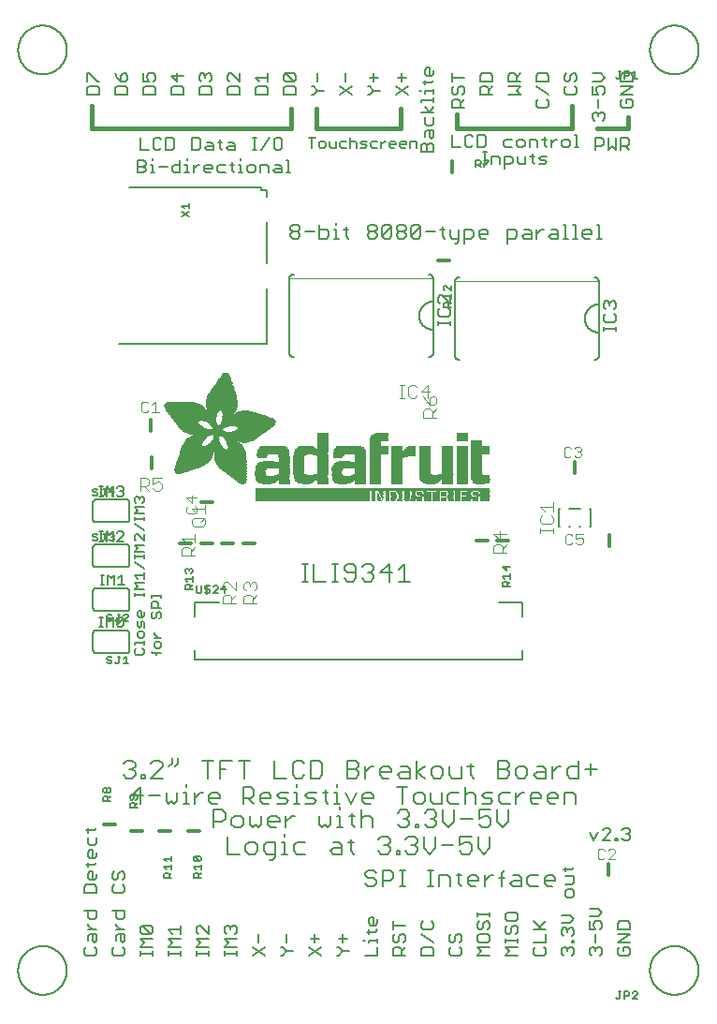
<source format=gbr>
G04 EAGLE Gerber RS-274X export*
G75*
%MOMM*%
%FSLAX34Y34*%
%LPD*%
%INSilkscreen Top*%
%IPPOS*%
%AMOC8*
5,1,8,0,0,1.08239X$1,22.5*%
G01*
%ADD10C,0.406400*%
%ADD11C,0.203200*%
%ADD12C,0.177800*%
%ADD13C,0.152400*%
%ADD14C,0.127000*%
%ADD15C,0.304800*%
%ADD16C,0.101600*%
%ADD17C,0.050800*%
%ADD18C,0.076200*%
%ADD19C,0.200000*%
%ADD20R,10.363200X0.025400*%
%ADD21R,0.406400X0.025400*%
%ADD22R,0.381000X0.025400*%
%ADD23R,0.457200X0.025400*%
%ADD24R,0.431800X0.025400*%
%ADD25R,0.635000X0.025400*%
%ADD26R,0.482600X0.025400*%
%ADD27R,0.889000X0.025400*%
%ADD28R,0.863600X0.025400*%
%ADD29R,0.508000X0.025400*%
%ADD30R,0.355600X0.025400*%
%ADD31R,0.025400X0.025400*%
%ADD32R,0.330200X0.025400*%
%ADD33R,0.050800X0.025400*%
%ADD34R,0.304800X0.025400*%
%ADD35R,0.076200X0.025400*%
%ADD36R,1.016000X0.025400*%
%ADD37R,1.524000X0.025400*%
%ADD38R,0.101600X0.025400*%
%ADD39R,0.279400X0.025400*%
%ADD40R,1.498600X0.025400*%
%ADD41R,0.254000X0.025400*%
%ADD42R,0.127000X0.025400*%
%ADD43R,0.965200X0.025400*%
%ADD44R,1.447800X0.025400*%
%ADD45R,0.228600X0.025400*%
%ADD46R,0.152400X0.025400*%
%ADD47R,0.812800X0.025400*%
%ADD48R,1.295400X0.025400*%
%ADD49R,0.533400X0.025400*%
%ADD50R,0.660400X0.025400*%
%ADD51R,0.609600X0.025400*%
%ADD52R,0.558800X0.025400*%
%ADD53R,0.203200X0.025400*%
%ADD54R,0.177800X0.025400*%
%ADD55R,0.914400X0.025400*%
%ADD56R,0.685800X0.025400*%
%ADD57R,0.939800X0.025400*%
%ADD58R,0.736600X0.025400*%
%ADD59R,0.990600X0.025400*%
%ADD60R,1.219200X0.025400*%
%ADD61R,1.117600X0.025400*%
%ADD62R,1.397000X0.025400*%
%ADD63R,1.244600X0.025400*%
%ADD64R,1.473200X0.025400*%
%ADD65R,0.584200X0.025400*%
%ADD66R,1.041400X0.025400*%
%ADD67R,21.209000X0.025400*%
%ADD68R,0.787400X0.025400*%
%ADD69R,1.193800X0.025400*%
%ADD70R,1.168400X0.025400*%
%ADD71R,1.092200X0.025400*%
%ADD72R,1.066800X0.025400*%
%ADD73R,1.143000X0.025400*%
%ADD74R,1.270000X0.025400*%
%ADD75R,1.320800X0.025400*%
%ADD76R,1.422400X0.025400*%
%ADD77R,1.549400X0.025400*%
%ADD78R,0.711200X0.025400*%
%ADD79R,1.625600X0.025400*%
%ADD80R,0.762000X0.025400*%
%ADD81R,1.701800X0.025400*%
%ADD82R,1.600200X0.025400*%
%ADD83R,1.727200X0.025400*%
%ADD84R,1.651000X0.025400*%
%ADD85R,0.838200X0.025400*%
%ADD86R,1.803400X0.025400*%
%ADD87R,1.574800X0.025400*%
%ADD88R,1.854200X0.025400*%
%ADD89R,1.778000X0.025400*%
%ADD90R,1.879600X0.025400*%
%ADD91R,1.930400X0.025400*%
%ADD92R,1.981200X0.025400*%
%ADD93R,1.905000X0.025400*%
%ADD94R,2.006600X0.025400*%
%ADD95R,3.048000X0.025400*%
%ADD96R,2.997200X0.025400*%
%ADD97R,2.057400X0.025400*%
%ADD98R,3.022600X0.025400*%
%ADD99R,2.032000X0.025400*%
%ADD100R,3.073400X0.025400*%
%ADD101R,1.676400X0.025400*%
%ADD102R,1.346200X0.025400*%
%ADD103R,3.098800X0.025400*%
%ADD104R,1.828800X0.025400*%
%ADD105R,2.082800X0.025400*%
%ADD106R,2.108200X0.025400*%
%ADD107R,2.159000X0.025400*%
%ADD108R,2.184400X0.025400*%
%ADD109R,2.235200X0.025400*%
%ADD110R,2.260600X0.025400*%
%ADD111R,2.311400X0.025400*%
%ADD112R,2.362200X0.025400*%
%ADD113R,2.387600X0.025400*%
%ADD114R,2.413000X0.025400*%
%ADD115R,2.438400X0.025400*%
%ADD116R,2.133600X0.025400*%
%ADD117R,2.463800X0.025400*%
%ADD118R,2.286000X0.025400*%
%ADD119R,2.514600X0.025400*%
%ADD120R,2.540000X0.025400*%
%ADD121R,2.565400X0.025400*%
%ADD122R,2.489200X0.025400*%
%ADD123R,2.590800X0.025400*%
%ADD124R,2.971800X0.025400*%
%ADD125R,2.616200X0.025400*%
%ADD126R,2.946400X0.025400*%
%ADD127R,2.641600X0.025400*%
%ADD128R,2.667000X0.025400*%
%ADD129R,2.921000X0.025400*%
%ADD130R,2.895600X0.025400*%
%ADD131R,2.717800X0.025400*%
%ADD132R,2.692400X0.025400*%
%ADD133R,2.870200X0.025400*%
%ADD134R,2.768600X0.025400*%
%ADD135R,2.743200X0.025400*%
%ADD136R,2.844800X0.025400*%
%ADD137R,2.794000X0.025400*%
%ADD138R,2.819400X0.025400*%
%ADD139R,1.371600X0.025400*%
%ADD140R,5.892800X0.025400*%
%ADD141R,5.867400X0.025400*%
%ADD142R,5.842000X0.025400*%
%ADD143R,5.816600X0.025400*%
%ADD144R,5.791200X0.025400*%
%ADD145R,4.114800X0.025400*%
%ADD146R,3.987800X0.025400*%
%ADD147R,1.955800X0.025400*%
%ADD148R,3.962400X0.025400*%
%ADD149R,3.911600X0.025400*%
%ADD150R,3.886200X0.025400*%
%ADD151R,3.835400X0.025400*%
%ADD152R,1.752600X0.025400*%
%ADD153R,3.810000X0.025400*%
%ADD154R,3.784600X0.025400*%
%ADD155R,3.733800X0.025400*%
%ADD156R,3.708400X0.025400*%
%ADD157R,3.683000X0.025400*%
%ADD158R,2.336800X0.025400*%
%ADD159R,3.657600X0.025400*%
%ADD160R,3.632200X0.025400*%
%ADD161R,3.149600X0.025400*%
%ADD162R,3.251200X0.025400*%
%ADD163R,3.276600X0.025400*%
%ADD164R,3.352800X0.025400*%
%ADD165R,3.454400X0.025400*%
%ADD166R,3.530600X0.025400*%
%ADD167R,4.241800X0.025400*%
%ADD168R,4.267200X0.025400*%
%ADD169R,4.318000X0.025400*%
%ADD170R,4.419600X0.025400*%
%ADD171R,6.400800X0.025400*%
%ADD172R,6.502400X0.025400*%
%ADD173R,6.680200X0.025400*%
%ADD174R,6.832600X0.025400*%
%ADD175R,6.858000X0.025400*%
%ADD176R,7.010400X0.025400*%
%ADD177R,7.112000X0.025400*%
%ADD178R,7.162800X0.025400*%
%ADD179R,3.860800X0.025400*%
%ADD180R,3.302000X0.025400*%
%ADD181R,2.209800X0.025400*%
%ADD182R,3.124200X0.025400*%
%ADD183R,3.200400X0.025400*%
%ADD184R,5.029200X0.025400*%
%ADD185R,5.003800X0.025400*%
%ADD186R,4.978400X0.025400*%
%ADD187R,4.953000X0.025400*%
%ADD188R,4.927600X0.025400*%
%ADD189R,4.902200X0.025400*%
%ADD190R,4.876800X0.025400*%
%ADD191R,4.851400X0.025400*%
%ADD192R,4.826000X0.025400*%
%ADD193R,4.800600X0.025400*%
%ADD194R,4.775200X0.025400*%
%ADD195R,4.749800X0.025400*%
%ADD196R,4.724400X0.025400*%
%ADD197R,4.699000X0.025400*%
%ADD198R,3.937000X0.025400*%
%ADD199R,4.648200X0.025400*%
%ADD200R,4.597400X0.025400*%
%ADD201R,4.546600X0.025400*%
%ADD202R,4.470400X0.025400*%
%ADD203R,4.013200X0.025400*%
%ADD204R,4.394200X0.025400*%
%ADD205R,4.038600X0.025400*%
%ADD206R,4.064000X0.025400*%
%ADD207R,4.089400X0.025400*%
%ADD208R,4.140200X0.025400*%
%ADD209R,4.165600X0.025400*%
%ADD210R,4.191000X0.025400*%
%ADD211R,3.759200X0.025400*%
%ADD212R,4.216400X0.025400*%
%ADD213R,3.606800X0.025400*%
%ADD214R,4.292600X0.025400*%
%ADD215R,4.368800X0.025400*%
%ADD216R,4.445000X0.025400*%
%ADD217R,4.495800X0.025400*%
%ADD218R,4.572000X0.025400*%
%ADD219R,4.622800X0.025400*%
%ADD220R,4.673600X0.025400*%
%ADD221R,3.581400X0.025400*%
%ADD222R,3.556000X0.025400*%
%ADD223R,3.479800X0.025400*%
%ADD224R,3.403600X0.025400*%
%ADD225R,3.378200X0.025400*%
%ADD226R,3.225800X0.025400*%


D10*
X-241300Y374650D02*
X-241300Y354330D01*
X-60960Y354330D01*
X-60960Y372110D01*
X-38100Y372110D02*
X-38100Y354330D01*
X38100Y354330D01*
X38100Y372110D01*
X88900Y367030D02*
X88900Y354330D01*
X193040Y354330D01*
X193040Y374650D01*
X215900Y354330D02*
X243840Y354330D01*
X243840Y364490D01*
D11*
X-209717Y-216903D02*
X-212344Y-219529D01*
X-209717Y-216903D02*
X-204463Y-216903D01*
X-201836Y-219529D01*
X-201836Y-222156D01*
X-204463Y-224783D01*
X-207090Y-224783D01*
X-204463Y-224783D02*
X-201836Y-227410D01*
X-201836Y-230037D01*
X-204463Y-232664D01*
X-209717Y-232664D01*
X-212344Y-230037D01*
X-195972Y-230037D02*
X-195972Y-232664D01*
X-195972Y-230037D02*
X-193346Y-230037D01*
X-193346Y-232664D01*
X-195972Y-232664D01*
X-187787Y-232664D02*
X-177279Y-232664D01*
X-187787Y-232664D02*
X-177279Y-222156D01*
X-177279Y-219529D01*
X-179906Y-216903D01*
X-185160Y-216903D01*
X-187787Y-219529D01*
X-168788Y-219529D02*
X-168788Y-214276D01*
X-168788Y-219529D02*
X-171415Y-222156D01*
X-163534Y-219529D02*
X-163534Y-214276D01*
X-163534Y-219529D02*
X-166161Y-222156D01*
X-136147Y-216903D02*
X-136147Y-232664D01*
X-141401Y-216903D02*
X-130893Y-216903D01*
X-125029Y-216903D02*
X-125029Y-232664D01*
X-125029Y-216903D02*
X-114521Y-216903D01*
X-119775Y-224783D02*
X-125029Y-224783D01*
X-103404Y-216903D02*
X-103404Y-232664D01*
X-108657Y-216903D02*
X-98150Y-216903D01*
X-75914Y-216903D02*
X-75914Y-232664D01*
X-65407Y-232664D01*
X-51662Y-216903D02*
X-49035Y-219529D01*
X-51662Y-216903D02*
X-56916Y-216903D01*
X-59543Y-219529D01*
X-59543Y-230037D01*
X-56916Y-232664D01*
X-51662Y-232664D01*
X-49035Y-230037D01*
X-43171Y-232664D02*
X-43171Y-216903D01*
X-43171Y-232664D02*
X-35290Y-232664D01*
X-32664Y-230037D01*
X-32664Y-219529D01*
X-35290Y-216903D01*
X-43171Y-216903D01*
X-10428Y-216903D02*
X-10428Y-232664D01*
X-10428Y-216903D02*
X-2547Y-216903D01*
X80Y-219529D01*
X80Y-222156D01*
X-2547Y-224783D01*
X80Y-227410D01*
X80Y-230037D01*
X-2547Y-232664D01*
X-10428Y-232664D01*
X-10428Y-224783D02*
X-2547Y-224783D01*
X5944Y-222156D02*
X5944Y-232664D01*
X5944Y-227410D02*
X11197Y-222156D01*
X13824Y-222156D01*
X22213Y-232664D02*
X27467Y-232664D01*
X22213Y-232664D02*
X19586Y-230037D01*
X19586Y-224783D01*
X22213Y-222156D01*
X27467Y-222156D01*
X30094Y-224783D01*
X30094Y-227410D01*
X19586Y-227410D01*
X38585Y-222156D02*
X43839Y-222156D01*
X46466Y-224783D01*
X46466Y-232664D01*
X38585Y-232664D01*
X35958Y-230037D01*
X38585Y-227410D01*
X46466Y-227410D01*
X52330Y-232664D02*
X52330Y-216903D01*
X52330Y-227410D02*
X60210Y-232664D01*
X52330Y-227410D02*
X60210Y-222156D01*
X68599Y-232664D02*
X73853Y-232664D01*
X76480Y-230037D01*
X76480Y-224783D01*
X73853Y-222156D01*
X68599Y-222156D01*
X65973Y-224783D01*
X65973Y-230037D01*
X68599Y-232664D01*
X82344Y-230037D02*
X82344Y-222156D01*
X82344Y-230037D02*
X84971Y-232664D01*
X92852Y-232664D01*
X92852Y-222156D01*
X101343Y-219529D02*
X101343Y-230037D01*
X103970Y-232664D01*
X103970Y-222156D02*
X98716Y-222156D01*
X126002Y-216903D02*
X126002Y-232664D01*
X126002Y-216903D02*
X133882Y-216903D01*
X136509Y-219529D01*
X136509Y-222156D01*
X133882Y-224783D01*
X136509Y-227410D01*
X136509Y-230037D01*
X133882Y-232664D01*
X126002Y-232664D01*
X126002Y-224783D02*
X133882Y-224783D01*
X145000Y-232664D02*
X150254Y-232664D01*
X152881Y-230037D01*
X152881Y-224783D01*
X150254Y-222156D01*
X145000Y-222156D01*
X142373Y-224783D01*
X142373Y-230037D01*
X145000Y-232664D01*
X161372Y-222156D02*
X166625Y-222156D01*
X169252Y-224783D01*
X169252Y-232664D01*
X161372Y-232664D01*
X158745Y-230037D01*
X161372Y-227410D01*
X169252Y-227410D01*
X175116Y-232664D02*
X175116Y-222156D01*
X175116Y-227410D02*
X180370Y-222156D01*
X182997Y-222156D01*
X199267Y-216903D02*
X199267Y-232664D01*
X191386Y-232664D01*
X188759Y-230037D01*
X188759Y-224783D01*
X191386Y-222156D01*
X199267Y-222156D01*
X205131Y-224783D02*
X215638Y-224783D01*
X210385Y-219529D02*
X210385Y-230037D01*
X-131064Y-261353D02*
X-131064Y-277114D01*
X-131064Y-261353D02*
X-123183Y-261353D01*
X-120556Y-263979D01*
X-120556Y-269233D01*
X-123183Y-271860D01*
X-131064Y-271860D01*
X-112066Y-277114D02*
X-106812Y-277114D01*
X-104185Y-274487D01*
X-104185Y-269233D01*
X-106812Y-266606D01*
X-112066Y-266606D01*
X-114692Y-269233D01*
X-114692Y-274487D01*
X-112066Y-277114D01*
X-98321Y-274487D02*
X-98321Y-266606D01*
X-98321Y-274487D02*
X-95694Y-277114D01*
X-93067Y-274487D01*
X-90440Y-277114D01*
X-87813Y-274487D01*
X-87813Y-266606D01*
X-79322Y-277114D02*
X-74069Y-277114D01*
X-79322Y-277114D02*
X-81949Y-274487D01*
X-81949Y-269233D01*
X-79322Y-266606D01*
X-74069Y-266606D01*
X-71442Y-269233D01*
X-71442Y-271860D01*
X-81949Y-271860D01*
X-65578Y-277114D02*
X-65578Y-266606D01*
X-65578Y-271860D02*
X-60324Y-266606D01*
X-57697Y-266606D01*
X-35563Y-266606D02*
X-35563Y-274487D01*
X-32936Y-277114D01*
X-30309Y-274487D01*
X-27683Y-277114D01*
X-25056Y-274487D01*
X-25056Y-266606D01*
X-19192Y-266606D02*
X-16565Y-266606D01*
X-16565Y-277114D01*
X-19192Y-277114D02*
X-13938Y-277114D01*
X-16565Y-261353D02*
X-16565Y-258726D01*
X-5650Y-263979D02*
X-5650Y-274487D01*
X-3023Y-277114D01*
X-3023Y-266606D02*
X-8277Y-266606D01*
X2637Y-261353D02*
X2637Y-277114D01*
X2637Y-269233D02*
X5264Y-266606D01*
X10518Y-266606D01*
X13145Y-269233D01*
X13145Y-277114D01*
X35380Y-263979D02*
X38007Y-261353D01*
X43261Y-261353D01*
X45888Y-263979D01*
X45888Y-266606D01*
X43261Y-269233D01*
X40634Y-269233D01*
X43261Y-269233D02*
X45888Y-271860D01*
X45888Y-274487D01*
X43261Y-277114D01*
X38007Y-277114D01*
X35380Y-274487D01*
X51752Y-274487D02*
X51752Y-277114D01*
X51752Y-274487D02*
X54379Y-274487D01*
X54379Y-277114D01*
X51752Y-277114D01*
X59938Y-263979D02*
X62564Y-261353D01*
X67818Y-261353D01*
X70445Y-263979D01*
X70445Y-266606D01*
X67818Y-269233D01*
X65191Y-269233D01*
X67818Y-269233D02*
X70445Y-271860D01*
X70445Y-274487D01*
X67818Y-277114D01*
X62564Y-277114D01*
X59938Y-274487D01*
X76309Y-271860D02*
X76309Y-261353D01*
X76309Y-271860D02*
X81563Y-277114D01*
X86817Y-271860D01*
X86817Y-261353D01*
X92681Y-269233D02*
X103188Y-269233D01*
X109052Y-261353D02*
X119560Y-261353D01*
X109052Y-261353D02*
X109052Y-269233D01*
X114306Y-266606D01*
X116933Y-266606D01*
X119560Y-269233D01*
X119560Y-274487D01*
X116933Y-277114D01*
X111679Y-277114D01*
X109052Y-274487D01*
X125424Y-271860D02*
X125424Y-261353D01*
X125424Y-271860D02*
X130678Y-277114D01*
X135931Y-271860D01*
X135931Y-261353D01*
X-118364Y-285483D02*
X-118364Y-301244D01*
X-107856Y-301244D01*
X-99366Y-301244D02*
X-94112Y-301244D01*
X-91485Y-298617D01*
X-91485Y-293363D01*
X-94112Y-290736D01*
X-99366Y-290736D01*
X-101992Y-293363D01*
X-101992Y-298617D01*
X-99366Y-301244D01*
X-80367Y-306498D02*
X-77740Y-306498D01*
X-75113Y-303871D01*
X-75113Y-290736D01*
X-82994Y-290736D01*
X-85621Y-293363D01*
X-85621Y-298617D01*
X-82994Y-301244D01*
X-75113Y-301244D01*
X-69249Y-290736D02*
X-66622Y-290736D01*
X-66622Y-301244D01*
X-63996Y-301244D02*
X-69249Y-301244D01*
X-66622Y-285483D02*
X-66622Y-282856D01*
X-55708Y-290736D02*
X-47827Y-290736D01*
X-55708Y-290736D02*
X-58335Y-293363D01*
X-58335Y-298617D01*
X-55708Y-301244D01*
X-47827Y-301244D01*
X-22965Y-290736D02*
X-17711Y-290736D01*
X-15084Y-293363D01*
X-15084Y-301244D01*
X-22965Y-301244D01*
X-25592Y-298617D01*
X-22965Y-295990D01*
X-15084Y-295990D01*
X-6593Y-298617D02*
X-6593Y-288109D01*
X-6593Y-298617D02*
X-3966Y-301244D01*
X-3966Y-290736D02*
X-9220Y-290736D01*
X18066Y-288109D02*
X20693Y-285483D01*
X25946Y-285483D01*
X28573Y-288109D01*
X28573Y-290736D01*
X25946Y-293363D01*
X23320Y-293363D01*
X25946Y-293363D02*
X28573Y-295990D01*
X28573Y-298617D01*
X25946Y-301244D01*
X20693Y-301244D01*
X18066Y-298617D01*
X34437Y-298617D02*
X34437Y-301244D01*
X34437Y-298617D02*
X37064Y-298617D01*
X37064Y-301244D01*
X34437Y-301244D01*
X42623Y-288109D02*
X45250Y-285483D01*
X50504Y-285483D01*
X53131Y-288109D01*
X53131Y-290736D01*
X50504Y-293363D01*
X47877Y-293363D01*
X50504Y-293363D02*
X53131Y-295990D01*
X53131Y-298617D01*
X50504Y-301244D01*
X45250Y-301244D01*
X42623Y-298617D01*
X58995Y-295990D02*
X58995Y-285483D01*
X58995Y-295990D02*
X64248Y-301244D01*
X69502Y-295990D01*
X69502Y-285483D01*
X75366Y-293363D02*
X85874Y-293363D01*
X91738Y-285483D02*
X102245Y-285483D01*
X91738Y-285483D02*
X91738Y-293363D01*
X96992Y-290736D01*
X99618Y-290736D01*
X102245Y-293363D01*
X102245Y-298617D01*
X99618Y-301244D01*
X94365Y-301244D01*
X91738Y-298617D01*
X108109Y-295990D02*
X108109Y-285483D01*
X108109Y-295990D02*
X113363Y-301244D01*
X118617Y-295990D01*
X118617Y-285483D01*
D12*
X-61341Y265270D02*
X-59265Y267346D01*
X-55113Y267346D01*
X-53037Y265270D01*
X-53037Y263193D01*
X-55113Y261117D01*
X-53037Y259041D01*
X-53037Y256965D01*
X-55113Y254889D01*
X-59265Y254889D01*
X-61341Y256965D01*
X-61341Y259041D01*
X-59265Y261117D01*
X-61341Y263193D01*
X-61341Y265270D01*
X-59265Y261117D02*
X-55113Y261117D01*
X-48244Y261117D02*
X-39939Y261117D01*
X-35147Y267346D02*
X-35147Y254889D01*
X-28918Y254889D01*
X-26842Y256965D01*
X-26842Y261117D01*
X-28918Y263193D01*
X-35147Y263193D01*
X-22049Y263193D02*
X-19973Y263193D01*
X-19973Y254889D01*
X-22049Y254889D02*
X-17897Y254889D01*
X-19973Y267346D02*
X-19973Y269422D01*
X-11242Y265270D02*
X-11242Y256965D01*
X-9166Y254889D01*
X-9166Y263193D02*
X-13318Y263193D01*
X8511Y265270D02*
X10587Y267346D01*
X14739Y267346D01*
X16815Y265270D01*
X16815Y263193D01*
X14739Y261117D01*
X16815Y259041D01*
X16815Y256965D01*
X14739Y254889D01*
X10587Y254889D01*
X8511Y256965D01*
X8511Y259041D01*
X10587Y261117D01*
X8511Y263193D01*
X8511Y265270D01*
X10587Y261117D02*
X14739Y261117D01*
X21608Y256965D02*
X21608Y265270D01*
X23684Y267346D01*
X27837Y267346D01*
X29913Y265270D01*
X29913Y256965D01*
X27837Y254889D01*
X23684Y254889D01*
X21608Y256965D01*
X29913Y265270D01*
X34706Y265270D02*
X36782Y267346D01*
X40934Y267346D01*
X43010Y265270D01*
X43010Y263193D01*
X40934Y261117D01*
X43010Y259041D01*
X43010Y256965D01*
X40934Y254889D01*
X36782Y254889D01*
X34706Y256965D01*
X34706Y259041D01*
X36782Y261117D01*
X34706Y263193D01*
X34706Y265270D01*
X36782Y261117D02*
X40934Y261117D01*
X47803Y256965D02*
X47803Y265270D01*
X49879Y267346D01*
X54031Y267346D01*
X56107Y265270D01*
X56107Y256965D01*
X54031Y254889D01*
X49879Y254889D01*
X47803Y256965D01*
X56107Y265270D01*
X60900Y261117D02*
X69204Y261117D01*
X76073Y265270D02*
X76073Y256965D01*
X78149Y254889D01*
X78149Y263193D02*
X73997Y263193D01*
X82729Y263193D02*
X82729Y256965D01*
X84805Y254889D01*
X91033Y254889D01*
X91033Y252813D02*
X91033Y263193D01*
X91033Y252813D02*
X88957Y250737D01*
X86881Y250737D01*
X95826Y250737D02*
X95826Y263193D01*
X102054Y263193D01*
X104130Y261117D01*
X104130Y256965D01*
X102054Y254889D01*
X95826Y254889D01*
X110999Y254889D02*
X115152Y254889D01*
X110999Y254889D02*
X108923Y256965D01*
X108923Y261117D01*
X110999Y263193D01*
X115152Y263193D01*
X117228Y261117D01*
X117228Y259041D01*
X108923Y259041D01*
X135118Y263193D02*
X135118Y250737D01*
X135118Y263193D02*
X141346Y263193D01*
X143422Y261117D01*
X143422Y256965D01*
X141346Y254889D01*
X135118Y254889D01*
X150291Y263193D02*
X154443Y263193D01*
X156519Y261117D01*
X156519Y254889D01*
X150291Y254889D01*
X148215Y256965D01*
X150291Y259041D01*
X156519Y259041D01*
X161312Y254889D02*
X161312Y263193D01*
X161312Y259041D02*
X165464Y263193D01*
X167541Y263193D01*
X174303Y263193D02*
X178455Y263193D01*
X180531Y261117D01*
X180531Y254889D01*
X174303Y254889D01*
X172227Y256965D01*
X174303Y259041D01*
X180531Y259041D01*
X185324Y267346D02*
X187400Y267346D01*
X187400Y254889D01*
X185324Y254889D02*
X189476Y254889D01*
X194055Y267346D02*
X196131Y267346D01*
X196131Y254889D01*
X194055Y254889D02*
X198208Y254889D01*
X204863Y254889D02*
X209015Y254889D01*
X204863Y254889D02*
X202787Y256965D01*
X202787Y261117D01*
X204863Y263193D01*
X209015Y263193D01*
X211091Y261117D01*
X211091Y259041D01*
X202787Y259041D01*
X215884Y267346D02*
X217960Y267346D01*
X217960Y254889D01*
X215884Y254889D02*
X220036Y254889D01*
D13*
X-234442Y385044D02*
X-245628Y385044D01*
X-234442Y385044D02*
X-234442Y390637D01*
X-236306Y392501D01*
X-243763Y392501D01*
X-245628Y390637D01*
X-245628Y385044D01*
X-245628Y396738D02*
X-245628Y404195D01*
X-243763Y404195D01*
X-236306Y396738D01*
X-234442Y396738D01*
X-220228Y385044D02*
X-209042Y385044D01*
X-209042Y390637D01*
X-210906Y392501D01*
X-218363Y392501D01*
X-220228Y390637D01*
X-220228Y385044D01*
X-218363Y400467D02*
X-220228Y404195D01*
X-218363Y400467D02*
X-214635Y396738D01*
X-210906Y396738D01*
X-209042Y398602D01*
X-209042Y402331D01*
X-210906Y404195D01*
X-212771Y404195D01*
X-214635Y402331D01*
X-214635Y396738D01*
X-194828Y385044D02*
X-183642Y385044D01*
X-183642Y390637D01*
X-185506Y392501D01*
X-192963Y392501D01*
X-194828Y390637D01*
X-194828Y385044D01*
X-194828Y396738D02*
X-194828Y404195D01*
X-194828Y396738D02*
X-189235Y396738D01*
X-191099Y400467D01*
X-191099Y402331D01*
X-189235Y404195D01*
X-185506Y404195D01*
X-183642Y402331D01*
X-183642Y398602D01*
X-185506Y396738D01*
X-169428Y385044D02*
X-158242Y385044D01*
X-158242Y390637D01*
X-160106Y392501D01*
X-167563Y392501D01*
X-169428Y390637D01*
X-169428Y385044D01*
X-169428Y402331D02*
X-158242Y402331D01*
X-163835Y396738D02*
X-169428Y402331D01*
X-163835Y404195D02*
X-163835Y396738D01*
X-144028Y385044D02*
X-132842Y385044D01*
X-132842Y390637D01*
X-134706Y392501D01*
X-142163Y392501D01*
X-144028Y390637D01*
X-144028Y385044D01*
X-142163Y396738D02*
X-144028Y398602D01*
X-144028Y402331D01*
X-142163Y404195D01*
X-140299Y404195D01*
X-138435Y402331D01*
X-138435Y400467D01*
X-138435Y402331D02*
X-136571Y404195D01*
X-134706Y404195D01*
X-132842Y402331D01*
X-132842Y398602D01*
X-134706Y396738D01*
X-118628Y385044D02*
X-107442Y385044D01*
X-107442Y390637D01*
X-109306Y392501D01*
X-116763Y392501D01*
X-118628Y390637D01*
X-118628Y385044D01*
X-107442Y396738D02*
X-107442Y404195D01*
X-107442Y396738D02*
X-114899Y404195D01*
X-116763Y404195D01*
X-118628Y402331D01*
X-118628Y398602D01*
X-116763Y396738D01*
X-93228Y385044D02*
X-82042Y385044D01*
X-82042Y390637D01*
X-83906Y392501D01*
X-91363Y392501D01*
X-93228Y390637D01*
X-93228Y385044D01*
X-89499Y396738D02*
X-93228Y400467D01*
X-82042Y400467D01*
X-82042Y404195D02*
X-82042Y396738D01*
X-67828Y385044D02*
X-56642Y385044D01*
X-56642Y390637D01*
X-58506Y392501D01*
X-65963Y392501D01*
X-67828Y390637D01*
X-67828Y385044D01*
X-65963Y396738D02*
X-58506Y396738D01*
X-65963Y396738D02*
X-67828Y398602D01*
X-67828Y402331D01*
X-65963Y404195D01*
X-58506Y404195D01*
X-56642Y402331D01*
X-56642Y398602D01*
X-58506Y396738D01*
X-65963Y404195D01*
X-42428Y385044D02*
X-40563Y385044D01*
X-36835Y388773D01*
X-40563Y392501D01*
X-42428Y392501D01*
X-36835Y388773D02*
X-31242Y388773D01*
X-36835Y396738D02*
X-36835Y404195D01*
X-17028Y385044D02*
X-5842Y392501D01*
X-5842Y385044D02*
X-17028Y392501D01*
X-11435Y396738D02*
X-11435Y404195D01*
X8372Y385044D02*
X10237Y385044D01*
X13965Y388773D01*
X10237Y392501D01*
X8372Y392501D01*
X13965Y388773D02*
X19558Y388773D01*
X13965Y396738D02*
X13965Y404195D01*
X10237Y400467D02*
X17694Y400467D01*
X33772Y385044D02*
X44958Y392501D01*
X44958Y385044D02*
X33772Y392501D01*
X39365Y396738D02*
X39365Y404195D01*
X35637Y400467D02*
X43094Y400467D01*
X56632Y333603D02*
X67818Y333603D01*
X56632Y333603D02*
X56632Y339196D01*
X58497Y341060D01*
X60361Y341060D01*
X62225Y339196D01*
X64090Y341060D01*
X65954Y341060D01*
X67818Y339196D01*
X67818Y333603D01*
X62225Y333603D02*
X62225Y339196D01*
X60361Y347161D02*
X60361Y350890D01*
X62225Y352754D01*
X67818Y352754D01*
X67818Y347161D01*
X65954Y345297D01*
X64090Y347161D01*
X64090Y352754D01*
X60361Y358855D02*
X60361Y364448D01*
X60361Y358855D02*
X62225Y356991D01*
X65954Y356991D01*
X67818Y358855D01*
X67818Y364448D01*
X67818Y368685D02*
X56632Y368685D01*
X64090Y368685D02*
X67818Y374278D01*
X64090Y368685D02*
X60361Y374278D01*
X56632Y378430D02*
X56632Y380294D01*
X67818Y380294D01*
X67818Y378430D02*
X67818Y382158D01*
X60361Y386226D02*
X60361Y388090D01*
X67818Y388090D01*
X67818Y386226D02*
X67818Y389954D01*
X56632Y388090D02*
X54768Y388090D01*
X58497Y395886D02*
X65954Y395886D01*
X67818Y397750D01*
X60361Y397750D02*
X60361Y394022D01*
X67818Y403682D02*
X67818Y407411D01*
X67818Y403682D02*
X65954Y401818D01*
X62225Y401818D01*
X60361Y403682D01*
X60361Y407411D01*
X62225Y409275D01*
X64090Y409275D01*
X64090Y401818D01*
X84572Y373350D02*
X95758Y373350D01*
X84572Y373350D02*
X84572Y378943D01*
X86437Y380807D01*
X90165Y380807D01*
X92030Y378943D01*
X92030Y373350D01*
X92030Y377079D02*
X95758Y380807D01*
X84572Y390637D02*
X86437Y392501D01*
X84572Y390637D02*
X84572Y386908D01*
X86437Y385044D01*
X88301Y385044D01*
X90165Y386908D01*
X90165Y390637D01*
X92030Y392501D01*
X93894Y392501D01*
X95758Y390637D01*
X95758Y386908D01*
X93894Y385044D01*
X95758Y400466D02*
X84572Y400466D01*
X84572Y396738D02*
X84572Y404195D01*
X109972Y385044D02*
X121158Y385044D01*
X109972Y385044D02*
X109972Y390637D01*
X111837Y392501D01*
X115565Y392501D01*
X117430Y390637D01*
X117430Y385044D01*
X117430Y388773D02*
X121158Y392501D01*
X121158Y396738D02*
X109972Y396738D01*
X121158Y396738D02*
X121158Y402331D01*
X119294Y404195D01*
X111837Y404195D01*
X109972Y402331D01*
X109972Y396738D01*
X135372Y385044D02*
X146558Y385044D01*
X142830Y388773D01*
X146558Y392501D01*
X135372Y392501D01*
X135372Y396738D02*
X146558Y396738D01*
X135372Y396738D02*
X135372Y402331D01*
X137237Y404195D01*
X140965Y404195D01*
X142830Y402331D01*
X142830Y396738D01*
X142830Y400467D02*
X146558Y404195D01*
X162637Y380807D02*
X160772Y378943D01*
X160772Y375214D01*
X162637Y373350D01*
X170094Y373350D01*
X171958Y375214D01*
X171958Y378943D01*
X170094Y380807D01*
X171958Y385044D02*
X160772Y392501D01*
X160772Y396738D02*
X171958Y396738D01*
X171958Y402331D01*
X170094Y404195D01*
X162637Y404195D01*
X160772Y402331D01*
X160772Y396738D01*
X186172Y390637D02*
X188037Y392501D01*
X186172Y390637D02*
X186172Y386908D01*
X188037Y385044D01*
X195494Y385044D01*
X197358Y386908D01*
X197358Y390637D01*
X195494Y392501D01*
X186172Y402331D02*
X188037Y404195D01*
X186172Y402331D02*
X186172Y398602D01*
X188037Y396738D01*
X189901Y396738D01*
X191765Y398602D01*
X191765Y402331D01*
X193630Y404195D01*
X195494Y404195D01*
X197358Y402331D01*
X197358Y398602D01*
X195494Y396738D01*
X211572Y363520D02*
X213437Y361656D01*
X211572Y363520D02*
X211572Y367249D01*
X213437Y369113D01*
X215301Y369113D01*
X217165Y367249D01*
X217165Y365385D01*
X217165Y367249D02*
X219030Y369113D01*
X220894Y369113D01*
X222758Y367249D01*
X222758Y363520D01*
X220894Y361656D01*
X217165Y373350D02*
X217165Y380807D01*
X211572Y385044D02*
X211572Y392501D01*
X211572Y385044D02*
X217165Y385044D01*
X215301Y388772D01*
X215301Y390637D01*
X217165Y392501D01*
X220894Y392501D01*
X222758Y390637D01*
X222758Y386908D01*
X220894Y385044D01*
X219030Y396738D02*
X211572Y396738D01*
X219030Y396738D02*
X222758Y400466D01*
X219030Y404195D01*
X211572Y404195D01*
X236972Y378943D02*
X238837Y380807D01*
X236972Y378943D02*
X236972Y375214D01*
X238837Y373350D01*
X246294Y373350D01*
X248158Y375214D01*
X248158Y378943D01*
X246294Y380807D01*
X242565Y380807D01*
X242565Y377079D01*
X248158Y385044D02*
X236972Y385044D01*
X248158Y392501D01*
X236972Y392501D01*
X236972Y396738D02*
X248158Y396738D01*
X248158Y402331D01*
X246294Y404195D01*
X238837Y404195D01*
X236972Y402331D01*
X236972Y396738D01*
X-199898Y325638D02*
X-199898Y314452D01*
X-199898Y325638D02*
X-194305Y325638D01*
X-192441Y323773D01*
X-192441Y321909D01*
X-194305Y320045D01*
X-192441Y318181D01*
X-192441Y316316D01*
X-194305Y314452D01*
X-199898Y314452D01*
X-199898Y320045D02*
X-194305Y320045D01*
X-188204Y321909D02*
X-186340Y321909D01*
X-186340Y314452D01*
X-188204Y314452D02*
X-184476Y314452D01*
X-186340Y325638D02*
X-186340Y327502D01*
X-180408Y320045D02*
X-172951Y320045D01*
X-161257Y325638D02*
X-161257Y314452D01*
X-166850Y314452D01*
X-168714Y316316D01*
X-168714Y320045D01*
X-166850Y321909D01*
X-161257Y321909D01*
X-157020Y321909D02*
X-155156Y321909D01*
X-155156Y314452D01*
X-157020Y314452D02*
X-153292Y314452D01*
X-155156Y325638D02*
X-155156Y327502D01*
X-149224Y321909D02*
X-149224Y314452D01*
X-149224Y318181D02*
X-145496Y321909D01*
X-143631Y321909D01*
X-137615Y314452D02*
X-133886Y314452D01*
X-137615Y314452D02*
X-139479Y316316D01*
X-139479Y320045D01*
X-137615Y321909D01*
X-133886Y321909D01*
X-132022Y320045D01*
X-132022Y318181D01*
X-139479Y318181D01*
X-125921Y321909D02*
X-120328Y321909D01*
X-125921Y321909D02*
X-127785Y320045D01*
X-127785Y316316D01*
X-125921Y314452D01*
X-120328Y314452D01*
X-114227Y316316D02*
X-114227Y323773D01*
X-114227Y316316D02*
X-112363Y314452D01*
X-112363Y321909D02*
X-116091Y321909D01*
X-108295Y321909D02*
X-106431Y321909D01*
X-106431Y314452D01*
X-108295Y314452D02*
X-104567Y314452D01*
X-106431Y325638D02*
X-106431Y327502D01*
X-98635Y314452D02*
X-94907Y314452D01*
X-93042Y316316D01*
X-93042Y320045D01*
X-94907Y321909D01*
X-98635Y321909D01*
X-100499Y320045D01*
X-100499Y316316D01*
X-98635Y314452D01*
X-88805Y314452D02*
X-88805Y321909D01*
X-83213Y321909D01*
X-81348Y320045D01*
X-81348Y314452D01*
X-75247Y321909D02*
X-71519Y321909D01*
X-69654Y320045D01*
X-69654Y314452D01*
X-75247Y314452D01*
X-77111Y316316D01*
X-75247Y318181D01*
X-69654Y318181D01*
X-65417Y325638D02*
X-63553Y325638D01*
X-63553Y314452D01*
X-65417Y314452D02*
X-61689Y314452D01*
D14*
X-42119Y337185D02*
X-42119Y346083D01*
X-45085Y346083D02*
X-39153Y346083D01*
X-34247Y337185D02*
X-31281Y337185D01*
X-29798Y338668D01*
X-29798Y341634D01*
X-31281Y343117D01*
X-34247Y343117D01*
X-35730Y341634D01*
X-35730Y338668D01*
X-34247Y337185D01*
X-26375Y338668D02*
X-26375Y343117D01*
X-26375Y338668D02*
X-24892Y337185D01*
X-20443Y337185D01*
X-20443Y343117D01*
X-15537Y343117D02*
X-11088Y343117D01*
X-15537Y343117D02*
X-17019Y341634D01*
X-17019Y338668D01*
X-15537Y337185D01*
X-11088Y337185D01*
X-7664Y337185D02*
X-7664Y346083D01*
X-6181Y343117D02*
X-7664Y341634D01*
X-6181Y343117D02*
X-3215Y343117D01*
X-1733Y341634D01*
X-1733Y337185D01*
X1691Y337185D02*
X6140Y337185D01*
X7623Y338668D01*
X6140Y340151D01*
X3174Y340151D01*
X1691Y341634D01*
X3174Y343117D01*
X7623Y343117D01*
X12529Y343117D02*
X16978Y343117D01*
X12529Y343117D02*
X11046Y341634D01*
X11046Y338668D01*
X12529Y337185D01*
X16978Y337185D01*
X20401Y337185D02*
X20401Y343117D01*
X20401Y340151D02*
X23367Y343117D01*
X24850Y343117D01*
X29680Y337185D02*
X32646Y337185D01*
X29680Y337185D02*
X28197Y338668D01*
X28197Y341634D01*
X29680Y343117D01*
X32646Y343117D01*
X34129Y341634D01*
X34129Y340151D01*
X28197Y340151D01*
X39035Y337185D02*
X42001Y337185D01*
X39035Y337185D02*
X37552Y338668D01*
X37552Y341634D01*
X39035Y343117D01*
X42001Y343117D01*
X43484Y341634D01*
X43484Y340151D01*
X37552Y340151D01*
X46908Y337185D02*
X46908Y343117D01*
X51356Y343117D01*
X52839Y341634D01*
X52839Y337185D01*
D13*
X84582Y337312D02*
X84582Y348498D01*
X84582Y337312D02*
X92039Y337312D01*
X101869Y348498D02*
X103733Y346633D01*
X101869Y348498D02*
X98140Y348498D01*
X96276Y346633D01*
X96276Y339176D01*
X98140Y337312D01*
X101869Y337312D01*
X103733Y339176D01*
X107970Y337312D02*
X107970Y348498D01*
X107970Y337312D02*
X113563Y337312D01*
X115427Y339176D01*
X115427Y346633D01*
X113563Y348498D01*
X107970Y348498D01*
X133222Y344769D02*
X138815Y344769D01*
X133222Y344769D02*
X131358Y342905D01*
X131358Y339176D01*
X133222Y337312D01*
X138815Y337312D01*
X144916Y337312D02*
X148645Y337312D01*
X150509Y339176D01*
X150509Y342905D01*
X148645Y344769D01*
X144916Y344769D01*
X143052Y342905D01*
X143052Y339176D01*
X144916Y337312D01*
X154746Y337312D02*
X154746Y344769D01*
X160339Y344769D01*
X162203Y342905D01*
X162203Y337312D01*
X168304Y339176D02*
X168304Y346633D01*
X168304Y339176D02*
X170168Y337312D01*
X170168Y344769D02*
X166440Y344769D01*
X174236Y344769D02*
X174236Y337312D01*
X174236Y341041D02*
X177964Y344769D01*
X179829Y344769D01*
X185845Y337312D02*
X189573Y337312D01*
X191438Y339176D01*
X191438Y342905D01*
X189573Y344769D01*
X185845Y344769D01*
X183981Y342905D01*
X183981Y339176D01*
X185845Y337312D01*
X195675Y348498D02*
X197539Y348498D01*
X197539Y337312D01*
X195675Y337312D02*
X199403Y337312D01*
X214122Y334772D02*
X214122Y345958D01*
X219715Y345958D01*
X221579Y344093D01*
X221579Y340365D01*
X219715Y338501D01*
X214122Y338501D01*
X225816Y334772D02*
X225816Y345958D01*
X229544Y338501D02*
X225816Y334772D01*
X229544Y338501D02*
X233273Y334772D01*
X233273Y345958D01*
X237510Y345958D02*
X237510Y334772D01*
X237510Y345958D02*
X243103Y345958D01*
X244967Y344093D01*
X244967Y340365D01*
X243103Y338501D01*
X237510Y338501D01*
X241238Y338501D02*
X244967Y334772D01*
X116251Y322072D02*
X112522Y322072D01*
X114386Y322072D02*
X114386Y333258D01*
X112522Y333258D02*
X116251Y333258D01*
X120318Y329529D02*
X120318Y322072D01*
X120318Y329529D02*
X125911Y329529D01*
X127775Y327665D01*
X127775Y322072D01*
X132012Y318344D02*
X132012Y329529D01*
X137605Y329529D01*
X139469Y327665D01*
X139469Y323936D01*
X137605Y322072D01*
X132012Y322072D01*
X143706Y323936D02*
X143706Y329529D01*
X143706Y323936D02*
X145570Y322072D01*
X151163Y322072D01*
X151163Y329529D01*
X157264Y331393D02*
X157264Y323936D01*
X159128Y322072D01*
X159128Y329529D02*
X155400Y329529D01*
X163196Y322072D02*
X168789Y322072D01*
X170653Y323936D01*
X168789Y325801D01*
X165060Y325801D01*
X163196Y327665D01*
X165060Y329529D01*
X170653Y329529D01*
X-197358Y334772D02*
X-197358Y345958D01*
X-197358Y334772D02*
X-189901Y334772D01*
X-180071Y345958D02*
X-178207Y344093D01*
X-180071Y345958D02*
X-183800Y345958D01*
X-185664Y344093D01*
X-185664Y336636D01*
X-183800Y334772D01*
X-180071Y334772D01*
X-178207Y336636D01*
X-173970Y334772D02*
X-173970Y345958D01*
X-173970Y334772D02*
X-168377Y334772D01*
X-166513Y336636D01*
X-166513Y344093D01*
X-168377Y345958D01*
X-173970Y345958D01*
X-150582Y345958D02*
X-150582Y334772D01*
X-144989Y334772D01*
X-143125Y336636D01*
X-143125Y344093D01*
X-144989Y345958D01*
X-150582Y345958D01*
X-137024Y342229D02*
X-133295Y342229D01*
X-131431Y340365D01*
X-131431Y334772D01*
X-137024Y334772D01*
X-138888Y336636D01*
X-137024Y338501D01*
X-131431Y338501D01*
X-125330Y336636D02*
X-125330Y344093D01*
X-125330Y336636D02*
X-123466Y334772D01*
X-123466Y342229D02*
X-127194Y342229D01*
X-117534Y342229D02*
X-113805Y342229D01*
X-111941Y340365D01*
X-111941Y334772D01*
X-117534Y334772D01*
X-119398Y336636D01*
X-117534Y338501D01*
X-111941Y338501D01*
X-96010Y334772D02*
X-92282Y334772D01*
X-94146Y334772D02*
X-94146Y345958D01*
X-96010Y345958D02*
X-92282Y345958D01*
X-80757Y345958D02*
X-88214Y334772D01*
X-74656Y345958D02*
X-70928Y345958D01*
X-74656Y345958D02*
X-76520Y344093D01*
X-76520Y336636D01*
X-74656Y334772D01*
X-70928Y334772D01*
X-69063Y336636D01*
X-69063Y344093D01*
X-70928Y345958D01*
D11*
X-197352Y-240779D02*
X-197352Y-255524D01*
X-204724Y-248152D02*
X-197352Y-240779D01*
X-194894Y-248152D02*
X-204724Y-248152D01*
X-189288Y-248152D02*
X-179458Y-248152D01*
X-173852Y-245694D02*
X-173852Y-253067D01*
X-171394Y-255524D01*
X-168937Y-253067D01*
X-166480Y-255524D01*
X-164022Y-253067D01*
X-164022Y-245694D01*
X-158416Y-245694D02*
X-155958Y-245694D01*
X-155958Y-255524D01*
X-153501Y-255524D02*
X-158416Y-255524D01*
X-155958Y-240779D02*
X-155958Y-238322D01*
X-148125Y-245694D02*
X-148125Y-255524D01*
X-148125Y-250609D02*
X-143210Y-245694D01*
X-140753Y-245694D01*
X-132804Y-255524D02*
X-127889Y-255524D01*
X-132804Y-255524D02*
X-135262Y-253067D01*
X-135262Y-248152D01*
X-132804Y-245694D01*
X-127889Y-245694D01*
X-125432Y-248152D01*
X-125432Y-250609D01*
X-135262Y-250609D01*
X-104390Y-255524D02*
X-104390Y-240779D01*
X-97017Y-240779D01*
X-94560Y-243237D01*
X-94560Y-248152D01*
X-97017Y-250609D01*
X-104390Y-250609D01*
X-99475Y-250609D02*
X-94560Y-255524D01*
X-86496Y-255524D02*
X-81581Y-255524D01*
X-86496Y-255524D02*
X-88954Y-253067D01*
X-88954Y-248152D01*
X-86496Y-245694D01*
X-81581Y-245694D01*
X-79124Y-248152D01*
X-79124Y-250609D01*
X-88954Y-250609D01*
X-73518Y-255524D02*
X-66145Y-255524D01*
X-63688Y-253067D01*
X-66145Y-250609D01*
X-71060Y-250609D01*
X-73518Y-248152D01*
X-71060Y-245694D01*
X-63688Y-245694D01*
X-58081Y-245694D02*
X-55624Y-245694D01*
X-55624Y-255524D01*
X-58081Y-255524D02*
X-53167Y-255524D01*
X-55624Y-240779D02*
X-55624Y-238322D01*
X-47791Y-255524D02*
X-40418Y-255524D01*
X-37961Y-253067D01*
X-40418Y-250609D01*
X-45333Y-250609D01*
X-47791Y-248152D01*
X-45333Y-245694D01*
X-37961Y-245694D01*
X-29897Y-243237D02*
X-29897Y-253067D01*
X-27440Y-255524D01*
X-27440Y-245694D02*
X-32355Y-245694D01*
X-22064Y-245694D02*
X-19607Y-245694D01*
X-19607Y-255524D01*
X-22064Y-255524D02*
X-17149Y-255524D01*
X-19607Y-240779D02*
X-19607Y-238322D01*
X-11773Y-245694D02*
X-6858Y-255524D01*
X-1944Y-245694D01*
X6120Y-255524D02*
X11035Y-255524D01*
X6120Y-255524D02*
X3663Y-253067D01*
X3663Y-248152D01*
X6120Y-245694D01*
X11035Y-245694D01*
X13492Y-248152D01*
X13492Y-250609D01*
X3663Y-250609D01*
X39450Y-255524D02*
X39450Y-240779D01*
X34535Y-240779D02*
X44365Y-240779D01*
X52428Y-255524D02*
X57343Y-255524D01*
X59801Y-253067D01*
X59801Y-248152D01*
X57343Y-245694D01*
X52428Y-245694D01*
X49971Y-248152D01*
X49971Y-253067D01*
X52428Y-255524D01*
X65407Y-253067D02*
X65407Y-245694D01*
X65407Y-253067D02*
X67864Y-255524D01*
X75237Y-255524D01*
X75237Y-245694D01*
X83300Y-245694D02*
X90673Y-245694D01*
X83300Y-245694D02*
X80843Y-248152D01*
X80843Y-253067D01*
X83300Y-255524D01*
X90673Y-255524D01*
X96279Y-255524D02*
X96279Y-240779D01*
X98737Y-245694D02*
X96279Y-248152D01*
X98737Y-245694D02*
X103651Y-245694D01*
X106109Y-248152D01*
X106109Y-255524D01*
X111715Y-255524D02*
X119087Y-255524D01*
X121545Y-253067D01*
X119087Y-250609D01*
X114173Y-250609D01*
X111715Y-248152D01*
X114173Y-245694D01*
X121545Y-245694D01*
X129609Y-245694D02*
X136981Y-245694D01*
X129609Y-245694D02*
X127151Y-248152D01*
X127151Y-253067D01*
X129609Y-255524D01*
X136981Y-255524D01*
X142587Y-255524D02*
X142587Y-245694D01*
X142587Y-250609D02*
X147502Y-245694D01*
X149960Y-245694D01*
X157908Y-255524D02*
X162823Y-255524D01*
X157908Y-255524D02*
X155451Y-253067D01*
X155451Y-248152D01*
X157908Y-245694D01*
X162823Y-245694D01*
X165280Y-248152D01*
X165280Y-250609D01*
X155451Y-250609D01*
X173344Y-255524D02*
X178259Y-255524D01*
X173344Y-255524D02*
X170887Y-253067D01*
X170887Y-248152D01*
X173344Y-245694D01*
X178259Y-245694D01*
X180716Y-248152D01*
X180716Y-250609D01*
X170887Y-250609D01*
X186323Y-255524D02*
X186323Y-245694D01*
X193695Y-245694D01*
X196153Y-248152D01*
X196153Y-255524D01*
D13*
X-246303Y-385481D02*
X-248168Y-387345D01*
X-248168Y-391074D01*
X-246303Y-392938D01*
X-238846Y-392938D01*
X-236982Y-391074D01*
X-236982Y-387345D01*
X-238846Y-385481D01*
X-244439Y-379380D02*
X-244439Y-375651D01*
X-242575Y-373787D01*
X-236982Y-373787D01*
X-236982Y-379380D01*
X-238846Y-381244D01*
X-240711Y-379380D01*
X-240711Y-373787D01*
X-244439Y-369550D02*
X-236982Y-369550D01*
X-240711Y-369550D02*
X-244439Y-365822D01*
X-244439Y-363957D01*
X-248168Y-352348D02*
X-236982Y-352348D01*
X-236982Y-357941D01*
X-238846Y-359805D01*
X-242575Y-359805D01*
X-244439Y-357941D01*
X-244439Y-352348D01*
X-248168Y-336417D02*
X-236982Y-336417D01*
X-236982Y-330824D01*
X-238846Y-328960D01*
X-246303Y-328960D01*
X-248168Y-330824D01*
X-248168Y-336417D01*
X-236982Y-322859D02*
X-236982Y-319130D01*
X-236982Y-322859D02*
X-238846Y-324723D01*
X-242575Y-324723D01*
X-244439Y-322859D01*
X-244439Y-319130D01*
X-242575Y-317266D01*
X-240711Y-317266D01*
X-240711Y-324723D01*
X-238846Y-311165D02*
X-246303Y-311165D01*
X-238846Y-311165D02*
X-236982Y-309301D01*
X-244439Y-309301D02*
X-244439Y-313029D01*
X-236982Y-303369D02*
X-236982Y-299641D01*
X-236982Y-303369D02*
X-238846Y-305233D01*
X-242575Y-305233D01*
X-244439Y-303369D01*
X-244439Y-299641D01*
X-242575Y-297776D01*
X-240711Y-297776D01*
X-240711Y-305233D01*
X-244439Y-291675D02*
X-244439Y-286082D01*
X-244439Y-291675D02*
X-242575Y-293539D01*
X-238846Y-293539D01*
X-236982Y-291675D01*
X-236982Y-286082D01*
X-238846Y-279981D02*
X-246303Y-279981D01*
X-238846Y-279981D02*
X-236982Y-278117D01*
X-244439Y-278117D02*
X-244439Y-281845D01*
X-220903Y-385481D02*
X-222768Y-387345D01*
X-222768Y-391074D01*
X-220903Y-392938D01*
X-213446Y-392938D01*
X-211582Y-391074D01*
X-211582Y-387345D01*
X-213446Y-385481D01*
X-219039Y-379380D02*
X-219039Y-375651D01*
X-217175Y-373787D01*
X-211582Y-373787D01*
X-211582Y-379380D01*
X-213446Y-381244D01*
X-215311Y-379380D01*
X-215311Y-373787D01*
X-219039Y-369550D02*
X-211582Y-369550D01*
X-215311Y-369550D02*
X-219039Y-365822D01*
X-219039Y-363957D01*
X-222768Y-352348D02*
X-211582Y-352348D01*
X-211582Y-357941D01*
X-213446Y-359805D01*
X-217175Y-359805D01*
X-219039Y-357941D01*
X-219039Y-352348D01*
X-222768Y-330824D02*
X-220903Y-328960D01*
X-222768Y-330824D02*
X-222768Y-334553D01*
X-220903Y-336417D01*
X-213446Y-336417D01*
X-211582Y-334553D01*
X-211582Y-330824D01*
X-213446Y-328960D01*
X-222768Y-319130D02*
X-220903Y-317266D01*
X-222768Y-319130D02*
X-222768Y-322859D01*
X-220903Y-324723D01*
X-219039Y-324723D01*
X-217175Y-322859D01*
X-217175Y-319130D01*
X-215311Y-317266D01*
X-213446Y-317266D01*
X-211582Y-319130D01*
X-211582Y-322859D01*
X-213446Y-324723D01*
X-186182Y-389210D02*
X-186182Y-392938D01*
X-186182Y-391074D02*
X-197368Y-391074D01*
X-197368Y-392938D02*
X-197368Y-389210D01*
X-197368Y-385142D02*
X-186182Y-385142D01*
X-193639Y-381414D02*
X-197368Y-385142D01*
X-193639Y-381414D02*
X-197368Y-377685D01*
X-186182Y-377685D01*
X-188046Y-373448D02*
X-195503Y-373448D01*
X-197368Y-371584D01*
X-197368Y-367855D01*
X-195503Y-365991D01*
X-188046Y-365991D01*
X-186182Y-367855D01*
X-186182Y-371584D01*
X-188046Y-373448D01*
X-195503Y-365991D01*
X-160782Y-389210D02*
X-160782Y-392938D01*
X-160782Y-391074D02*
X-171968Y-391074D01*
X-171968Y-392938D02*
X-171968Y-389210D01*
X-171968Y-385142D02*
X-160782Y-385142D01*
X-168239Y-381414D02*
X-171968Y-385142D01*
X-168239Y-381414D02*
X-171968Y-377685D01*
X-160782Y-377685D01*
X-168239Y-373448D02*
X-171968Y-369720D01*
X-160782Y-369720D01*
X-160782Y-373448D02*
X-160782Y-365991D01*
X-135382Y-389210D02*
X-135382Y-392938D01*
X-135382Y-391074D02*
X-146568Y-391074D01*
X-146568Y-392938D02*
X-146568Y-389210D01*
X-146568Y-385142D02*
X-135382Y-385142D01*
X-142839Y-381414D02*
X-146568Y-385142D01*
X-142839Y-381414D02*
X-146568Y-377685D01*
X-135382Y-377685D01*
X-135382Y-373448D02*
X-135382Y-365991D01*
X-135382Y-373448D02*
X-142839Y-365991D01*
X-144703Y-365991D01*
X-146568Y-367855D01*
X-146568Y-371584D01*
X-144703Y-373448D01*
X-109982Y-389210D02*
X-109982Y-392938D01*
X-109982Y-391074D02*
X-121168Y-391074D01*
X-121168Y-392938D02*
X-121168Y-389210D01*
X-121168Y-385142D02*
X-109982Y-385142D01*
X-117439Y-381414D02*
X-121168Y-385142D01*
X-117439Y-381414D02*
X-121168Y-377685D01*
X-109982Y-377685D01*
X-119303Y-373448D02*
X-121168Y-371584D01*
X-121168Y-367855D01*
X-119303Y-365991D01*
X-117439Y-365991D01*
X-115575Y-367855D01*
X-115575Y-369720D01*
X-115575Y-367855D02*
X-113711Y-365991D01*
X-111846Y-365991D01*
X-109982Y-367855D01*
X-109982Y-371584D01*
X-111846Y-373448D01*
X-95768Y-392938D02*
X-84582Y-385481D01*
X-84582Y-392938D02*
X-95768Y-385481D01*
X-90175Y-381244D02*
X-90175Y-373787D01*
X-70368Y-392938D02*
X-68503Y-392938D01*
X-64775Y-389210D01*
X-68503Y-385481D01*
X-70368Y-385481D01*
X-64775Y-389210D02*
X-59182Y-389210D01*
X-64775Y-381244D02*
X-64775Y-373787D01*
X-44968Y-392938D02*
X-33782Y-385481D01*
X-33782Y-392938D02*
X-44968Y-385481D01*
X-39375Y-381244D02*
X-39375Y-373787D01*
X-43103Y-377516D02*
X-35646Y-377516D01*
X-19568Y-392938D02*
X-17703Y-392938D01*
X-13975Y-389210D01*
X-17703Y-385481D01*
X-19568Y-385481D01*
X-13975Y-389210D02*
X-8382Y-389210D01*
X-13975Y-381244D02*
X-13975Y-373787D01*
X-17703Y-377516D02*
X-10246Y-377516D01*
X5832Y-392938D02*
X17018Y-392938D01*
X17018Y-385481D01*
X9561Y-381244D02*
X9561Y-379380D01*
X17018Y-379380D01*
X17018Y-381244D02*
X17018Y-377516D01*
X5832Y-379380D02*
X3968Y-379380D01*
X7697Y-371584D02*
X15154Y-371584D01*
X17018Y-369720D01*
X9561Y-369720D02*
X9561Y-373448D01*
X17018Y-363788D02*
X17018Y-360059D01*
X17018Y-363788D02*
X15154Y-365652D01*
X11425Y-365652D01*
X9561Y-363788D01*
X9561Y-360059D01*
X11425Y-358195D01*
X13290Y-358195D01*
X13290Y-365652D01*
X31232Y-392938D02*
X42418Y-392938D01*
X31232Y-392938D02*
X31232Y-387345D01*
X33097Y-385481D01*
X36825Y-385481D01*
X38690Y-387345D01*
X38690Y-392938D01*
X38690Y-389210D02*
X42418Y-385481D01*
X31232Y-375651D02*
X33097Y-373787D01*
X31232Y-375651D02*
X31232Y-379380D01*
X33097Y-381244D01*
X34961Y-381244D01*
X36825Y-379380D01*
X36825Y-375651D01*
X38690Y-373787D01*
X40554Y-373787D01*
X42418Y-375651D01*
X42418Y-379380D01*
X40554Y-381244D01*
X42418Y-365822D02*
X31232Y-365822D01*
X31232Y-369550D02*
X31232Y-362093D01*
X56632Y-392938D02*
X67818Y-392938D01*
X67818Y-387345D01*
X65954Y-385481D01*
X58497Y-385481D01*
X56632Y-387345D01*
X56632Y-392938D01*
X67818Y-381244D02*
X56632Y-373787D01*
X56632Y-363957D02*
X58497Y-362093D01*
X56632Y-363957D02*
X56632Y-367686D01*
X58497Y-369550D01*
X65954Y-369550D01*
X67818Y-367686D01*
X67818Y-363957D01*
X65954Y-362093D01*
X83897Y-385481D02*
X82032Y-387345D01*
X82032Y-391074D01*
X83897Y-392938D01*
X91354Y-392938D01*
X93218Y-391074D01*
X93218Y-387345D01*
X91354Y-385481D01*
X82032Y-375651D02*
X83897Y-373787D01*
X82032Y-375651D02*
X82032Y-379380D01*
X83897Y-381244D01*
X85761Y-381244D01*
X87625Y-379380D01*
X87625Y-375651D01*
X89490Y-373787D01*
X91354Y-373787D01*
X93218Y-375651D01*
X93218Y-379380D01*
X91354Y-381244D01*
X107432Y-392938D02*
X118618Y-392938D01*
X111161Y-389210D02*
X107432Y-392938D01*
X111161Y-389210D02*
X107432Y-385481D01*
X118618Y-385481D01*
X107432Y-379380D02*
X107432Y-375651D01*
X107432Y-379380D02*
X109297Y-381244D01*
X116754Y-381244D01*
X118618Y-379380D01*
X118618Y-375651D01*
X116754Y-373787D01*
X109297Y-373787D01*
X107432Y-375651D01*
X107432Y-363957D02*
X109297Y-362093D01*
X107432Y-363957D02*
X107432Y-367686D01*
X109297Y-369550D01*
X111161Y-369550D01*
X113025Y-367686D01*
X113025Y-363957D01*
X114890Y-362093D01*
X116754Y-362093D01*
X118618Y-363957D01*
X118618Y-367686D01*
X116754Y-369550D01*
X118618Y-357856D02*
X118618Y-354128D01*
X118618Y-355992D02*
X107432Y-355992D01*
X107432Y-357856D02*
X107432Y-354128D01*
X132832Y-392938D02*
X144018Y-392938D01*
X136561Y-389210D02*
X132832Y-392938D01*
X136561Y-389210D02*
X132832Y-385481D01*
X144018Y-385481D01*
X144018Y-381244D02*
X144018Y-377516D01*
X144018Y-379380D02*
X132832Y-379380D01*
X132832Y-381244D02*
X132832Y-377516D01*
X132832Y-367855D02*
X134697Y-365991D01*
X132832Y-367855D02*
X132832Y-371584D01*
X134697Y-373448D01*
X136561Y-373448D01*
X138425Y-371584D01*
X138425Y-367855D01*
X140290Y-365991D01*
X142154Y-365991D01*
X144018Y-367855D01*
X144018Y-371584D01*
X142154Y-373448D01*
X132832Y-359890D02*
X132832Y-356161D01*
X132832Y-359890D02*
X134697Y-361754D01*
X142154Y-361754D01*
X144018Y-359890D01*
X144018Y-356161D01*
X142154Y-354297D01*
X134697Y-354297D01*
X132832Y-356161D01*
X160097Y-385481D02*
X158232Y-387345D01*
X158232Y-391074D01*
X160097Y-392938D01*
X167554Y-392938D01*
X169418Y-391074D01*
X169418Y-387345D01*
X167554Y-385481D01*
X169418Y-381244D02*
X158232Y-381244D01*
X169418Y-381244D02*
X169418Y-373787D01*
X169418Y-369550D02*
X158232Y-369550D01*
X158232Y-362093D02*
X165690Y-369550D01*
X163825Y-367686D02*
X169418Y-362093D01*
X183632Y-391074D02*
X185497Y-392938D01*
X183632Y-391074D02*
X183632Y-387345D01*
X185497Y-385481D01*
X187361Y-385481D01*
X189225Y-387345D01*
X189225Y-389210D01*
X189225Y-387345D02*
X191090Y-385481D01*
X192954Y-385481D01*
X194818Y-387345D01*
X194818Y-391074D01*
X192954Y-392938D01*
X192954Y-381244D02*
X194818Y-381244D01*
X192954Y-381244D02*
X192954Y-379380D01*
X194818Y-379380D01*
X194818Y-381244D01*
X185497Y-375397D02*
X183632Y-373533D01*
X183632Y-369804D01*
X185497Y-367940D01*
X187361Y-367940D01*
X189225Y-369804D01*
X189225Y-371669D01*
X189225Y-369804D02*
X191090Y-367940D01*
X192954Y-367940D01*
X194818Y-369804D01*
X194818Y-373533D01*
X192954Y-375397D01*
X191090Y-363703D02*
X183632Y-363703D01*
X191090Y-363703D02*
X194818Y-359975D01*
X191090Y-356246D01*
X183632Y-356246D01*
X194818Y-338451D02*
X194818Y-334722D01*
X192954Y-332858D01*
X189225Y-332858D01*
X187361Y-334722D01*
X187361Y-338451D01*
X189225Y-340315D01*
X192954Y-340315D01*
X194818Y-338451D01*
X192954Y-328621D02*
X187361Y-328621D01*
X192954Y-328621D02*
X194818Y-326757D01*
X194818Y-321164D01*
X187361Y-321164D01*
X185497Y-315063D02*
X192954Y-315063D01*
X194818Y-313199D01*
X187361Y-313199D02*
X187361Y-316927D01*
X209032Y-391074D02*
X210897Y-392938D01*
X209032Y-391074D02*
X209032Y-387345D01*
X210897Y-385481D01*
X212761Y-385481D01*
X214625Y-387345D01*
X214625Y-389210D01*
X214625Y-387345D02*
X216490Y-385481D01*
X218354Y-385481D01*
X220218Y-387345D01*
X220218Y-391074D01*
X218354Y-392938D01*
X214625Y-381244D02*
X214625Y-373787D01*
X209032Y-369550D02*
X209032Y-362093D01*
X209032Y-369550D02*
X214625Y-369550D01*
X212761Y-365822D01*
X212761Y-363957D01*
X214625Y-362093D01*
X218354Y-362093D01*
X220218Y-363957D01*
X220218Y-367686D01*
X218354Y-369550D01*
X216490Y-357856D02*
X209032Y-357856D01*
X216490Y-357856D02*
X220218Y-354128D01*
X216490Y-350399D01*
X209032Y-350399D01*
X236297Y-385481D02*
X234432Y-387345D01*
X234432Y-391074D01*
X236297Y-392938D01*
X243754Y-392938D01*
X245618Y-391074D01*
X245618Y-387345D01*
X243754Y-385481D01*
X240025Y-385481D01*
X240025Y-389210D01*
X245618Y-381244D02*
X234432Y-381244D01*
X245618Y-373787D01*
X234432Y-373787D01*
X234432Y-369550D02*
X245618Y-369550D01*
X245618Y-363957D01*
X243754Y-362093D01*
X236297Y-362093D01*
X234432Y-363957D01*
X234432Y-369550D01*
D14*
X-231349Y-95885D02*
X-234315Y-95885D01*
X-232832Y-95885D02*
X-232832Y-86987D01*
X-234315Y-86987D02*
X-231349Y-86987D01*
X-228078Y-86987D02*
X-228078Y-95885D01*
X-225112Y-89953D02*
X-228078Y-86987D01*
X-225112Y-89953D02*
X-222147Y-86987D01*
X-222147Y-95885D01*
X-218723Y-94402D02*
X-218723Y-88470D01*
X-217240Y-86987D01*
X-214274Y-86987D01*
X-212791Y-88470D01*
X-212791Y-94402D01*
X-214274Y-95885D01*
X-217240Y-95885D01*
X-218723Y-94402D01*
X-212791Y-88470D01*
X-230079Y-57785D02*
X-233045Y-57785D01*
X-231562Y-57785D02*
X-231562Y-48887D01*
X-233045Y-48887D02*
X-230079Y-48887D01*
X-226808Y-48887D02*
X-226808Y-57785D01*
X-223842Y-51853D02*
X-226808Y-48887D01*
X-223842Y-51853D02*
X-220877Y-48887D01*
X-220877Y-57785D01*
X-217453Y-51853D02*
X-214487Y-48887D01*
X-214487Y-57785D01*
X-217453Y-57785D02*
X-211521Y-57785D01*
X-231349Y-18415D02*
X-234315Y-18415D01*
X-232832Y-18415D02*
X-232832Y-9517D01*
X-234315Y-9517D02*
X-231349Y-9517D01*
X-228078Y-9517D02*
X-228078Y-18415D01*
X-225112Y-12483D02*
X-228078Y-9517D01*
X-225112Y-12483D02*
X-222147Y-9517D01*
X-222147Y-18415D01*
X-218723Y-18415D02*
X-212791Y-18415D01*
X-218723Y-18415D02*
X-212791Y-12483D01*
X-212791Y-11000D01*
X-214274Y-9517D01*
X-217240Y-9517D01*
X-218723Y-11000D01*
X-231349Y22225D02*
X-234315Y22225D01*
X-232832Y22225D02*
X-232832Y31123D01*
X-234315Y31123D02*
X-231349Y31123D01*
X-228078Y31123D02*
X-228078Y22225D01*
X-225112Y28157D02*
X-228078Y31123D01*
X-225112Y28157D02*
X-222147Y31123D01*
X-222147Y22225D01*
X-218723Y29640D02*
X-217240Y31123D01*
X-214274Y31123D01*
X-212791Y29640D01*
X-212791Y28157D01*
X-214274Y26674D01*
X-215757Y26674D01*
X-214274Y26674D02*
X-212791Y25191D01*
X-212791Y23708D01*
X-214274Y22225D01*
X-217240Y22225D01*
X-218723Y23708D01*
D11*
X13611Y-315709D02*
X16068Y-318167D01*
X13611Y-315709D02*
X8696Y-315709D01*
X6239Y-318167D01*
X6239Y-320624D01*
X8696Y-323082D01*
X13611Y-323082D01*
X16068Y-325539D01*
X16068Y-327997D01*
X13611Y-330454D01*
X8696Y-330454D01*
X6239Y-327997D01*
X21675Y-330454D02*
X21675Y-315709D01*
X29047Y-315709D01*
X31504Y-318167D01*
X31504Y-323082D01*
X29047Y-325539D01*
X21675Y-325539D01*
X37111Y-330454D02*
X42026Y-330454D01*
X39568Y-330454D02*
X39568Y-315709D01*
X37111Y-315709D02*
X42026Y-315709D01*
X62837Y-330454D02*
X67752Y-330454D01*
X65295Y-330454D02*
X65295Y-315709D01*
X67752Y-315709D02*
X62837Y-315709D01*
X73128Y-320624D02*
X73128Y-330454D01*
X73128Y-320624D02*
X80500Y-320624D01*
X82958Y-323082D01*
X82958Y-330454D01*
X91022Y-327997D02*
X91022Y-318167D01*
X91022Y-327997D02*
X93479Y-330454D01*
X93479Y-320624D02*
X88564Y-320624D01*
X101312Y-330454D02*
X106227Y-330454D01*
X101312Y-330454D02*
X98855Y-327997D01*
X98855Y-323082D01*
X101312Y-320624D01*
X106227Y-320624D01*
X108685Y-323082D01*
X108685Y-325539D01*
X98855Y-325539D01*
X114291Y-330454D02*
X114291Y-320624D01*
X114291Y-325539D02*
X119206Y-320624D01*
X121663Y-320624D01*
X129612Y-318167D02*
X129612Y-330454D01*
X129612Y-318167D02*
X132069Y-315709D01*
X132069Y-323082D02*
X127154Y-323082D01*
X139902Y-320624D02*
X144817Y-320624D01*
X147275Y-323082D01*
X147275Y-330454D01*
X139902Y-330454D01*
X137445Y-327997D01*
X139902Y-325539D01*
X147275Y-325539D01*
X155339Y-320624D02*
X162711Y-320624D01*
X155339Y-320624D02*
X152881Y-323082D01*
X152881Y-327997D01*
X155339Y-330454D01*
X162711Y-330454D01*
X170775Y-330454D02*
X175689Y-330454D01*
X170775Y-330454D02*
X168317Y-327997D01*
X168317Y-323082D01*
X170775Y-320624D01*
X175689Y-320624D01*
X178147Y-323082D01*
X178147Y-325539D01*
X168317Y-325539D01*
D14*
X-201090Y-115353D02*
X-202573Y-116836D01*
X-202573Y-119802D01*
X-201090Y-121285D01*
X-195158Y-121285D01*
X-193675Y-119802D01*
X-193675Y-116836D01*
X-195158Y-115353D01*
X-202573Y-111930D02*
X-202573Y-110447D01*
X-193675Y-110447D01*
X-193675Y-111930D02*
X-193675Y-108964D01*
X-193675Y-104210D02*
X-193675Y-101244D01*
X-195158Y-99761D01*
X-198124Y-99761D01*
X-199607Y-101244D01*
X-199607Y-104210D01*
X-198124Y-105693D01*
X-195158Y-105693D01*
X-193675Y-104210D01*
X-193675Y-96338D02*
X-193675Y-91889D01*
X-195158Y-90406D01*
X-196641Y-91889D01*
X-196641Y-94855D01*
X-198124Y-96338D01*
X-199607Y-94855D01*
X-199607Y-90406D01*
X-193675Y-85500D02*
X-193675Y-82534D01*
X-193675Y-85500D02*
X-195158Y-86983D01*
X-198124Y-86983D01*
X-199607Y-85500D01*
X-199607Y-82534D01*
X-198124Y-81051D01*
X-196641Y-81051D01*
X-196641Y-86983D01*
X-193675Y-68272D02*
X-193675Y-65306D01*
X-193675Y-66789D02*
X-202573Y-66789D01*
X-202573Y-68272D02*
X-202573Y-65306D01*
X-202573Y-62036D02*
X-193675Y-62036D01*
X-199607Y-59070D02*
X-202573Y-62036D01*
X-199607Y-59070D02*
X-202573Y-56104D01*
X-193675Y-56104D01*
X-199607Y-52680D02*
X-202573Y-49714D01*
X-193675Y-49714D01*
X-193675Y-46749D02*
X-193675Y-52680D01*
X-193675Y-43325D02*
X-202573Y-37393D01*
X-193675Y-33970D02*
X-193675Y-31004D01*
X-193675Y-32487D02*
X-202573Y-32487D01*
X-202573Y-33970D02*
X-202573Y-31004D01*
X-202573Y-27733D02*
X-193675Y-27733D01*
X-199607Y-24767D02*
X-202573Y-27733D01*
X-199607Y-24767D02*
X-202573Y-21801D01*
X-193675Y-21801D01*
X-193675Y-18378D02*
X-193675Y-12446D01*
X-193675Y-18378D02*
X-199607Y-12446D01*
X-201090Y-12446D01*
X-202573Y-13929D01*
X-202573Y-16895D01*
X-201090Y-18378D01*
X-193675Y-9023D02*
X-202573Y-3091D01*
X-193675Y332D02*
X-193675Y3298D01*
X-193675Y1815D02*
X-202573Y1815D01*
X-202573Y332D02*
X-202573Y3298D01*
X-202573Y6569D02*
X-193675Y6569D01*
X-199607Y9535D02*
X-202573Y6569D01*
X-199607Y9535D02*
X-202573Y12501D01*
X-193675Y12501D01*
X-201090Y15924D02*
X-202573Y17407D01*
X-202573Y20373D01*
X-201090Y21856D01*
X-199607Y21856D01*
X-198124Y20373D01*
X-198124Y18890D01*
X-198124Y20373D02*
X-196641Y21856D01*
X-195158Y21856D01*
X-193675Y20373D01*
X-193675Y17407D01*
X-195158Y15924D01*
X-185850Y-119802D02*
X-178435Y-119802D01*
X-185850Y-119802D02*
X-187333Y-118319D01*
X-182884Y-118319D02*
X-182884Y-121285D01*
X-178435Y-113565D02*
X-178435Y-110599D01*
X-179918Y-109117D01*
X-182884Y-109117D01*
X-184367Y-110599D01*
X-184367Y-113565D01*
X-182884Y-115048D01*
X-179918Y-115048D01*
X-178435Y-113565D01*
X-178435Y-105693D02*
X-184367Y-105693D01*
X-181401Y-105693D02*
X-184367Y-102727D01*
X-184367Y-101244D01*
X-187333Y-84093D02*
X-185850Y-82610D01*
X-187333Y-84093D02*
X-187333Y-87059D01*
X-185850Y-88542D01*
X-184367Y-88542D01*
X-182884Y-87059D01*
X-182884Y-84093D01*
X-181401Y-82610D01*
X-179918Y-82610D01*
X-178435Y-84093D01*
X-178435Y-87059D01*
X-179918Y-88542D01*
X-178435Y-79187D02*
X-187333Y-79187D01*
X-187333Y-74738D01*
X-185850Y-73255D01*
X-182884Y-73255D01*
X-181401Y-74738D01*
X-181401Y-79187D01*
X-178435Y-69832D02*
X-178435Y-66866D01*
X-178435Y-68349D02*
X-187333Y-68349D01*
X-187333Y-69832D02*
X-187333Y-66866D01*
D13*
X209042Y-281341D02*
X212771Y-288798D01*
X216499Y-281341D01*
X220736Y-288798D02*
X228193Y-288798D01*
X220736Y-288798D02*
X228193Y-281341D01*
X228193Y-279477D01*
X226329Y-277612D01*
X222600Y-277612D01*
X220736Y-279477D01*
X232430Y-286934D02*
X232430Y-288798D01*
X232430Y-286934D02*
X234294Y-286934D01*
X234294Y-288798D01*
X232430Y-288798D01*
X238277Y-279477D02*
X240141Y-277612D01*
X243870Y-277612D01*
X245734Y-279477D01*
X245734Y-281341D01*
X243870Y-283205D01*
X242005Y-283205D01*
X243870Y-283205D02*
X245734Y-285070D01*
X245734Y-286934D01*
X243870Y-288798D01*
X240141Y-288798D01*
X238277Y-286934D01*
D11*
X-45800Y-54864D02*
X-51054Y-54864D01*
X-48427Y-54864D02*
X-48427Y-39103D01*
X-51054Y-39103D02*
X-45800Y-39103D01*
X-40140Y-39103D02*
X-40140Y-54864D01*
X-29632Y-54864D01*
X-23768Y-54864D02*
X-18514Y-54864D01*
X-21141Y-54864D02*
X-21141Y-39103D01*
X-23768Y-39103D02*
X-18514Y-39103D01*
X-12854Y-52237D02*
X-10227Y-54864D01*
X-4973Y-54864D01*
X-2346Y-52237D01*
X-2346Y-41729D01*
X-4973Y-39103D01*
X-10227Y-39103D01*
X-12854Y-41729D01*
X-12854Y-44356D01*
X-10227Y-46983D01*
X-2346Y-46983D01*
X3518Y-41729D02*
X6145Y-39103D01*
X11399Y-39103D01*
X14026Y-41729D01*
X14026Y-44356D01*
X11399Y-46983D01*
X8772Y-46983D01*
X11399Y-46983D02*
X14026Y-49610D01*
X14026Y-52237D01*
X11399Y-54864D01*
X6145Y-54864D01*
X3518Y-52237D01*
X27770Y-54864D02*
X27770Y-39103D01*
X19889Y-46983D01*
X30397Y-46983D01*
X36261Y-44356D02*
X41515Y-39103D01*
X41515Y-54864D01*
X36261Y-54864D02*
X46769Y-54864D01*
D15*
X-132080Y-20320D02*
X-142240Y-20320D01*
D16*
X-147828Y-31770D02*
X-159522Y-31770D01*
X-159522Y-25923D01*
X-157573Y-23974D01*
X-153675Y-23974D01*
X-151726Y-25923D01*
X-151726Y-31770D01*
X-151726Y-27872D02*
X-147828Y-23974D01*
X-155624Y-20076D02*
X-159522Y-16178D01*
X-147828Y-16178D01*
X-147828Y-20076D02*
X-147828Y-12280D01*
D15*
X-123190Y-20320D02*
X-113030Y-20320D01*
D16*
X-110998Y-74950D02*
X-122692Y-74950D01*
X-122692Y-69103D01*
X-120743Y-67154D01*
X-116845Y-67154D01*
X-114896Y-69103D01*
X-114896Y-74950D01*
X-114896Y-71052D02*
X-110998Y-67154D01*
X-110998Y-63256D02*
X-110998Y-55460D01*
X-110998Y-63256D02*
X-118794Y-55460D01*
X-120743Y-55460D01*
X-122692Y-57409D01*
X-122692Y-61307D01*
X-120743Y-63256D01*
D15*
X-104140Y-20320D02*
X-93980Y-20320D01*
D16*
X-91948Y-74950D02*
X-103642Y-74950D01*
X-103642Y-69103D01*
X-101693Y-67154D01*
X-97795Y-67154D01*
X-95846Y-69103D01*
X-95846Y-74950D01*
X-95846Y-71052D02*
X-91948Y-67154D01*
X-101693Y-63256D02*
X-103642Y-61307D01*
X-103642Y-57409D01*
X-101693Y-55460D01*
X-99744Y-55460D01*
X-97795Y-57409D01*
X-97795Y-59358D01*
X-97795Y-57409D02*
X-95846Y-55460D01*
X-93897Y-55460D01*
X-91948Y-57409D01*
X-91948Y-61307D01*
X-93897Y-63256D01*
D15*
X106680Y-17780D02*
X116840Y-17780D01*
D16*
X122418Y-29230D02*
X134112Y-29230D01*
X122418Y-29230D02*
X122418Y-23383D01*
X124367Y-21434D01*
X128265Y-21434D01*
X130214Y-23383D01*
X130214Y-29230D01*
X130214Y-25332D02*
X134112Y-21434D01*
X134112Y-11689D02*
X122418Y-11689D01*
X128265Y-17536D01*
X128265Y-9740D01*
X-140887Y-5100D02*
X-148683Y-5100D01*
X-150632Y-3151D01*
X-150632Y747D01*
X-148683Y2696D01*
X-140887Y2696D01*
X-138938Y747D01*
X-138938Y-3151D01*
X-140887Y-5100D01*
X-142836Y-1202D02*
X-138938Y2696D01*
X-146734Y6594D02*
X-150632Y10492D01*
X-138938Y10492D01*
X-138938Y6594D02*
X-138938Y14390D01*
D15*
X-186690Y46990D02*
X-186690Y57150D01*
D16*
X-197612Y38872D02*
X-197612Y27178D01*
X-197612Y38872D02*
X-191765Y38872D01*
X-189816Y36923D01*
X-189816Y33025D01*
X-191765Y31076D01*
X-197612Y31076D01*
X-193714Y31076D02*
X-189816Y27178D01*
X-185918Y38872D02*
X-178122Y38872D01*
X-185918Y38872D02*
X-185918Y33025D01*
X-182020Y34974D01*
X-180071Y34974D01*
X-178122Y33025D01*
X-178122Y29127D01*
X-180071Y27178D01*
X-183969Y27178D01*
X-185918Y29127D01*
D13*
X-62484Y218948D02*
X-62482Y219070D01*
X-62476Y219192D01*
X-62466Y219314D01*
X-62453Y219435D01*
X-62435Y219556D01*
X-62414Y219676D01*
X-62388Y219796D01*
X-62359Y219914D01*
X-62327Y220032D01*
X-62290Y220149D01*
X-62250Y220264D01*
X-62206Y220378D01*
X-62158Y220490D01*
X-62107Y220601D01*
X-62052Y220710D01*
X-61994Y220818D01*
X-61932Y220923D01*
X-61867Y221026D01*
X-61799Y221128D01*
X-61727Y221227D01*
X-61653Y221323D01*
X-61575Y221418D01*
X-61494Y221509D01*
X-61411Y221599D01*
X-61325Y221685D01*
X-61235Y221768D01*
X-61144Y221849D01*
X-61049Y221927D01*
X-60953Y222001D01*
X-60854Y222073D01*
X-60752Y222141D01*
X-60649Y222206D01*
X-60544Y222268D01*
X-60436Y222326D01*
X-60327Y222381D01*
X-60216Y222432D01*
X-60104Y222480D01*
X-59990Y222524D01*
X-59875Y222564D01*
X-59758Y222601D01*
X-59640Y222633D01*
X-59522Y222662D01*
X-59402Y222688D01*
X-59282Y222709D01*
X-59161Y222727D01*
X-59040Y222740D01*
X-58918Y222750D01*
X-58796Y222756D01*
X-58674Y222758D01*
X63754Y148082D02*
X63876Y148084D01*
X63998Y148090D01*
X64120Y148100D01*
X64241Y148113D01*
X64362Y148131D01*
X64482Y148152D01*
X64602Y148178D01*
X64720Y148207D01*
X64838Y148239D01*
X64955Y148276D01*
X65070Y148316D01*
X65184Y148360D01*
X65296Y148408D01*
X65407Y148459D01*
X65516Y148514D01*
X65624Y148572D01*
X65729Y148634D01*
X65832Y148699D01*
X65934Y148767D01*
X66033Y148839D01*
X66129Y148913D01*
X66224Y148991D01*
X66315Y149072D01*
X66405Y149155D01*
X66491Y149241D01*
X66574Y149331D01*
X66655Y149422D01*
X66733Y149517D01*
X66807Y149613D01*
X66879Y149712D01*
X66947Y149814D01*
X67012Y149917D01*
X67074Y150022D01*
X67132Y150130D01*
X67187Y150239D01*
X67238Y150350D01*
X67286Y150462D01*
X67330Y150576D01*
X67370Y150691D01*
X67407Y150808D01*
X67439Y150926D01*
X67468Y151044D01*
X67494Y151164D01*
X67515Y151284D01*
X67533Y151405D01*
X67546Y151526D01*
X67556Y151648D01*
X67562Y151770D01*
X67564Y151892D01*
X-58674Y148082D02*
X-58796Y148084D01*
X-58918Y148090D01*
X-59040Y148100D01*
X-59161Y148113D01*
X-59282Y148131D01*
X-59402Y148152D01*
X-59522Y148178D01*
X-59640Y148207D01*
X-59758Y148239D01*
X-59875Y148276D01*
X-59990Y148316D01*
X-60104Y148360D01*
X-60216Y148408D01*
X-60327Y148459D01*
X-60436Y148514D01*
X-60544Y148572D01*
X-60649Y148634D01*
X-60752Y148699D01*
X-60854Y148767D01*
X-60953Y148839D01*
X-61049Y148913D01*
X-61144Y148991D01*
X-61235Y149072D01*
X-61325Y149155D01*
X-61411Y149241D01*
X-61494Y149331D01*
X-61575Y149422D01*
X-61653Y149517D01*
X-61727Y149613D01*
X-61799Y149712D01*
X-61867Y149814D01*
X-61932Y149917D01*
X-61994Y150022D01*
X-62052Y150130D01*
X-62107Y150239D01*
X-62158Y150350D01*
X-62206Y150462D01*
X-62250Y150576D01*
X-62290Y150691D01*
X-62327Y150808D01*
X-62359Y150926D01*
X-62388Y151044D01*
X-62414Y151164D01*
X-62435Y151284D01*
X-62453Y151405D01*
X-62466Y151526D01*
X-62476Y151648D01*
X-62482Y151770D01*
X-62484Y151892D01*
X63754Y222758D02*
X63876Y222756D01*
X63998Y222750D01*
X64120Y222740D01*
X64241Y222727D01*
X64362Y222709D01*
X64482Y222688D01*
X64602Y222662D01*
X64720Y222633D01*
X64838Y222601D01*
X64955Y222564D01*
X65070Y222524D01*
X65184Y222480D01*
X65296Y222432D01*
X65407Y222381D01*
X65516Y222326D01*
X65624Y222268D01*
X65729Y222206D01*
X65832Y222141D01*
X65934Y222073D01*
X66033Y222001D01*
X66129Y221927D01*
X66224Y221849D01*
X66315Y221768D01*
X66405Y221685D01*
X66491Y221599D01*
X66574Y221509D01*
X66655Y221418D01*
X66733Y221323D01*
X66807Y221227D01*
X66879Y221128D01*
X66947Y221026D01*
X67012Y220923D01*
X67074Y220818D01*
X67132Y220710D01*
X67187Y220601D01*
X67238Y220490D01*
X67286Y220378D01*
X67330Y220264D01*
X67370Y220149D01*
X67407Y220032D01*
X67439Y219914D01*
X67468Y219796D01*
X67494Y219676D01*
X67515Y219556D01*
X67533Y219435D01*
X67546Y219314D01*
X67556Y219192D01*
X67562Y219070D01*
X67564Y218948D01*
X-62484Y218948D02*
X-62484Y151892D01*
X67564Y151892D02*
X67564Y172720D01*
X67564Y198120D01*
X67564Y218948D01*
D17*
X67310Y219202D02*
X-62230Y219202D01*
D13*
X67564Y198120D02*
X67255Y198116D01*
X66946Y198105D01*
X66637Y198086D01*
X66329Y198060D01*
X66021Y198026D01*
X65715Y197985D01*
X65409Y197936D01*
X65105Y197880D01*
X64803Y197816D01*
X64502Y197745D01*
X64202Y197667D01*
X63905Y197582D01*
X63610Y197489D01*
X63317Y197389D01*
X63027Y197282D01*
X62740Y197168D01*
X62455Y197047D01*
X62173Y196919D01*
X61895Y196785D01*
X61620Y196643D01*
X61348Y196495D01*
X61081Y196340D01*
X60817Y196179D01*
X60557Y196012D01*
X60301Y195838D01*
X60049Y195658D01*
X59802Y195472D01*
X59560Y195280D01*
X59322Y195082D01*
X59089Y194879D01*
X58861Y194669D01*
X58639Y194455D01*
X58421Y194235D01*
X58209Y194009D01*
X58003Y193779D01*
X57802Y193544D01*
X57607Y193304D01*
X57418Y193059D01*
X57235Y192810D01*
X57058Y192556D01*
X56888Y192298D01*
X56723Y192036D01*
X56565Y191770D01*
X56414Y191500D01*
X56269Y191227D01*
X56131Y190950D01*
X56000Y190670D01*
X55876Y190387D01*
X55758Y190101D01*
X55648Y189812D01*
X55544Y189521D01*
X55448Y189227D01*
X55359Y188931D01*
X55277Y188632D01*
X55202Y188332D01*
X55135Y188030D01*
X55075Y187727D01*
X55023Y187422D01*
X54978Y187116D01*
X54940Y186809D01*
X54910Y186501D01*
X54888Y186193D01*
X54872Y185884D01*
X54865Y185575D01*
X54865Y185265D01*
X54872Y184956D01*
X54888Y184647D01*
X54910Y184339D01*
X54940Y184031D01*
X54978Y183724D01*
X55023Y183418D01*
X55075Y183113D01*
X55135Y182810D01*
X55202Y182508D01*
X55277Y182208D01*
X55359Y181909D01*
X55448Y181613D01*
X55544Y181319D01*
X55648Y181028D01*
X55758Y180739D01*
X55876Y180453D01*
X56000Y180170D01*
X56131Y179890D01*
X56269Y179613D01*
X56414Y179340D01*
X56565Y179070D01*
X56723Y178804D01*
X56888Y178542D01*
X57058Y178284D01*
X57235Y178030D01*
X57418Y177781D01*
X57607Y177536D01*
X57802Y177296D01*
X58003Y177061D01*
X58209Y176831D01*
X58421Y176605D01*
X58639Y176385D01*
X58861Y176171D01*
X59089Y175961D01*
X59322Y175758D01*
X59560Y175560D01*
X59802Y175368D01*
X60049Y175182D01*
X60301Y175002D01*
X60557Y174828D01*
X60817Y174661D01*
X61081Y174500D01*
X61348Y174345D01*
X61620Y174197D01*
X61895Y174055D01*
X62173Y173921D01*
X62455Y173793D01*
X62740Y173672D01*
X63027Y173558D01*
X63317Y173451D01*
X63610Y173351D01*
X63905Y173258D01*
X64202Y173173D01*
X64502Y173095D01*
X64803Y173024D01*
X65105Y172960D01*
X65409Y172904D01*
X65715Y172855D01*
X66021Y172814D01*
X66329Y172780D01*
X66637Y172754D01*
X66946Y172735D01*
X67255Y172724D01*
X67564Y172720D01*
D14*
X83185Y176461D02*
X83185Y180274D01*
X83185Y178368D02*
X71745Y178368D01*
X71745Y180274D02*
X71745Y176461D01*
X71745Y189977D02*
X73652Y191884D01*
X71745Y189977D02*
X71745Y186164D01*
X73652Y184257D01*
X81278Y184257D01*
X83185Y186164D01*
X83185Y189977D01*
X81278Y191884D01*
X83185Y195951D02*
X83185Y203577D01*
X83185Y195951D02*
X75559Y203577D01*
X73652Y203577D01*
X71745Y201671D01*
X71745Y197858D01*
X73652Y195951D01*
D13*
X87376Y216408D02*
X87378Y216530D01*
X87384Y216652D01*
X87394Y216774D01*
X87407Y216895D01*
X87425Y217016D01*
X87446Y217136D01*
X87472Y217256D01*
X87501Y217374D01*
X87533Y217492D01*
X87570Y217609D01*
X87610Y217724D01*
X87654Y217838D01*
X87702Y217950D01*
X87753Y218061D01*
X87808Y218170D01*
X87866Y218278D01*
X87928Y218383D01*
X87993Y218486D01*
X88061Y218588D01*
X88133Y218687D01*
X88207Y218783D01*
X88285Y218878D01*
X88366Y218969D01*
X88449Y219059D01*
X88535Y219145D01*
X88625Y219228D01*
X88716Y219309D01*
X88811Y219387D01*
X88907Y219461D01*
X89006Y219533D01*
X89108Y219601D01*
X89211Y219666D01*
X89316Y219728D01*
X89424Y219786D01*
X89533Y219841D01*
X89644Y219892D01*
X89756Y219940D01*
X89870Y219984D01*
X89985Y220024D01*
X90102Y220061D01*
X90220Y220093D01*
X90338Y220122D01*
X90458Y220148D01*
X90578Y220169D01*
X90699Y220187D01*
X90820Y220200D01*
X90942Y220210D01*
X91064Y220216D01*
X91186Y220218D01*
X213614Y145542D02*
X213736Y145544D01*
X213858Y145550D01*
X213980Y145560D01*
X214101Y145573D01*
X214222Y145591D01*
X214342Y145612D01*
X214462Y145638D01*
X214580Y145667D01*
X214698Y145699D01*
X214815Y145736D01*
X214930Y145776D01*
X215044Y145820D01*
X215156Y145868D01*
X215267Y145919D01*
X215376Y145974D01*
X215484Y146032D01*
X215589Y146094D01*
X215692Y146159D01*
X215794Y146227D01*
X215893Y146299D01*
X215989Y146373D01*
X216084Y146451D01*
X216175Y146532D01*
X216265Y146615D01*
X216351Y146701D01*
X216434Y146791D01*
X216515Y146882D01*
X216593Y146977D01*
X216667Y147073D01*
X216739Y147172D01*
X216807Y147274D01*
X216872Y147377D01*
X216934Y147482D01*
X216992Y147590D01*
X217047Y147699D01*
X217098Y147810D01*
X217146Y147922D01*
X217190Y148036D01*
X217230Y148151D01*
X217267Y148268D01*
X217299Y148386D01*
X217328Y148504D01*
X217354Y148624D01*
X217375Y148744D01*
X217393Y148865D01*
X217406Y148986D01*
X217416Y149108D01*
X217422Y149230D01*
X217424Y149352D01*
X91186Y145542D02*
X91064Y145544D01*
X90942Y145550D01*
X90820Y145560D01*
X90699Y145573D01*
X90578Y145591D01*
X90458Y145612D01*
X90338Y145638D01*
X90220Y145667D01*
X90102Y145699D01*
X89985Y145736D01*
X89870Y145776D01*
X89756Y145820D01*
X89644Y145868D01*
X89533Y145919D01*
X89424Y145974D01*
X89316Y146032D01*
X89211Y146094D01*
X89108Y146159D01*
X89006Y146227D01*
X88907Y146299D01*
X88811Y146373D01*
X88716Y146451D01*
X88625Y146532D01*
X88535Y146615D01*
X88449Y146701D01*
X88366Y146791D01*
X88285Y146882D01*
X88207Y146977D01*
X88133Y147073D01*
X88061Y147172D01*
X87993Y147274D01*
X87928Y147377D01*
X87866Y147482D01*
X87808Y147590D01*
X87753Y147699D01*
X87702Y147810D01*
X87654Y147922D01*
X87610Y148036D01*
X87570Y148151D01*
X87533Y148268D01*
X87501Y148386D01*
X87472Y148504D01*
X87446Y148624D01*
X87425Y148744D01*
X87407Y148865D01*
X87394Y148986D01*
X87384Y149108D01*
X87378Y149230D01*
X87376Y149352D01*
X213614Y220218D02*
X213736Y220216D01*
X213858Y220210D01*
X213980Y220200D01*
X214101Y220187D01*
X214222Y220169D01*
X214342Y220148D01*
X214462Y220122D01*
X214580Y220093D01*
X214698Y220061D01*
X214815Y220024D01*
X214930Y219984D01*
X215044Y219940D01*
X215156Y219892D01*
X215267Y219841D01*
X215376Y219786D01*
X215484Y219728D01*
X215589Y219666D01*
X215692Y219601D01*
X215794Y219533D01*
X215893Y219461D01*
X215989Y219387D01*
X216084Y219309D01*
X216175Y219228D01*
X216265Y219145D01*
X216351Y219059D01*
X216434Y218969D01*
X216515Y218878D01*
X216593Y218783D01*
X216667Y218687D01*
X216739Y218588D01*
X216807Y218486D01*
X216872Y218383D01*
X216934Y218278D01*
X216992Y218170D01*
X217047Y218061D01*
X217098Y217950D01*
X217146Y217838D01*
X217190Y217724D01*
X217230Y217609D01*
X217267Y217492D01*
X217299Y217374D01*
X217328Y217256D01*
X217354Y217136D01*
X217375Y217016D01*
X217393Y216895D01*
X217406Y216774D01*
X217416Y216652D01*
X217422Y216530D01*
X217424Y216408D01*
X87376Y216408D02*
X87376Y149352D01*
X217424Y149352D02*
X217424Y170180D01*
X217424Y195580D01*
X217424Y216408D01*
D17*
X217170Y216662D02*
X87630Y216662D01*
D13*
X217424Y195580D02*
X217115Y195576D01*
X216806Y195565D01*
X216497Y195546D01*
X216189Y195520D01*
X215881Y195486D01*
X215575Y195445D01*
X215269Y195396D01*
X214965Y195340D01*
X214663Y195276D01*
X214362Y195205D01*
X214062Y195127D01*
X213765Y195042D01*
X213470Y194949D01*
X213177Y194849D01*
X212887Y194742D01*
X212600Y194628D01*
X212315Y194507D01*
X212033Y194379D01*
X211755Y194245D01*
X211480Y194103D01*
X211208Y193955D01*
X210941Y193800D01*
X210677Y193639D01*
X210417Y193472D01*
X210161Y193298D01*
X209909Y193118D01*
X209662Y192932D01*
X209420Y192740D01*
X209182Y192542D01*
X208949Y192339D01*
X208721Y192129D01*
X208499Y191915D01*
X208281Y191695D01*
X208069Y191469D01*
X207863Y191239D01*
X207662Y191004D01*
X207467Y190764D01*
X207278Y190519D01*
X207095Y190270D01*
X206918Y190016D01*
X206748Y189758D01*
X206583Y189496D01*
X206425Y189230D01*
X206274Y188960D01*
X206129Y188687D01*
X205991Y188410D01*
X205860Y188130D01*
X205736Y187847D01*
X205618Y187561D01*
X205508Y187272D01*
X205404Y186981D01*
X205308Y186687D01*
X205219Y186391D01*
X205137Y186092D01*
X205062Y185792D01*
X204995Y185490D01*
X204935Y185187D01*
X204883Y184882D01*
X204838Y184576D01*
X204800Y184269D01*
X204770Y183961D01*
X204748Y183653D01*
X204732Y183344D01*
X204725Y183035D01*
X204725Y182725D01*
X204732Y182416D01*
X204748Y182107D01*
X204770Y181799D01*
X204800Y181491D01*
X204838Y181184D01*
X204883Y180878D01*
X204935Y180573D01*
X204995Y180270D01*
X205062Y179968D01*
X205137Y179668D01*
X205219Y179369D01*
X205308Y179073D01*
X205404Y178779D01*
X205508Y178488D01*
X205618Y178199D01*
X205736Y177913D01*
X205860Y177630D01*
X205991Y177350D01*
X206129Y177073D01*
X206274Y176800D01*
X206425Y176530D01*
X206583Y176264D01*
X206748Y176002D01*
X206918Y175744D01*
X207095Y175490D01*
X207278Y175241D01*
X207467Y174996D01*
X207662Y174756D01*
X207863Y174521D01*
X208069Y174291D01*
X208281Y174065D01*
X208499Y173845D01*
X208721Y173631D01*
X208949Y173421D01*
X209182Y173218D01*
X209420Y173020D01*
X209662Y172828D01*
X209909Y172642D01*
X210161Y172462D01*
X210417Y172288D01*
X210677Y172121D01*
X210941Y171960D01*
X211208Y171805D01*
X211480Y171657D01*
X211755Y171515D01*
X212033Y171381D01*
X212315Y171253D01*
X212600Y171132D01*
X212887Y171018D01*
X213177Y170911D01*
X213470Y170811D01*
X213765Y170718D01*
X214062Y170633D01*
X214362Y170555D01*
X214663Y170484D01*
X214965Y170420D01*
X215269Y170364D01*
X215575Y170315D01*
X215881Y170274D01*
X216189Y170240D01*
X216497Y170214D01*
X216806Y170195D01*
X217115Y170184D01*
X217424Y170180D01*
D14*
X233045Y171381D02*
X233045Y175194D01*
X233045Y173288D02*
X221605Y173288D01*
X221605Y175194D02*
X221605Y171381D01*
X221605Y184897D02*
X223512Y186804D01*
X221605Y184897D02*
X221605Y181084D01*
X223512Y179177D01*
X231138Y179177D01*
X233045Y181084D01*
X233045Y184897D01*
X231138Y186804D01*
X223512Y190871D02*
X221605Y192778D01*
X221605Y196591D01*
X223512Y198497D01*
X225419Y198497D01*
X227325Y196591D01*
X227325Y194684D01*
X227325Y196591D02*
X229232Y198497D01*
X231138Y198497D01*
X233045Y196591D01*
X233045Y192778D01*
X231138Y190871D01*
D13*
X209800Y10640D02*
X209800Y-5560D01*
X181360Y-5560D02*
X181360Y10640D01*
X190360Y10640D02*
X200800Y10640D01*
X191300Y-5560D02*
X190360Y-5560D01*
X199860Y-5560D02*
X200800Y-5560D01*
X182300Y-5560D02*
X181360Y-5560D01*
X208860Y-5560D02*
X209800Y-5560D01*
X209800Y10640D02*
X208860Y10640D01*
X182300Y10640D02*
X181360Y10640D01*
D16*
X176022Y-7024D02*
X176022Y-10922D01*
X176022Y-8973D02*
X164328Y-8973D01*
X164328Y-10922D02*
X164328Y-7024D01*
X164328Y2721D02*
X166277Y4670D01*
X164328Y2721D02*
X164328Y-1177D01*
X166277Y-3126D01*
X174073Y-3126D01*
X176022Y-1177D01*
X176022Y2721D01*
X174073Y4670D01*
X168226Y8568D02*
X164328Y12466D01*
X176022Y12466D01*
X176022Y8568D02*
X176022Y16364D01*
D15*
X195580Y43180D02*
X195580Y53340D01*
D18*
X192232Y65229D02*
X190664Y66797D01*
X187529Y66797D01*
X185961Y65229D01*
X185961Y58959D01*
X187529Y57391D01*
X190664Y57391D01*
X192232Y58959D01*
X195316Y65229D02*
X196884Y66797D01*
X200019Y66797D01*
X201587Y65229D01*
X201587Y63662D01*
X200019Y62094D01*
X198452Y62094D01*
X200019Y62094D02*
X201587Y60526D01*
X201587Y58959D01*
X200019Y57391D01*
X196884Y57391D01*
X195316Y58959D01*
D15*
X-132080Y16510D02*
X-142240Y16510D01*
D18*
X-154129Y13162D02*
X-155697Y11594D01*
X-155697Y8459D01*
X-154129Y6891D01*
X-147859Y6891D01*
X-146291Y8459D01*
X-146291Y11594D01*
X-147859Y13162D01*
X-146291Y20949D02*
X-155697Y20949D01*
X-150994Y16246D01*
X-150994Y22517D01*
D15*
X-187960Y81280D02*
X-187960Y91440D01*
D18*
X-190019Y106149D02*
X-191586Y107717D01*
X-194722Y107717D01*
X-196289Y106149D01*
X-196289Y99879D01*
X-194722Y98311D01*
X-191586Y98311D01*
X-190019Y99879D01*
X-186934Y104582D02*
X-183799Y107717D01*
X-183799Y98311D01*
X-186934Y98311D02*
X-180664Y98311D01*
D15*
X227330Y-12700D02*
X227330Y-22860D01*
D18*
X193502Y-13511D02*
X191934Y-11943D01*
X188799Y-11943D01*
X187231Y-13511D01*
X187231Y-19781D01*
X188799Y-21349D01*
X191934Y-21349D01*
X193502Y-19781D01*
X196586Y-11943D02*
X202857Y-11943D01*
X196586Y-11943D02*
X196586Y-16646D01*
X199722Y-15078D01*
X201289Y-15078D01*
X202857Y-16646D01*
X202857Y-19781D01*
X201289Y-21349D01*
X198154Y-21349D01*
X196586Y-19781D01*
D19*
X-307750Y-406400D02*
X-307743Y-405860D01*
X-307724Y-405321D01*
X-307690Y-404782D01*
X-307644Y-404244D01*
X-307585Y-403707D01*
X-307512Y-403172D01*
X-307426Y-402639D01*
X-307327Y-402108D01*
X-307215Y-401580D01*
X-307091Y-401054D01*
X-306953Y-400532D01*
X-306803Y-400014D01*
X-306640Y-399499D01*
X-306464Y-398988D01*
X-306276Y-398482D01*
X-306075Y-397981D01*
X-305863Y-397485D01*
X-305638Y-396994D01*
X-305401Y-396509D01*
X-305152Y-396029D01*
X-304892Y-395556D01*
X-304620Y-395090D01*
X-304337Y-394630D01*
X-304042Y-394177D01*
X-303737Y-393732D01*
X-303421Y-393295D01*
X-303094Y-392865D01*
X-302756Y-392443D01*
X-302409Y-392030D01*
X-302051Y-391626D01*
X-301683Y-391230D01*
X-301306Y-390844D01*
X-300920Y-390467D01*
X-300524Y-390099D01*
X-300120Y-389741D01*
X-299707Y-389394D01*
X-299285Y-389056D01*
X-298855Y-388729D01*
X-298418Y-388413D01*
X-297973Y-388108D01*
X-297520Y-387813D01*
X-297060Y-387530D01*
X-296594Y-387258D01*
X-296121Y-386998D01*
X-295641Y-386749D01*
X-295156Y-386512D01*
X-294665Y-386287D01*
X-294169Y-386075D01*
X-293668Y-385874D01*
X-293162Y-385686D01*
X-292651Y-385510D01*
X-292136Y-385347D01*
X-291618Y-385197D01*
X-291096Y-385059D01*
X-290570Y-384935D01*
X-290042Y-384823D01*
X-289511Y-384724D01*
X-288978Y-384638D01*
X-288443Y-384565D01*
X-287906Y-384506D01*
X-287368Y-384460D01*
X-286829Y-384426D01*
X-286290Y-384407D01*
X-285750Y-384400D01*
X-285210Y-384407D01*
X-284671Y-384426D01*
X-284132Y-384460D01*
X-283594Y-384506D01*
X-283057Y-384565D01*
X-282522Y-384638D01*
X-281989Y-384724D01*
X-281458Y-384823D01*
X-280930Y-384935D01*
X-280404Y-385059D01*
X-279882Y-385197D01*
X-279364Y-385347D01*
X-278849Y-385510D01*
X-278338Y-385686D01*
X-277832Y-385874D01*
X-277331Y-386075D01*
X-276835Y-386287D01*
X-276344Y-386512D01*
X-275859Y-386749D01*
X-275379Y-386998D01*
X-274906Y-387258D01*
X-274440Y-387530D01*
X-273980Y-387813D01*
X-273527Y-388108D01*
X-273082Y-388413D01*
X-272645Y-388729D01*
X-272215Y-389056D01*
X-271793Y-389394D01*
X-271380Y-389741D01*
X-270976Y-390099D01*
X-270580Y-390467D01*
X-270194Y-390844D01*
X-269817Y-391230D01*
X-269449Y-391626D01*
X-269091Y-392030D01*
X-268744Y-392443D01*
X-268406Y-392865D01*
X-268079Y-393295D01*
X-267763Y-393732D01*
X-267458Y-394177D01*
X-267163Y-394630D01*
X-266880Y-395090D01*
X-266608Y-395556D01*
X-266348Y-396029D01*
X-266099Y-396509D01*
X-265862Y-396994D01*
X-265637Y-397485D01*
X-265425Y-397981D01*
X-265224Y-398482D01*
X-265036Y-398988D01*
X-264860Y-399499D01*
X-264697Y-400014D01*
X-264547Y-400532D01*
X-264409Y-401054D01*
X-264285Y-401580D01*
X-264173Y-402108D01*
X-264074Y-402639D01*
X-263988Y-403172D01*
X-263915Y-403707D01*
X-263856Y-404244D01*
X-263810Y-404782D01*
X-263776Y-405321D01*
X-263757Y-405860D01*
X-263750Y-406400D01*
X-263757Y-406940D01*
X-263776Y-407479D01*
X-263810Y-408018D01*
X-263856Y-408556D01*
X-263915Y-409093D01*
X-263988Y-409628D01*
X-264074Y-410161D01*
X-264173Y-410692D01*
X-264285Y-411220D01*
X-264409Y-411746D01*
X-264547Y-412268D01*
X-264697Y-412786D01*
X-264860Y-413301D01*
X-265036Y-413812D01*
X-265224Y-414318D01*
X-265425Y-414819D01*
X-265637Y-415315D01*
X-265862Y-415806D01*
X-266099Y-416291D01*
X-266348Y-416771D01*
X-266608Y-417244D01*
X-266880Y-417710D01*
X-267163Y-418170D01*
X-267458Y-418623D01*
X-267763Y-419068D01*
X-268079Y-419505D01*
X-268406Y-419935D01*
X-268744Y-420357D01*
X-269091Y-420770D01*
X-269449Y-421174D01*
X-269817Y-421570D01*
X-270194Y-421956D01*
X-270580Y-422333D01*
X-270976Y-422701D01*
X-271380Y-423059D01*
X-271793Y-423406D01*
X-272215Y-423744D01*
X-272645Y-424071D01*
X-273082Y-424387D01*
X-273527Y-424692D01*
X-273980Y-424987D01*
X-274440Y-425270D01*
X-274906Y-425542D01*
X-275379Y-425802D01*
X-275859Y-426051D01*
X-276344Y-426288D01*
X-276835Y-426513D01*
X-277331Y-426725D01*
X-277832Y-426926D01*
X-278338Y-427114D01*
X-278849Y-427290D01*
X-279364Y-427453D01*
X-279882Y-427603D01*
X-280404Y-427741D01*
X-280930Y-427865D01*
X-281458Y-427977D01*
X-281989Y-428076D01*
X-282522Y-428162D01*
X-283057Y-428235D01*
X-283594Y-428294D01*
X-284132Y-428340D01*
X-284671Y-428374D01*
X-285210Y-428393D01*
X-285750Y-428400D01*
X-286290Y-428393D01*
X-286829Y-428374D01*
X-287368Y-428340D01*
X-287906Y-428294D01*
X-288443Y-428235D01*
X-288978Y-428162D01*
X-289511Y-428076D01*
X-290042Y-427977D01*
X-290570Y-427865D01*
X-291096Y-427741D01*
X-291618Y-427603D01*
X-292136Y-427453D01*
X-292651Y-427290D01*
X-293162Y-427114D01*
X-293668Y-426926D01*
X-294169Y-426725D01*
X-294665Y-426513D01*
X-295156Y-426288D01*
X-295641Y-426051D01*
X-296121Y-425802D01*
X-296594Y-425542D01*
X-297060Y-425270D01*
X-297520Y-424987D01*
X-297973Y-424692D01*
X-298418Y-424387D01*
X-298855Y-424071D01*
X-299285Y-423744D01*
X-299707Y-423406D01*
X-300120Y-423059D01*
X-300524Y-422701D01*
X-300920Y-422333D01*
X-301306Y-421956D01*
X-301683Y-421570D01*
X-302051Y-421174D01*
X-302409Y-420770D01*
X-302756Y-420357D01*
X-303094Y-419935D01*
X-303421Y-419505D01*
X-303737Y-419068D01*
X-304042Y-418623D01*
X-304337Y-418170D01*
X-304620Y-417710D01*
X-304892Y-417244D01*
X-305152Y-416771D01*
X-305401Y-416291D01*
X-305638Y-415806D01*
X-305863Y-415315D01*
X-306075Y-414819D01*
X-306276Y-414318D01*
X-306464Y-413812D01*
X-306640Y-413301D01*
X-306803Y-412786D01*
X-306953Y-412268D01*
X-307091Y-411746D01*
X-307215Y-411220D01*
X-307327Y-410692D01*
X-307426Y-410161D01*
X-307512Y-409628D01*
X-307585Y-409093D01*
X-307644Y-408556D01*
X-307690Y-408018D01*
X-307724Y-407479D01*
X-307743Y-406940D01*
X-307750Y-406400D01*
X263750Y-406400D02*
X263757Y-405860D01*
X263776Y-405321D01*
X263810Y-404782D01*
X263856Y-404244D01*
X263915Y-403707D01*
X263988Y-403172D01*
X264074Y-402639D01*
X264173Y-402108D01*
X264285Y-401580D01*
X264409Y-401054D01*
X264547Y-400532D01*
X264697Y-400014D01*
X264860Y-399499D01*
X265036Y-398988D01*
X265224Y-398482D01*
X265425Y-397981D01*
X265637Y-397485D01*
X265862Y-396994D01*
X266099Y-396509D01*
X266348Y-396029D01*
X266608Y-395556D01*
X266880Y-395090D01*
X267163Y-394630D01*
X267458Y-394177D01*
X267763Y-393732D01*
X268079Y-393295D01*
X268406Y-392865D01*
X268744Y-392443D01*
X269091Y-392030D01*
X269449Y-391626D01*
X269817Y-391230D01*
X270194Y-390844D01*
X270580Y-390467D01*
X270976Y-390099D01*
X271380Y-389741D01*
X271793Y-389394D01*
X272215Y-389056D01*
X272645Y-388729D01*
X273082Y-388413D01*
X273527Y-388108D01*
X273980Y-387813D01*
X274440Y-387530D01*
X274906Y-387258D01*
X275379Y-386998D01*
X275859Y-386749D01*
X276344Y-386512D01*
X276835Y-386287D01*
X277331Y-386075D01*
X277832Y-385874D01*
X278338Y-385686D01*
X278849Y-385510D01*
X279364Y-385347D01*
X279882Y-385197D01*
X280404Y-385059D01*
X280930Y-384935D01*
X281458Y-384823D01*
X281989Y-384724D01*
X282522Y-384638D01*
X283057Y-384565D01*
X283594Y-384506D01*
X284132Y-384460D01*
X284671Y-384426D01*
X285210Y-384407D01*
X285750Y-384400D01*
X286290Y-384407D01*
X286829Y-384426D01*
X287368Y-384460D01*
X287906Y-384506D01*
X288443Y-384565D01*
X288978Y-384638D01*
X289511Y-384724D01*
X290042Y-384823D01*
X290570Y-384935D01*
X291096Y-385059D01*
X291618Y-385197D01*
X292136Y-385347D01*
X292651Y-385510D01*
X293162Y-385686D01*
X293668Y-385874D01*
X294169Y-386075D01*
X294665Y-386287D01*
X295156Y-386512D01*
X295641Y-386749D01*
X296121Y-386998D01*
X296594Y-387258D01*
X297060Y-387530D01*
X297520Y-387813D01*
X297973Y-388108D01*
X298418Y-388413D01*
X298855Y-388729D01*
X299285Y-389056D01*
X299707Y-389394D01*
X300120Y-389741D01*
X300524Y-390099D01*
X300920Y-390467D01*
X301306Y-390844D01*
X301683Y-391230D01*
X302051Y-391626D01*
X302409Y-392030D01*
X302756Y-392443D01*
X303094Y-392865D01*
X303421Y-393295D01*
X303737Y-393732D01*
X304042Y-394177D01*
X304337Y-394630D01*
X304620Y-395090D01*
X304892Y-395556D01*
X305152Y-396029D01*
X305401Y-396509D01*
X305638Y-396994D01*
X305863Y-397485D01*
X306075Y-397981D01*
X306276Y-398482D01*
X306464Y-398988D01*
X306640Y-399499D01*
X306803Y-400014D01*
X306953Y-400532D01*
X307091Y-401054D01*
X307215Y-401580D01*
X307327Y-402108D01*
X307426Y-402639D01*
X307512Y-403172D01*
X307585Y-403707D01*
X307644Y-404244D01*
X307690Y-404782D01*
X307724Y-405321D01*
X307743Y-405860D01*
X307750Y-406400D01*
X307743Y-406940D01*
X307724Y-407479D01*
X307690Y-408018D01*
X307644Y-408556D01*
X307585Y-409093D01*
X307512Y-409628D01*
X307426Y-410161D01*
X307327Y-410692D01*
X307215Y-411220D01*
X307091Y-411746D01*
X306953Y-412268D01*
X306803Y-412786D01*
X306640Y-413301D01*
X306464Y-413812D01*
X306276Y-414318D01*
X306075Y-414819D01*
X305863Y-415315D01*
X305638Y-415806D01*
X305401Y-416291D01*
X305152Y-416771D01*
X304892Y-417244D01*
X304620Y-417710D01*
X304337Y-418170D01*
X304042Y-418623D01*
X303737Y-419068D01*
X303421Y-419505D01*
X303094Y-419935D01*
X302756Y-420357D01*
X302409Y-420770D01*
X302051Y-421174D01*
X301683Y-421570D01*
X301306Y-421956D01*
X300920Y-422333D01*
X300524Y-422701D01*
X300120Y-423059D01*
X299707Y-423406D01*
X299285Y-423744D01*
X298855Y-424071D01*
X298418Y-424387D01*
X297973Y-424692D01*
X297520Y-424987D01*
X297060Y-425270D01*
X296594Y-425542D01*
X296121Y-425802D01*
X295641Y-426051D01*
X295156Y-426288D01*
X294665Y-426513D01*
X294169Y-426725D01*
X293668Y-426926D01*
X293162Y-427114D01*
X292651Y-427290D01*
X292136Y-427453D01*
X291618Y-427603D01*
X291096Y-427741D01*
X290570Y-427865D01*
X290042Y-427977D01*
X289511Y-428076D01*
X288978Y-428162D01*
X288443Y-428235D01*
X287906Y-428294D01*
X287368Y-428340D01*
X286829Y-428374D01*
X286290Y-428393D01*
X285750Y-428400D01*
X285210Y-428393D01*
X284671Y-428374D01*
X284132Y-428340D01*
X283594Y-428294D01*
X283057Y-428235D01*
X282522Y-428162D01*
X281989Y-428076D01*
X281458Y-427977D01*
X280930Y-427865D01*
X280404Y-427741D01*
X279882Y-427603D01*
X279364Y-427453D01*
X278849Y-427290D01*
X278338Y-427114D01*
X277832Y-426926D01*
X277331Y-426725D01*
X276835Y-426513D01*
X276344Y-426288D01*
X275859Y-426051D01*
X275379Y-425802D01*
X274906Y-425542D01*
X274440Y-425270D01*
X273980Y-424987D01*
X273527Y-424692D01*
X273082Y-424387D01*
X272645Y-424071D01*
X272215Y-423744D01*
X271793Y-423406D01*
X271380Y-423059D01*
X270976Y-422701D01*
X270580Y-422333D01*
X270194Y-421956D01*
X269817Y-421570D01*
X269449Y-421174D01*
X269091Y-420770D01*
X268744Y-420357D01*
X268406Y-419935D01*
X268079Y-419505D01*
X267763Y-419068D01*
X267458Y-418623D01*
X267163Y-418170D01*
X266880Y-417710D01*
X266608Y-417244D01*
X266348Y-416771D01*
X266099Y-416291D01*
X265862Y-415806D01*
X265637Y-415315D01*
X265425Y-414819D01*
X265224Y-414318D01*
X265036Y-413812D01*
X264860Y-413301D01*
X264697Y-412786D01*
X264547Y-412268D01*
X264409Y-411746D01*
X264285Y-411220D01*
X264173Y-410692D01*
X264074Y-410161D01*
X263988Y-409628D01*
X263915Y-409093D01*
X263856Y-408556D01*
X263810Y-408018D01*
X263776Y-407479D01*
X263757Y-406940D01*
X263750Y-406400D01*
X-307750Y425450D02*
X-307743Y425990D01*
X-307724Y426529D01*
X-307690Y427068D01*
X-307644Y427606D01*
X-307585Y428143D01*
X-307512Y428678D01*
X-307426Y429211D01*
X-307327Y429742D01*
X-307215Y430270D01*
X-307091Y430796D01*
X-306953Y431318D01*
X-306803Y431836D01*
X-306640Y432351D01*
X-306464Y432862D01*
X-306276Y433368D01*
X-306075Y433869D01*
X-305863Y434365D01*
X-305638Y434856D01*
X-305401Y435341D01*
X-305152Y435821D01*
X-304892Y436294D01*
X-304620Y436760D01*
X-304337Y437220D01*
X-304042Y437673D01*
X-303737Y438118D01*
X-303421Y438555D01*
X-303094Y438985D01*
X-302756Y439407D01*
X-302409Y439820D01*
X-302051Y440224D01*
X-301683Y440620D01*
X-301306Y441006D01*
X-300920Y441383D01*
X-300524Y441751D01*
X-300120Y442109D01*
X-299707Y442456D01*
X-299285Y442794D01*
X-298855Y443121D01*
X-298418Y443437D01*
X-297973Y443742D01*
X-297520Y444037D01*
X-297060Y444320D01*
X-296594Y444592D01*
X-296121Y444852D01*
X-295641Y445101D01*
X-295156Y445338D01*
X-294665Y445563D01*
X-294169Y445775D01*
X-293668Y445976D01*
X-293162Y446164D01*
X-292651Y446340D01*
X-292136Y446503D01*
X-291618Y446653D01*
X-291096Y446791D01*
X-290570Y446915D01*
X-290042Y447027D01*
X-289511Y447126D01*
X-288978Y447212D01*
X-288443Y447285D01*
X-287906Y447344D01*
X-287368Y447390D01*
X-286829Y447424D01*
X-286290Y447443D01*
X-285750Y447450D01*
X-285210Y447443D01*
X-284671Y447424D01*
X-284132Y447390D01*
X-283594Y447344D01*
X-283057Y447285D01*
X-282522Y447212D01*
X-281989Y447126D01*
X-281458Y447027D01*
X-280930Y446915D01*
X-280404Y446791D01*
X-279882Y446653D01*
X-279364Y446503D01*
X-278849Y446340D01*
X-278338Y446164D01*
X-277832Y445976D01*
X-277331Y445775D01*
X-276835Y445563D01*
X-276344Y445338D01*
X-275859Y445101D01*
X-275379Y444852D01*
X-274906Y444592D01*
X-274440Y444320D01*
X-273980Y444037D01*
X-273527Y443742D01*
X-273082Y443437D01*
X-272645Y443121D01*
X-272215Y442794D01*
X-271793Y442456D01*
X-271380Y442109D01*
X-270976Y441751D01*
X-270580Y441383D01*
X-270194Y441006D01*
X-269817Y440620D01*
X-269449Y440224D01*
X-269091Y439820D01*
X-268744Y439407D01*
X-268406Y438985D01*
X-268079Y438555D01*
X-267763Y438118D01*
X-267458Y437673D01*
X-267163Y437220D01*
X-266880Y436760D01*
X-266608Y436294D01*
X-266348Y435821D01*
X-266099Y435341D01*
X-265862Y434856D01*
X-265637Y434365D01*
X-265425Y433869D01*
X-265224Y433368D01*
X-265036Y432862D01*
X-264860Y432351D01*
X-264697Y431836D01*
X-264547Y431318D01*
X-264409Y430796D01*
X-264285Y430270D01*
X-264173Y429742D01*
X-264074Y429211D01*
X-263988Y428678D01*
X-263915Y428143D01*
X-263856Y427606D01*
X-263810Y427068D01*
X-263776Y426529D01*
X-263757Y425990D01*
X-263750Y425450D01*
X-263757Y424910D01*
X-263776Y424371D01*
X-263810Y423832D01*
X-263856Y423294D01*
X-263915Y422757D01*
X-263988Y422222D01*
X-264074Y421689D01*
X-264173Y421158D01*
X-264285Y420630D01*
X-264409Y420104D01*
X-264547Y419582D01*
X-264697Y419064D01*
X-264860Y418549D01*
X-265036Y418038D01*
X-265224Y417532D01*
X-265425Y417031D01*
X-265637Y416535D01*
X-265862Y416044D01*
X-266099Y415559D01*
X-266348Y415079D01*
X-266608Y414606D01*
X-266880Y414140D01*
X-267163Y413680D01*
X-267458Y413227D01*
X-267763Y412782D01*
X-268079Y412345D01*
X-268406Y411915D01*
X-268744Y411493D01*
X-269091Y411080D01*
X-269449Y410676D01*
X-269817Y410280D01*
X-270194Y409894D01*
X-270580Y409517D01*
X-270976Y409149D01*
X-271380Y408791D01*
X-271793Y408444D01*
X-272215Y408106D01*
X-272645Y407779D01*
X-273082Y407463D01*
X-273527Y407158D01*
X-273980Y406863D01*
X-274440Y406580D01*
X-274906Y406308D01*
X-275379Y406048D01*
X-275859Y405799D01*
X-276344Y405562D01*
X-276835Y405337D01*
X-277331Y405125D01*
X-277832Y404924D01*
X-278338Y404736D01*
X-278849Y404560D01*
X-279364Y404397D01*
X-279882Y404247D01*
X-280404Y404109D01*
X-280930Y403985D01*
X-281458Y403873D01*
X-281989Y403774D01*
X-282522Y403688D01*
X-283057Y403615D01*
X-283594Y403556D01*
X-284132Y403510D01*
X-284671Y403476D01*
X-285210Y403457D01*
X-285750Y403450D01*
X-286290Y403457D01*
X-286829Y403476D01*
X-287368Y403510D01*
X-287906Y403556D01*
X-288443Y403615D01*
X-288978Y403688D01*
X-289511Y403774D01*
X-290042Y403873D01*
X-290570Y403985D01*
X-291096Y404109D01*
X-291618Y404247D01*
X-292136Y404397D01*
X-292651Y404560D01*
X-293162Y404736D01*
X-293668Y404924D01*
X-294169Y405125D01*
X-294665Y405337D01*
X-295156Y405562D01*
X-295641Y405799D01*
X-296121Y406048D01*
X-296594Y406308D01*
X-297060Y406580D01*
X-297520Y406863D01*
X-297973Y407158D01*
X-298418Y407463D01*
X-298855Y407779D01*
X-299285Y408106D01*
X-299707Y408444D01*
X-300120Y408791D01*
X-300524Y409149D01*
X-300920Y409517D01*
X-301306Y409894D01*
X-301683Y410280D01*
X-302051Y410676D01*
X-302409Y411080D01*
X-302756Y411493D01*
X-303094Y411915D01*
X-303421Y412345D01*
X-303737Y412782D01*
X-304042Y413227D01*
X-304337Y413680D01*
X-304620Y414140D01*
X-304892Y414606D01*
X-305152Y415079D01*
X-305401Y415559D01*
X-305638Y416044D01*
X-305863Y416535D01*
X-306075Y417031D01*
X-306276Y417532D01*
X-306464Y418038D01*
X-306640Y418549D01*
X-306803Y419064D01*
X-306953Y419582D01*
X-307091Y420104D01*
X-307215Y420630D01*
X-307327Y421158D01*
X-307426Y421689D01*
X-307512Y422222D01*
X-307585Y422757D01*
X-307644Y423294D01*
X-307690Y423832D01*
X-307724Y424371D01*
X-307743Y424910D01*
X-307750Y425450D01*
X263750Y425450D02*
X263757Y425990D01*
X263776Y426529D01*
X263810Y427068D01*
X263856Y427606D01*
X263915Y428143D01*
X263988Y428678D01*
X264074Y429211D01*
X264173Y429742D01*
X264285Y430270D01*
X264409Y430796D01*
X264547Y431318D01*
X264697Y431836D01*
X264860Y432351D01*
X265036Y432862D01*
X265224Y433368D01*
X265425Y433869D01*
X265637Y434365D01*
X265862Y434856D01*
X266099Y435341D01*
X266348Y435821D01*
X266608Y436294D01*
X266880Y436760D01*
X267163Y437220D01*
X267458Y437673D01*
X267763Y438118D01*
X268079Y438555D01*
X268406Y438985D01*
X268744Y439407D01*
X269091Y439820D01*
X269449Y440224D01*
X269817Y440620D01*
X270194Y441006D01*
X270580Y441383D01*
X270976Y441751D01*
X271380Y442109D01*
X271793Y442456D01*
X272215Y442794D01*
X272645Y443121D01*
X273082Y443437D01*
X273527Y443742D01*
X273980Y444037D01*
X274440Y444320D01*
X274906Y444592D01*
X275379Y444852D01*
X275859Y445101D01*
X276344Y445338D01*
X276835Y445563D01*
X277331Y445775D01*
X277832Y445976D01*
X278338Y446164D01*
X278849Y446340D01*
X279364Y446503D01*
X279882Y446653D01*
X280404Y446791D01*
X280930Y446915D01*
X281458Y447027D01*
X281989Y447126D01*
X282522Y447212D01*
X283057Y447285D01*
X283594Y447344D01*
X284132Y447390D01*
X284671Y447424D01*
X285210Y447443D01*
X285750Y447450D01*
X286290Y447443D01*
X286829Y447424D01*
X287368Y447390D01*
X287906Y447344D01*
X288443Y447285D01*
X288978Y447212D01*
X289511Y447126D01*
X290042Y447027D01*
X290570Y446915D01*
X291096Y446791D01*
X291618Y446653D01*
X292136Y446503D01*
X292651Y446340D01*
X293162Y446164D01*
X293668Y445976D01*
X294169Y445775D01*
X294665Y445563D01*
X295156Y445338D01*
X295641Y445101D01*
X296121Y444852D01*
X296594Y444592D01*
X297060Y444320D01*
X297520Y444037D01*
X297973Y443742D01*
X298418Y443437D01*
X298855Y443121D01*
X299285Y442794D01*
X299707Y442456D01*
X300120Y442109D01*
X300524Y441751D01*
X300920Y441383D01*
X301306Y441006D01*
X301683Y440620D01*
X302051Y440224D01*
X302409Y439820D01*
X302756Y439407D01*
X303094Y438985D01*
X303421Y438555D01*
X303737Y438118D01*
X304042Y437673D01*
X304337Y437220D01*
X304620Y436760D01*
X304892Y436294D01*
X305152Y435821D01*
X305401Y435341D01*
X305638Y434856D01*
X305863Y434365D01*
X306075Y433869D01*
X306276Y433368D01*
X306464Y432862D01*
X306640Y432351D01*
X306803Y431836D01*
X306953Y431318D01*
X307091Y430796D01*
X307215Y430270D01*
X307327Y429742D01*
X307426Y429211D01*
X307512Y428678D01*
X307585Y428143D01*
X307644Y427606D01*
X307690Y427068D01*
X307724Y426529D01*
X307743Y425990D01*
X307750Y425450D01*
X307743Y424910D01*
X307724Y424371D01*
X307690Y423832D01*
X307644Y423294D01*
X307585Y422757D01*
X307512Y422222D01*
X307426Y421689D01*
X307327Y421158D01*
X307215Y420630D01*
X307091Y420104D01*
X306953Y419582D01*
X306803Y419064D01*
X306640Y418549D01*
X306464Y418038D01*
X306276Y417532D01*
X306075Y417031D01*
X305863Y416535D01*
X305638Y416044D01*
X305401Y415559D01*
X305152Y415079D01*
X304892Y414606D01*
X304620Y414140D01*
X304337Y413680D01*
X304042Y413227D01*
X303737Y412782D01*
X303421Y412345D01*
X303094Y411915D01*
X302756Y411493D01*
X302409Y411080D01*
X302051Y410676D01*
X301683Y410280D01*
X301306Y409894D01*
X300920Y409517D01*
X300524Y409149D01*
X300120Y408791D01*
X299707Y408444D01*
X299285Y408106D01*
X298855Y407779D01*
X298418Y407463D01*
X297973Y407158D01*
X297520Y406863D01*
X297060Y406580D01*
X296594Y406308D01*
X296121Y406048D01*
X295641Y405799D01*
X295156Y405562D01*
X294665Y405337D01*
X294169Y405125D01*
X293668Y404924D01*
X293162Y404736D01*
X292651Y404560D01*
X292136Y404397D01*
X291618Y404247D01*
X291096Y404109D01*
X290570Y403985D01*
X290042Y403873D01*
X289511Y403774D01*
X288978Y403688D01*
X288443Y403615D01*
X287906Y403556D01*
X287368Y403510D01*
X286829Y403476D01*
X286290Y403457D01*
X285750Y403450D01*
X285210Y403457D01*
X284671Y403476D01*
X284132Y403510D01*
X283594Y403556D01*
X283057Y403615D01*
X282522Y403688D01*
X281989Y403774D01*
X281458Y403873D01*
X280930Y403985D01*
X280404Y404109D01*
X279882Y404247D01*
X279364Y404397D01*
X278849Y404560D01*
X278338Y404736D01*
X277832Y404924D01*
X277331Y405125D01*
X276835Y405337D01*
X276344Y405562D01*
X275859Y405799D01*
X275379Y406048D01*
X274906Y406308D01*
X274440Y406580D01*
X273980Y406863D01*
X273527Y407158D01*
X273082Y407463D01*
X272645Y407779D01*
X272215Y408106D01*
X271793Y408444D01*
X271380Y408791D01*
X270976Y409149D01*
X270580Y409517D01*
X270194Y409894D01*
X269817Y410280D01*
X269449Y410676D01*
X269091Y411080D01*
X268744Y411493D01*
X268406Y411915D01*
X268079Y412345D01*
X267763Y412782D01*
X267458Y413227D01*
X267163Y413680D01*
X266880Y414140D01*
X266608Y414606D01*
X266348Y415079D01*
X266099Y415559D01*
X265862Y416044D01*
X265637Y416535D01*
X265425Y417031D01*
X265224Y417532D01*
X265036Y418038D01*
X264860Y418549D01*
X264697Y419064D01*
X264547Y419582D01*
X264409Y420104D01*
X264285Y420630D01*
X264173Y421158D01*
X264074Y421689D01*
X263988Y422222D01*
X263915Y422757D01*
X263856Y423294D01*
X263810Y423832D01*
X263776Y424371D01*
X263757Y424910D01*
X263750Y425450D01*
D13*
X233072Y-430952D02*
X234173Y-432054D01*
X235275Y-432054D01*
X236376Y-430952D01*
X236376Y-425444D01*
X235275Y-425444D02*
X237478Y-425444D01*
X240556Y-425444D02*
X240556Y-432054D01*
X240556Y-425444D02*
X243861Y-425444D01*
X244962Y-426546D01*
X244962Y-428749D01*
X243861Y-429851D01*
X240556Y-429851D01*
X248040Y-432054D02*
X252446Y-432054D01*
X248040Y-432054D02*
X252446Y-427648D01*
X252446Y-426546D01*
X251345Y-425444D01*
X249141Y-425444D01*
X248040Y-426546D01*
D14*
X-82820Y292490D02*
X-82820Y298990D01*
X-87820Y298990D01*
X-87820Y301490D01*
X-207320Y301490D01*
X-82820Y269490D02*
X-82820Y232490D01*
X-82820Y209990D02*
X-82820Y159490D01*
X-216320Y159490D01*
D13*
X-159964Y274984D02*
X-153354Y279390D01*
X-153354Y274984D02*
X-159964Y279390D01*
X-157760Y282468D02*
X-159964Y284671D01*
X-153354Y284671D01*
X-153354Y282468D02*
X-153354Y286874D01*
X233072Y400898D02*
X234173Y399796D01*
X235275Y399796D01*
X236376Y400898D01*
X236376Y406406D01*
X235275Y406406D02*
X237478Y406406D01*
X240556Y406406D02*
X240556Y399796D01*
X240556Y406406D02*
X243861Y406406D01*
X244962Y405304D01*
X244962Y403101D01*
X243861Y401999D01*
X240556Y401999D01*
X248040Y404202D02*
X250243Y406406D01*
X250243Y399796D01*
X248040Y399796D02*
X252446Y399796D01*
D15*
X226060Y-309880D02*
X226060Y-320040D01*
D18*
X222712Y-297991D02*
X221144Y-296423D01*
X218009Y-296423D01*
X216441Y-297991D01*
X216441Y-304261D01*
X218009Y-305829D01*
X221144Y-305829D01*
X222712Y-304261D01*
X225796Y-305829D02*
X232067Y-305829D01*
X225796Y-305829D02*
X232067Y-299558D01*
X232067Y-297991D01*
X230499Y-296423D01*
X227364Y-296423D01*
X225796Y-297991D01*
D20*
X-41529Y17780D03*
D21*
X13843Y17780D03*
X19177Y17780D03*
D22*
X25908Y17780D03*
D21*
X31369Y17780D03*
D23*
X37465Y17780D03*
D22*
X43688Y17780D03*
D24*
X49530Y17780D03*
D23*
X55499Y17780D03*
D25*
X62484Y17780D03*
X70358Y17780D03*
D26*
X77470Y17780D03*
D24*
X83566Y17780D03*
X89408Y17780D03*
D27*
X97790Y17780D03*
D23*
X106045Y17780D03*
D27*
X114300Y17780D03*
D20*
X-41529Y18034D03*
D21*
X13843Y18034D03*
D22*
X19050Y18034D03*
X25908Y18034D03*
D23*
X31623Y18034D03*
D24*
X37592Y18034D03*
D23*
X43561Y18034D03*
D24*
X49530Y18034D03*
D23*
X55499Y18034D03*
D25*
X62484Y18034D03*
X70358Y18034D03*
D26*
X77470Y18034D03*
D24*
X83566Y18034D03*
X89408Y18034D03*
D27*
X97790Y18034D03*
D26*
X105918Y18034D03*
D27*
X114300Y18034D03*
D20*
X-41529Y18288D03*
D21*
X13843Y18288D03*
D22*
X19050Y18288D03*
X25908Y18288D03*
D26*
X31750Y18288D03*
D21*
X37719Y18288D03*
D26*
X43688Y18288D03*
D24*
X49530Y18288D03*
D26*
X55372Y18288D03*
D25*
X62484Y18288D03*
X70358Y18288D03*
D26*
X77470Y18288D03*
D24*
X83566Y18288D03*
X89408Y18288D03*
D28*
X97663Y18288D03*
D29*
X106045Y18288D03*
D27*
X114300Y18288D03*
D20*
X-41529Y18542D03*
D21*
X13843Y18542D03*
D30*
X18923Y18542D03*
D22*
X25908Y18542D03*
D26*
X31750Y18542D03*
D21*
X37719Y18542D03*
D26*
X43688Y18542D03*
D22*
X49530Y18542D03*
D26*
X55372Y18542D03*
D25*
X62484Y18542D03*
X70358Y18542D03*
D26*
X77470Y18542D03*
D24*
X83566Y18542D03*
X89408Y18542D03*
D28*
X97663Y18542D03*
D29*
X106045Y18542D03*
D27*
X114300Y18542D03*
D20*
X-41529Y18796D03*
D21*
X13843Y18796D03*
D30*
X18923Y18796D03*
D31*
X22352Y18796D03*
D22*
X25908Y18796D03*
D26*
X31750Y18796D03*
D21*
X37719Y18796D03*
D26*
X43688Y18796D03*
D22*
X49530Y18796D03*
D26*
X55372Y18796D03*
D25*
X62484Y18796D03*
X70358Y18796D03*
D26*
X77470Y18796D03*
D24*
X83566Y18796D03*
X89408Y18796D03*
D28*
X97663Y18796D03*
D29*
X106045Y18796D03*
D27*
X114300Y18796D03*
D20*
X-41529Y19050D03*
D21*
X13843Y19050D03*
D32*
X18796Y19050D03*
D33*
X22225Y19050D03*
D22*
X25908Y19050D03*
D26*
X31750Y19050D03*
D21*
X37719Y19050D03*
D26*
X43688Y19050D03*
D22*
X49530Y19050D03*
D26*
X55372Y19050D03*
D25*
X62484Y19050D03*
X70358Y19050D03*
D23*
X77343Y19050D03*
D24*
X83566Y19050D03*
X89408Y19050D03*
D28*
X97663Y19050D03*
D29*
X106045Y19050D03*
D28*
X114427Y19050D03*
D20*
X-41529Y19304D03*
D21*
X13843Y19304D03*
D32*
X18796Y19304D03*
D33*
X22225Y19304D03*
D22*
X25908Y19304D03*
D26*
X31750Y19304D03*
D21*
X37719Y19304D03*
D26*
X43688Y19304D03*
D22*
X49530Y19304D03*
D26*
X55372Y19304D03*
D25*
X62484Y19304D03*
X70358Y19304D03*
D23*
X77343Y19304D03*
D24*
X83566Y19304D03*
X89408Y19304D03*
D28*
X97663Y19304D03*
D29*
X106045Y19304D03*
D28*
X114427Y19304D03*
D20*
X-41529Y19558D03*
D21*
X13843Y19558D03*
D34*
X18669Y19558D03*
D35*
X22098Y19558D03*
D22*
X25908Y19558D03*
D26*
X31750Y19558D03*
D21*
X37719Y19558D03*
D26*
X43688Y19558D03*
D36*
X52705Y19558D03*
D25*
X62484Y19558D03*
X70358Y19558D03*
D23*
X77343Y19558D03*
X83439Y19558D03*
D24*
X89408Y19558D03*
D37*
X100965Y19558D03*
D28*
X114427Y19558D03*
D20*
X-41529Y19812D03*
D21*
X13843Y19812D03*
D34*
X18669Y19812D03*
D38*
X21971Y19812D03*
D22*
X25908Y19812D03*
D26*
X31750Y19812D03*
D22*
X37846Y19812D03*
D26*
X43688Y19812D03*
D36*
X52705Y19812D03*
D25*
X62484Y19812D03*
X70358Y19812D03*
D23*
X77343Y19812D03*
X83439Y19812D03*
D24*
X89408Y19812D03*
D37*
X100965Y19812D03*
D27*
X114300Y19812D03*
D20*
X-41529Y20066D03*
D21*
X13843Y20066D03*
D39*
X18542Y20066D03*
D38*
X21971Y20066D03*
D22*
X25908Y20066D03*
D29*
X31877Y20066D03*
D22*
X37846Y20066D03*
D26*
X43688Y20066D03*
D36*
X52705Y20066D03*
D25*
X62484Y20066D03*
X70358Y20066D03*
D23*
X77343Y20066D03*
X83439Y20066D03*
D24*
X89408Y20066D03*
D40*
X100838Y20066D03*
D27*
X114300Y20066D03*
D20*
X-41529Y20320D03*
D21*
X13843Y20320D03*
D39*
X18542Y20320D03*
D38*
X21971Y20320D03*
D22*
X25908Y20320D03*
D29*
X31877Y20320D03*
D22*
X37846Y20320D03*
D26*
X43688Y20320D03*
D36*
X52705Y20320D03*
D25*
X62484Y20320D03*
X70358Y20320D03*
D24*
X77216Y20320D03*
D26*
X83312Y20320D03*
D24*
X89408Y20320D03*
D40*
X100838Y20320D03*
D27*
X114300Y20320D03*
D20*
X-41529Y20574D03*
D21*
X13843Y20574D03*
D41*
X18415Y20574D03*
D42*
X21844Y20574D03*
D22*
X25908Y20574D03*
D29*
X31877Y20574D03*
D22*
X37846Y20574D03*
D26*
X43688Y20574D03*
D43*
X52451Y20574D03*
D25*
X62484Y20574D03*
X70358Y20574D03*
D26*
X83312Y20574D03*
D24*
X89408Y20574D03*
D44*
X100584Y20574D03*
D27*
X114300Y20574D03*
D20*
X-41529Y20828D03*
D21*
X13843Y20828D03*
D45*
X18288Y20828D03*
D46*
X21717Y20828D03*
D22*
X25908Y20828D03*
D29*
X31877Y20828D03*
D22*
X37846Y20828D03*
D26*
X43688Y20828D03*
D47*
X51689Y20828D03*
D25*
X62484Y20828D03*
X70358Y20828D03*
D29*
X83185Y20828D03*
D24*
X89408Y20828D03*
D48*
X99822Y20828D03*
D27*
X114300Y20828D03*
D20*
X-41529Y21082D03*
D21*
X13843Y21082D03*
D45*
X18288Y21082D03*
D46*
X21717Y21082D03*
D22*
X25908Y21082D03*
D29*
X31877Y21082D03*
D22*
X37846Y21082D03*
D26*
X43688Y21082D03*
D49*
X50292Y21082D03*
D50*
X62357Y21082D03*
D25*
X70358Y21082D03*
D51*
X82677Y21082D03*
D24*
X89408Y21082D03*
D52*
X100711Y21082D03*
D27*
X114300Y21082D03*
D20*
X-41529Y21336D03*
D21*
X13843Y21336D03*
D53*
X18161Y21336D03*
D54*
X21590Y21336D03*
D22*
X25908Y21336D03*
D29*
X31877Y21336D03*
D22*
X37846Y21336D03*
D26*
X43688Y21336D03*
D23*
X49911Y21336D03*
D50*
X62357Y21336D03*
D25*
X70358Y21336D03*
D52*
X82931Y21336D03*
D24*
X89408Y21336D03*
D26*
X100330Y21336D03*
D55*
X114173Y21336D03*
D20*
X-41529Y21590D03*
D21*
X13843Y21590D03*
D53*
X18161Y21590D03*
D54*
X21590Y21590D03*
D22*
X25908Y21590D03*
D29*
X31877Y21590D03*
D22*
X37846Y21590D03*
D26*
X43688Y21590D03*
D23*
X49911Y21590D03*
D56*
X62230Y21590D03*
D25*
X70358Y21590D03*
D29*
X83185Y21590D03*
D24*
X89408Y21590D03*
D26*
X100330Y21590D03*
D57*
X114046Y21590D03*
D20*
X-41529Y21844D03*
D21*
X13843Y21844D03*
D54*
X18034Y21844D03*
X21590Y21844D03*
D22*
X25908Y21844D03*
D29*
X31877Y21844D03*
D22*
X37846Y21844D03*
D26*
X43688Y21844D03*
D24*
X49784Y21844D03*
D58*
X61976Y21844D03*
D25*
X70358Y21844D03*
D21*
X77089Y21844D03*
D26*
X83312Y21844D03*
D24*
X89408Y21844D03*
D23*
X100203Y21844D03*
D59*
X113792Y21844D03*
D20*
X-41529Y22098D03*
D21*
X13843Y22098D03*
D54*
X18034Y22098D03*
D53*
X21463Y22098D03*
D22*
X25908Y22098D03*
D29*
X31877Y22098D03*
D22*
X37846Y22098D03*
D26*
X43688Y22098D03*
D21*
X49657Y22098D03*
D43*
X60833Y22098D03*
D25*
X70358Y22098D03*
D23*
X77343Y22098D03*
X83439Y22098D03*
D24*
X89408Y22098D03*
D23*
X100203Y22098D03*
D60*
X112649Y22098D03*
D20*
X-41529Y22352D03*
D21*
X13843Y22352D03*
D46*
X17907Y22352D03*
D45*
X21336Y22352D03*
D22*
X25908Y22352D03*
D29*
X31877Y22352D03*
D22*
X37846Y22352D03*
D26*
X43688Y22352D03*
D21*
X49657Y22352D03*
D61*
X60071Y22352D03*
D25*
X70358Y22352D03*
D23*
X77343Y22352D03*
X83439Y22352D03*
D24*
X89408Y22352D03*
D55*
X97917Y22352D03*
D62*
X111760Y22352D03*
D20*
X-41529Y22606D03*
D21*
X13843Y22606D03*
D46*
X17907Y22606D03*
D45*
X21336Y22606D03*
D22*
X25908Y22606D03*
D29*
X31877Y22606D03*
D22*
X37846Y22606D03*
D26*
X43688Y22606D03*
D21*
X49657Y22606D03*
D63*
X59436Y22606D03*
D25*
X70358Y22606D03*
D26*
X77470Y22606D03*
D24*
X83566Y22606D03*
X89408Y22606D03*
D27*
X97790Y22606D03*
D64*
X111379Y22606D03*
D20*
X-41529Y22860D03*
D21*
X13843Y22860D03*
D42*
X17780Y22860D03*
D41*
X21209Y22860D03*
D22*
X25908Y22860D03*
D26*
X31750Y22860D03*
D22*
X37846Y22860D03*
D26*
X43688Y22860D03*
D21*
X49657Y22860D03*
D63*
X59436Y22860D03*
D25*
X70358Y22860D03*
D26*
X77470Y22860D03*
D24*
X83566Y22860D03*
X89408Y22860D03*
D27*
X97790Y22860D03*
D40*
X111252Y22860D03*
D20*
X-41529Y23114D03*
D21*
X13843Y23114D03*
D42*
X17780Y23114D03*
D41*
X21209Y23114D03*
D22*
X25908Y23114D03*
D26*
X31750Y23114D03*
D22*
X37846Y23114D03*
D26*
X43688Y23114D03*
D21*
X49657Y23114D03*
D63*
X59436Y23114D03*
D25*
X70358Y23114D03*
D26*
X77470Y23114D03*
D24*
X83566Y23114D03*
X89408Y23114D03*
D27*
X97790Y23114D03*
D40*
X111252Y23114D03*
D20*
X-41529Y23368D03*
D21*
X13843Y23368D03*
D38*
X17653Y23368D03*
D39*
X21082Y23368D03*
D22*
X25908Y23368D03*
D26*
X31750Y23368D03*
D21*
X37719Y23368D03*
D26*
X43688Y23368D03*
D21*
X49657Y23368D03*
D63*
X59436Y23368D03*
D25*
X70358Y23368D03*
D26*
X77470Y23368D03*
D24*
X83566Y23368D03*
X89408Y23368D03*
D27*
X97790Y23368D03*
D40*
X111252Y23368D03*
D20*
X-41529Y23622D03*
D21*
X13843Y23622D03*
D38*
X17653Y23622D03*
D39*
X21082Y23622D03*
D22*
X25908Y23622D03*
D26*
X31750Y23622D03*
D21*
X37719Y23622D03*
D26*
X43688Y23622D03*
D21*
X49657Y23622D03*
D63*
X59436Y23622D03*
D25*
X70358Y23622D03*
D26*
X77470Y23622D03*
D24*
X83566Y23622D03*
X89408Y23622D03*
D27*
X97790Y23622D03*
D40*
X111252Y23622D03*
D20*
X-41529Y23876D03*
D21*
X13843Y23876D03*
D35*
X17526Y23876D03*
D34*
X20955Y23876D03*
D22*
X25908Y23876D03*
D26*
X31750Y23876D03*
D21*
X37719Y23876D03*
D26*
X43688Y23876D03*
D21*
X49657Y23876D03*
D23*
X55499Y23876D03*
D50*
X62357Y23876D03*
D25*
X70358Y23876D03*
D26*
X77470Y23876D03*
D24*
X83566Y23876D03*
X89408Y23876D03*
D27*
X97790Y23876D03*
D23*
X106045Y23876D03*
D27*
X114300Y23876D03*
D20*
X-41529Y24130D03*
D21*
X13843Y24130D03*
D35*
X17526Y24130D03*
D34*
X20955Y24130D03*
D22*
X25908Y24130D03*
D26*
X31750Y24130D03*
D21*
X37719Y24130D03*
D26*
X43688Y24130D03*
D21*
X49657Y24130D03*
D24*
X55372Y24130D03*
D50*
X62357Y24130D03*
D25*
X70358Y24130D03*
D26*
X77470Y24130D03*
D24*
X83566Y24130D03*
X89408Y24130D03*
D27*
X97790Y24130D03*
D23*
X106045Y24130D03*
D27*
X114300Y24130D03*
D20*
X-41529Y24384D03*
D21*
X13843Y24384D03*
D35*
X17526Y24384D03*
D32*
X20828Y24384D03*
D22*
X25908Y24384D03*
D26*
X31750Y24384D03*
D21*
X37719Y24384D03*
D26*
X43688Y24384D03*
D21*
X49657Y24384D03*
D24*
X55372Y24384D03*
D50*
X62357Y24384D03*
D25*
X70358Y24384D03*
D26*
X77470Y24384D03*
D24*
X83566Y24384D03*
X89408Y24384D03*
D27*
X97790Y24384D03*
D23*
X106045Y24384D03*
D27*
X114300Y24384D03*
D20*
X-41529Y24638D03*
D21*
X13843Y24638D03*
D30*
X20701Y24638D03*
D22*
X25908Y24638D03*
D26*
X31750Y24638D03*
D21*
X37719Y24638D03*
D26*
X43688Y24638D03*
D21*
X49657Y24638D03*
D24*
X55372Y24638D03*
D50*
X62357Y24638D03*
D25*
X70358Y24638D03*
D26*
X77470Y24638D03*
D24*
X83566Y24638D03*
X89408Y24638D03*
D27*
X97790Y24638D03*
D23*
X106045Y24638D03*
D27*
X114300Y24638D03*
D20*
X-41529Y24892D03*
D21*
X13843Y24892D03*
D30*
X20701Y24892D03*
D22*
X25908Y24892D03*
D23*
X31623Y24892D03*
D24*
X37592Y24892D03*
D26*
X43688Y24892D03*
D21*
X49657Y24892D03*
D24*
X55372Y24892D03*
D50*
X62357Y24892D03*
D25*
X70358Y24892D03*
D23*
X77343Y24892D03*
D24*
X83566Y24892D03*
X89408Y24892D03*
D27*
X97790Y24892D03*
D23*
X106045Y24892D03*
D27*
X114300Y24892D03*
D20*
X-41529Y25146D03*
D21*
X13843Y25146D03*
D30*
X20701Y25146D03*
D22*
X25908Y25146D03*
D24*
X31496Y25146D03*
X37592Y25146D03*
D26*
X43688Y25146D03*
D21*
X49657Y25146D03*
D24*
X55372Y25146D03*
D50*
X62357Y25146D03*
D25*
X70358Y25146D03*
D23*
X77343Y25146D03*
D24*
X83566Y25146D03*
X89408Y25146D03*
D55*
X97917Y25146D03*
D23*
X106045Y25146D03*
D27*
X114300Y25146D03*
D20*
X-41529Y25400D03*
D21*
X13843Y25400D03*
D22*
X20574Y25400D03*
X25908Y25400D03*
D23*
X37465Y25400D03*
D26*
X43688Y25400D03*
D21*
X49657Y25400D03*
D34*
X60579Y25400D03*
X72009Y25400D03*
D23*
X83439Y25400D03*
D24*
X89408Y25400D03*
D22*
X100584Y25400D03*
D55*
X114173Y25400D03*
D20*
X-41529Y25654D03*
D21*
X13843Y25654D03*
X20447Y25654D03*
D22*
X25908Y25654D03*
D23*
X37465Y25654D03*
D26*
X43688Y25654D03*
D24*
X49784Y25654D03*
D34*
X60579Y25654D03*
X72009Y25654D03*
D26*
X83312Y25654D03*
D24*
X89408Y25654D03*
D22*
X100584Y25654D03*
D55*
X114173Y25654D03*
D20*
X-41529Y25908D03*
D21*
X13843Y25908D03*
X20447Y25908D03*
D22*
X25908Y25908D03*
D26*
X37338Y25908D03*
X43688Y25908D03*
D24*
X49784Y25908D03*
D32*
X60452Y25908D03*
D34*
X72009Y25908D03*
D26*
X83312Y25908D03*
D24*
X89408Y25908D03*
D22*
X100584Y25908D03*
D57*
X114046Y25908D03*
D20*
X-41529Y26162D03*
D21*
X13843Y26162D03*
D24*
X20320Y26162D03*
D22*
X25908Y26162D03*
D49*
X37084Y26162D03*
D26*
X43688Y26162D03*
D23*
X49911Y26162D03*
D30*
X60325Y26162D03*
D34*
X72009Y26162D03*
D29*
X83185Y26162D03*
D24*
X89408Y26162D03*
D21*
X100711Y26162D03*
D57*
X114046Y26162D03*
D20*
X-41529Y26416D03*
D21*
X13843Y26416D03*
D24*
X20320Y26416D03*
D22*
X25908Y26416D03*
D65*
X36830Y26416D03*
D26*
X43688Y26416D03*
D29*
X50165Y26416D03*
D22*
X60198Y26416D03*
D34*
X72009Y26416D03*
D49*
X83058Y26416D03*
D24*
X89408Y26416D03*
D23*
X100965Y26416D03*
D59*
X113792Y26416D03*
D20*
X-41529Y26670D03*
D21*
X13843Y26670D03*
D23*
X20193Y26670D03*
D22*
X25908Y26670D03*
D50*
X36449Y26670D03*
D26*
X43688Y26670D03*
D52*
X50419Y26670D03*
D24*
X59944Y26670D03*
D34*
X72009Y26670D03*
D65*
X82804Y26670D03*
D24*
X89408Y26670D03*
D29*
X101219Y26670D03*
D66*
X113538Y26670D03*
D67*
X12700Y26924D03*
X12700Y27178D03*
X12700Y27432D03*
X12700Y27686D03*
X12700Y27940D03*
X12700Y28194D03*
D35*
X-105156Y32766D03*
D34*
X109855Y32766D03*
X-105029Y33020D03*
D27*
X-83312Y33020D03*
D43*
X-67183Y33020D03*
D58*
X-47752Y33020D03*
D57*
X-32258Y33020D03*
D27*
X-13970Y33020D03*
D43*
X1905Y33020D03*
X15113Y33020D03*
X34925Y33020D03*
D68*
X65024Y33020D03*
D43*
X80899Y33020D03*
X93853Y33020D03*
D47*
X110363Y33020D03*
D21*
X-105029Y33274D03*
D69*
X-83312Y33274D03*
D43*
X-67183Y33274D03*
D66*
X-48006Y33274D03*
D57*
X-32258Y33274D03*
D70*
X-14097Y33274D03*
D43*
X1905Y33274D03*
X15113Y33274D03*
X34925Y33274D03*
D71*
X65024Y33274D03*
D43*
X80899Y33274D03*
X93853Y33274D03*
D72*
X110871Y33274D03*
D23*
X-105029Y33528D03*
D63*
X-83312Y33528D03*
D43*
X-67183Y33528D03*
D73*
X-48006Y33528D03*
D57*
X-32258Y33528D03*
D63*
X-13970Y33528D03*
D43*
X1905Y33528D03*
X15113Y33528D03*
X34925Y33528D03*
D70*
X64897Y33528D03*
D43*
X80899Y33528D03*
X93853Y33528D03*
D70*
X110871Y33528D03*
D49*
X-105156Y33782D03*
D62*
X-83312Y33782D03*
D43*
X-67183Y33782D03*
D74*
X-48133Y33782D03*
D57*
X-32258Y33782D03*
D62*
X-13970Y33782D03*
D43*
X1905Y33782D03*
X15113Y33782D03*
X34925Y33782D03*
D75*
X64897Y33782D03*
D43*
X80899Y33782D03*
X93853Y33782D03*
D75*
X111125Y33782D03*
D51*
X-105029Y34036D03*
D40*
X-83312Y34036D03*
D43*
X-67183Y34036D03*
D62*
X-48260Y34036D03*
D57*
X-32258Y34036D03*
D40*
X-13970Y34036D03*
D43*
X1905Y34036D03*
X15113Y34036D03*
X34925Y34036D03*
D76*
X64897Y34036D03*
D43*
X80899Y34036D03*
X93853Y34036D03*
D64*
X111379Y34036D03*
D50*
X-105283Y34290D03*
D37*
X-83185Y34290D03*
D43*
X-67183Y34290D03*
D76*
X-48133Y34290D03*
D57*
X-32258Y34290D03*
D77*
X-13970Y34290D03*
D43*
X1905Y34290D03*
X15113Y34290D03*
X34925Y34290D03*
D64*
X64897Y34290D03*
D43*
X80899Y34290D03*
X93853Y34290D03*
D64*
X111379Y34290D03*
D78*
X-105283Y34544D03*
D79*
X-83185Y34544D03*
D43*
X-67183Y34544D03*
D37*
X-48133Y34544D03*
D57*
X-32258Y34544D03*
D79*
X-13843Y34544D03*
D43*
X1905Y34544D03*
X15113Y34544D03*
X34925Y34544D03*
D77*
X65024Y34544D03*
D43*
X80899Y34544D03*
X93853Y34544D03*
D37*
X111125Y34544D03*
D80*
X-105537Y34798D03*
D81*
X-83058Y34798D03*
D43*
X-67183Y34798D03*
D82*
X-48006Y34798D03*
D57*
X-32258Y34798D03*
D81*
X-13716Y34798D03*
D43*
X1905Y34798D03*
X15113Y34798D03*
X34925Y34798D03*
D82*
X65024Y34798D03*
D43*
X80899Y34798D03*
X93853Y34798D03*
D77*
X110998Y34798D03*
D47*
X-105537Y35052D03*
D83*
X-82931Y35052D03*
D43*
X-67183Y35052D03*
D84*
X-48006Y35052D03*
D57*
X-32258Y35052D03*
D83*
X-13843Y35052D03*
D43*
X1905Y35052D03*
X15113Y35052D03*
X34925Y35052D03*
D84*
X65024Y35052D03*
D43*
X80899Y35052D03*
X93853Y35052D03*
D77*
X110998Y35052D03*
D85*
X-105664Y35306D03*
D86*
X-83058Y35306D03*
D43*
X-67183Y35306D03*
D81*
X-48006Y35306D03*
D57*
X-32258Y35306D03*
D86*
X-13716Y35306D03*
D43*
X1905Y35306D03*
X15113Y35306D03*
X34925Y35306D03*
D81*
X65024Y35306D03*
D43*
X80899Y35306D03*
X93853Y35306D03*
D87*
X110871Y35306D03*
D55*
X-105791Y35560D03*
D88*
X-82804Y35560D03*
D43*
X-67183Y35560D03*
D89*
X-47879Y35560D03*
D57*
X-32258Y35560D03*
D88*
X-13462Y35560D03*
D43*
X1905Y35560D03*
X15113Y35560D03*
X34925Y35560D03*
D89*
X65151Y35560D03*
D43*
X80899Y35560D03*
X93853Y35560D03*
D82*
X110744Y35560D03*
D55*
X-105791Y35814D03*
D90*
X-82677Y35814D03*
D43*
X-67183Y35814D03*
D89*
X-47879Y35814D03*
D57*
X-32258Y35814D03*
D90*
X-13335Y35814D03*
D43*
X1905Y35814D03*
X15113Y35814D03*
X34925Y35814D03*
D86*
X65278Y35814D03*
D43*
X80899Y35814D03*
X93853Y35814D03*
D82*
X110744Y35814D03*
D43*
X-106045Y36068D03*
D91*
X-82677Y36068D03*
D43*
X-67183Y36068D03*
D88*
X-47752Y36068D03*
D57*
X-32258Y36068D03*
D91*
X-13335Y36068D03*
D43*
X1905Y36068D03*
X15113Y36068D03*
X34925Y36068D03*
D88*
X65278Y36068D03*
D43*
X80899Y36068D03*
X93853Y36068D03*
D79*
X110617Y36068D03*
D36*
X-106299Y36322D03*
D92*
X-82423Y36322D03*
D43*
X-67183Y36322D03*
D93*
X-47752Y36322D03*
D57*
X-32258Y36322D03*
D94*
X-13208Y36322D03*
D43*
X1905Y36322D03*
X15113Y36322D03*
X34925Y36322D03*
D93*
X65532Y36322D03*
D43*
X80899Y36322D03*
X93853Y36322D03*
D79*
X110617Y36322D03*
D66*
X-106426Y36576D03*
D94*
X-82550Y36576D03*
D43*
X-67183Y36576D03*
D92*
X-47625Y36576D03*
D57*
X-32258Y36576D03*
D94*
X-13208Y36576D03*
D43*
X1905Y36576D03*
X15113Y36576D03*
X34925Y36576D03*
D91*
X65405Y36576D03*
D43*
X80899Y36576D03*
X93853Y36576D03*
D79*
X110617Y36576D03*
D71*
X-106680Y36830D03*
D95*
X-77597Y36830D03*
D94*
X-47498Y36830D03*
D57*
X-32258Y36830D03*
D96*
X-8255Y36830D03*
D43*
X15113Y36830D03*
X34925Y36830D03*
D92*
X65659Y36830D03*
D43*
X80899Y36830D03*
X93853Y36830D03*
D79*
X110617Y36830D03*
D61*
X-106807Y37084D03*
D95*
X-77597Y37084D03*
D97*
X-47498Y37084D03*
D57*
X-32258Y37084D03*
D98*
X-8382Y37084D03*
D43*
X15113Y37084D03*
X34925Y37084D03*
D99*
X65659Y37084D03*
D43*
X80899Y37084D03*
X93853Y37084D03*
D84*
X110490Y37084D03*
D73*
X-106934Y37338D03*
D95*
X-77597Y37338D03*
D98*
X-42672Y37338D03*
X-8382Y37338D03*
D43*
X15113Y37338D03*
X34925Y37338D03*
D98*
X70612Y37338D03*
D43*
X93853Y37338D03*
D84*
X110490Y37338D03*
D69*
X-107188Y37592D03*
D95*
X-77597Y37592D03*
D98*
X-42672Y37592D03*
X-8382Y37592D03*
D43*
X15113Y37592D03*
X34925Y37592D03*
D98*
X70612Y37592D03*
D43*
X93853Y37592D03*
D84*
X110490Y37592D03*
D69*
X-107188Y37846D03*
D95*
X-77597Y37846D03*
D98*
X-42672Y37846D03*
X-8382Y37846D03*
D43*
X15113Y37846D03*
X34925Y37846D03*
D98*
X70612Y37846D03*
D43*
X93853Y37846D03*
D84*
X110490Y37846D03*
D63*
X-107442Y38100D03*
D100*
X-77724Y38100D03*
D95*
X-42799Y38100D03*
X-8509Y38100D03*
D43*
X15113Y38100D03*
X34925Y38100D03*
D95*
X70485Y38100D03*
D43*
X93853Y38100D03*
D84*
X110490Y38100D03*
D48*
X-107696Y38354D03*
D100*
X-77724Y38354D03*
X-42926Y38354D03*
D95*
X-8509Y38354D03*
D43*
X15113Y38354D03*
X34925Y38354D03*
D95*
X70485Y38354D03*
D43*
X93853Y38354D03*
D101*
X110363Y38354D03*
D75*
X-107823Y38608D03*
D100*
X-77724Y38608D03*
X-42926Y38608D03*
D95*
X-8509Y38608D03*
D43*
X15113Y38608D03*
X34925Y38608D03*
D95*
X70485Y38608D03*
D43*
X93853Y38608D03*
D101*
X110363Y38608D03*
D102*
X-107950Y38862D03*
D100*
X-77724Y38862D03*
X-42926Y38862D03*
D95*
X-8509Y38862D03*
D43*
X15113Y38862D03*
X34925Y38862D03*
D95*
X70485Y38862D03*
D43*
X93853Y38862D03*
D101*
X110363Y38862D03*
D62*
X-108204Y39116D03*
D100*
X-77724Y39116D03*
X-42926Y39116D03*
X-8636Y39116D03*
D43*
X15113Y39116D03*
X34925Y39116D03*
D95*
X70485Y39116D03*
D43*
X93853Y39116D03*
D101*
X110363Y39116D03*
D76*
X-108331Y39370D03*
D100*
X-77724Y39370D03*
X-42926Y39370D03*
X-8636Y39370D03*
D43*
X15113Y39370D03*
X34925Y39370D03*
D95*
X70485Y39370D03*
D43*
X93853Y39370D03*
D101*
X110363Y39370D03*
D44*
X-108458Y39624D03*
D100*
X-77724Y39624D03*
D103*
X-43053Y39624D03*
D100*
X-8636Y39624D03*
D43*
X15113Y39624D03*
X34925Y39624D03*
D95*
X70485Y39624D03*
D43*
X93853Y39624D03*
D101*
X110363Y39624D03*
D40*
X-108712Y39878D03*
D72*
X-87757Y39878D03*
D44*
X-69596Y39878D03*
D103*
X-43053Y39878D03*
D72*
X-18669Y39878D03*
D76*
X-381Y39878D03*
D43*
X15113Y39878D03*
X34925Y39878D03*
D95*
X70485Y39878D03*
D43*
X93853Y39878D03*
D101*
X110363Y39878D03*
D37*
X-108839Y40132D03*
D36*
X-88011Y40132D03*
D102*
X-69088Y40132D03*
D103*
X-43053Y40132D03*
D66*
X-18796Y40132D03*
D102*
X0Y40132D03*
D43*
X15113Y40132D03*
X34925Y40132D03*
D95*
X70485Y40132D03*
D43*
X93853Y40132D03*
D101*
X110363Y40132D03*
D77*
X-108966Y40386D03*
D59*
X-88392Y40386D03*
D63*
X-68580Y40386D03*
D103*
X-43053Y40386D03*
D59*
X-19050Y40386D03*
D60*
X635Y40386D03*
D43*
X15113Y40386D03*
X34925Y40386D03*
D100*
X70358Y40386D03*
D43*
X93853Y40386D03*
D101*
X110363Y40386D03*
D82*
X-109220Y40640D03*
D43*
X-88519Y40640D03*
D70*
X-68199Y40640D03*
D103*
X-43053Y40640D03*
D43*
X-19177Y40640D03*
D73*
X1016Y40640D03*
D43*
X15113Y40640D03*
X34925Y40640D03*
D100*
X70358Y40640D03*
D43*
X93853Y40640D03*
D61*
X107569Y40640D03*
D79*
X-109347Y40894D03*
D43*
X-88519Y40894D03*
D73*
X-68072Y40894D03*
X-52832Y40894D03*
D75*
X-34163Y40894D03*
D43*
X-19177Y40894D03*
D61*
X1143Y40894D03*
D43*
X15113Y40894D03*
X34925Y40894D03*
D73*
X60706Y40894D03*
D75*
X79121Y40894D03*
D43*
X93853Y40894D03*
D66*
X107188Y40894D03*
D84*
X-109474Y41148D03*
D57*
X-88646Y41148D03*
D72*
X-67691Y41148D03*
D66*
X-53340Y41148D03*
D69*
X-33528Y41148D03*
D57*
X-19304Y41148D03*
D66*
X1524Y41148D03*
D43*
X15113Y41148D03*
X34925Y41148D03*
D72*
X60325Y41148D03*
D60*
X79629Y41148D03*
D43*
X93853Y41148D03*
D36*
X107061Y41148D03*
D81*
X-109728Y41402D03*
D57*
X-88646Y41402D03*
D36*
X-67437Y41402D03*
X-53467Y41402D03*
D71*
X-33020Y41402D03*
D57*
X-19304Y41402D03*
D59*
X1778Y41402D03*
D43*
X15113Y41402D03*
X34925Y41402D03*
D66*
X60198Y41402D03*
D61*
X80137Y41402D03*
D43*
X93853Y41402D03*
D59*
X106934Y41402D03*
D83*
X-109855Y41656D03*
D57*
X-88646Y41656D03*
D43*
X-67183Y41656D03*
D36*
X-53721Y41656D03*
D72*
X-32893Y41656D03*
D57*
X-19304Y41656D03*
D43*
X1905Y41656D03*
X15113Y41656D03*
X34925Y41656D03*
D36*
X60071Y41656D03*
D72*
X80391Y41656D03*
D43*
X93853Y41656D03*
D59*
X106934Y41656D03*
D54*
X-162560Y41910D03*
D89*
X-110109Y41910D03*
D57*
X-88646Y41910D03*
D43*
X-67183Y41910D03*
D36*
X-53721Y41910D03*
D59*
X-32512Y41910D03*
D55*
X-19431Y41910D03*
D43*
X1905Y41910D03*
X15113Y41910D03*
X34925Y41910D03*
D36*
X60071Y41910D03*
D59*
X80772Y41910D03*
D43*
X93853Y41910D03*
D59*
X106934Y41910D03*
D22*
X-162306Y42164D03*
D86*
X-110236Y42164D03*
D57*
X-88646Y42164D03*
D43*
X-67183Y42164D03*
D59*
X-53848Y42164D03*
D57*
X-32258Y42164D03*
D55*
X-19431Y42164D03*
D43*
X1905Y42164D03*
X15113Y42164D03*
X34925Y42164D03*
D59*
X59944Y42164D03*
D43*
X80899Y42164D03*
X93853Y42164D03*
X106807Y42164D03*
D23*
X-162433Y42418D03*
D104*
X-110363Y42418D03*
D57*
X-88646Y42418D03*
D43*
X-67183Y42418D03*
D59*
X-53848Y42418D03*
D57*
X-32258Y42418D03*
D55*
X-19431Y42418D03*
D43*
X1905Y42418D03*
X15113Y42418D03*
X34925Y42418D03*
D59*
X59944Y42418D03*
D43*
X80899Y42418D03*
X93853Y42418D03*
X106807Y42418D03*
D65*
X-162052Y42672D03*
D90*
X-110617Y42672D03*
D57*
X-88646Y42672D03*
D43*
X-67183Y42672D03*
D59*
X-53848Y42672D03*
D57*
X-32258Y42672D03*
D55*
X-19431Y42672D03*
D43*
X1905Y42672D03*
X15113Y42672D03*
X34925Y42672D03*
D59*
X59944Y42672D03*
D43*
X80899Y42672D03*
X93853Y42672D03*
X106807Y42672D03*
D78*
X-161671Y42926D03*
D91*
X-110871Y42926D03*
D57*
X-88646Y42926D03*
D43*
X-67183Y42926D03*
X-53975Y42926D03*
D57*
X-32258Y42926D03*
D55*
X-19431Y42926D03*
D43*
X1905Y42926D03*
X15113Y42926D03*
X34925Y42926D03*
D59*
X59944Y42926D03*
D43*
X80899Y42926D03*
X93853Y42926D03*
X106807Y42926D03*
D68*
X-161544Y43180D03*
D91*
X-110871Y43180D03*
D57*
X-88646Y43180D03*
D43*
X-67183Y43180D03*
X-53975Y43180D03*
D57*
X-32258Y43180D03*
D55*
X-19431Y43180D03*
D43*
X1905Y43180D03*
X15113Y43180D03*
X34925Y43180D03*
D59*
X59944Y43180D03*
D43*
X80899Y43180D03*
X93853Y43180D03*
X106807Y43180D03*
D55*
X-161163Y43434D03*
D92*
X-111125Y43434D03*
D57*
X-88646Y43434D03*
D43*
X-67183Y43434D03*
X-54229Y43434D03*
D57*
X-32258Y43434D03*
D55*
X-19431Y43434D03*
D43*
X1905Y43434D03*
X15113Y43434D03*
X34925Y43434D03*
X59817Y43434D03*
X80899Y43434D03*
X93853Y43434D03*
X106807Y43434D03*
D59*
X-160782Y43688D03*
D94*
X-111252Y43688D03*
D57*
X-88646Y43688D03*
D43*
X-67183Y43688D03*
X-54229Y43688D03*
D57*
X-32258Y43688D03*
D55*
X-19431Y43688D03*
D43*
X1905Y43688D03*
X15113Y43688D03*
X34925Y43688D03*
X59817Y43688D03*
X80899Y43688D03*
X93853Y43688D03*
X106807Y43688D03*
D72*
X-160655Y43942D03*
D99*
X-111379Y43942D03*
D57*
X-88646Y43942D03*
D43*
X-67183Y43942D03*
X-54229Y43942D03*
D57*
X-32258Y43942D03*
D55*
X-19431Y43942D03*
D43*
X1905Y43942D03*
X15113Y43942D03*
X34925Y43942D03*
X59817Y43942D03*
X80899Y43942D03*
X93853Y43942D03*
X106807Y43942D03*
D70*
X-160147Y44196D03*
D105*
X-111633Y44196D03*
D57*
X-88646Y44196D03*
D43*
X-67183Y44196D03*
X-54229Y44196D03*
D57*
X-32258Y44196D03*
D55*
X-19431Y44196D03*
D43*
X1905Y44196D03*
X15113Y44196D03*
X34925Y44196D03*
X59817Y44196D03*
X80899Y44196D03*
X93853Y44196D03*
X106807Y44196D03*
D74*
X-159893Y44450D03*
D106*
X-111760Y44450D03*
D55*
X-88519Y44450D03*
D43*
X-67183Y44450D03*
X-54229Y44450D03*
D57*
X-32258Y44450D03*
D55*
X-19431Y44450D03*
D43*
X1905Y44450D03*
X15113Y44450D03*
X34925Y44450D03*
X59817Y44450D03*
X80899Y44450D03*
X93853Y44450D03*
X106807Y44450D03*
D75*
X-159639Y44704D03*
D107*
X-112014Y44704D03*
D55*
X-88519Y44704D03*
D43*
X-67183Y44704D03*
X-54229Y44704D03*
D57*
X-32258Y44704D03*
D55*
X-19431Y44704D03*
D43*
X1905Y44704D03*
X15113Y44704D03*
X34925Y44704D03*
X59817Y44704D03*
X80899Y44704D03*
X93853Y44704D03*
X106807Y44704D03*
D76*
X-159131Y44958D03*
D108*
X-112141Y44958D03*
D55*
X-88519Y44958D03*
D43*
X-67183Y44958D03*
X-54229Y44958D03*
D57*
X-32258Y44958D03*
X-19304Y44958D03*
D43*
X1905Y44958D03*
X15113Y44958D03*
X34925Y44958D03*
X59817Y44958D03*
X80899Y44958D03*
X93853Y44958D03*
X106807Y44958D03*
D40*
X-158750Y45212D03*
D109*
X-112395Y45212D03*
D55*
X-88519Y45212D03*
D43*
X-67183Y45212D03*
X-54229Y45212D03*
D57*
X-32258Y45212D03*
X-19304Y45212D03*
D43*
X1905Y45212D03*
X15113Y45212D03*
X34925Y45212D03*
X59817Y45212D03*
X80899Y45212D03*
X93853Y45212D03*
X106807Y45212D03*
D77*
X-158496Y45466D03*
D109*
X-112395Y45466D03*
D55*
X-88519Y45466D03*
D43*
X-67183Y45466D03*
X-54229Y45466D03*
D57*
X-32258Y45466D03*
X-19304Y45466D03*
D43*
X1905Y45466D03*
X15113Y45466D03*
X34925Y45466D03*
X59817Y45466D03*
X80899Y45466D03*
X93853Y45466D03*
X106807Y45466D03*
D84*
X-157988Y45720D03*
D110*
X-112522Y45720D03*
D57*
X-88392Y45720D03*
D43*
X-67183Y45720D03*
X-54229Y45720D03*
D57*
X-32258Y45720D03*
D43*
X-19177Y45720D03*
X1905Y45720D03*
X15113Y45720D03*
X34925Y45720D03*
X59817Y45720D03*
X80899Y45720D03*
X93853Y45720D03*
X106807Y45720D03*
D83*
X-157607Y45974D03*
D111*
X-112776Y45974D03*
D57*
X-88392Y45974D03*
D43*
X-67183Y45974D03*
X-54229Y45974D03*
D57*
X-32258Y45974D03*
D43*
X-19177Y45974D03*
X1905Y45974D03*
X15113Y45974D03*
X34925Y45974D03*
X59817Y45974D03*
X80899Y45974D03*
X93853Y45974D03*
X106807Y45974D03*
D89*
X-157353Y46228D03*
D111*
X-112776Y46228D03*
D43*
X-88265Y46228D03*
X-67183Y46228D03*
X-54229Y46228D03*
D57*
X-32258Y46228D03*
D43*
X-18923Y46228D03*
X1905Y46228D03*
X15113Y46228D03*
X34925Y46228D03*
X59817Y46228D03*
X80899Y46228D03*
X93853Y46228D03*
X106807Y46228D03*
D90*
X-156845Y46482D03*
D112*
X-113030Y46482D03*
D59*
X-88138Y46482D03*
D43*
X-67183Y46482D03*
X-54229Y46482D03*
D57*
X-32258Y46482D03*
D59*
X-18796Y46482D03*
D43*
X1905Y46482D03*
X15113Y46482D03*
X34925Y46482D03*
X59817Y46482D03*
X80899Y46482D03*
X93853Y46482D03*
X106807Y46482D03*
D91*
X-156337Y46736D03*
D113*
X-113157Y46736D03*
D72*
X-87757Y46736D03*
D43*
X-67183Y46736D03*
X-54229Y46736D03*
D57*
X-32258Y46736D03*
D66*
X-18542Y46736D03*
D43*
X1905Y46736D03*
X15113Y46736D03*
X34925Y46736D03*
X59817Y46736D03*
X80899Y46736D03*
X93853Y46736D03*
X106807Y46736D03*
D92*
X-156083Y46990D03*
D114*
X-113284Y46990D03*
D61*
X-87503Y46990D03*
D43*
X-67183Y46990D03*
X-54229Y46990D03*
D57*
X-32258Y46990D03*
D61*
X-18161Y46990D03*
D43*
X1905Y46990D03*
X15113Y46990D03*
X34925Y46990D03*
X59817Y46990D03*
X80899Y46990D03*
X93853Y46990D03*
X106807Y46990D03*
D105*
X-155575Y47244D03*
D115*
X-113411Y47244D03*
D95*
X-77597Y47244D03*
D43*
X-54229Y47244D03*
D57*
X-32258Y47244D03*
D98*
X-8382Y47244D03*
D43*
X15113Y47244D03*
X34925Y47244D03*
X59817Y47244D03*
X80899Y47244D03*
X93853Y47244D03*
X106807Y47244D03*
D116*
X-155067Y47498D03*
D117*
X-113538Y47498D03*
D95*
X-77597Y47498D03*
D43*
X-54229Y47498D03*
D57*
X-32258Y47498D03*
D98*
X-8382Y47498D03*
D43*
X15113Y47498D03*
X34925Y47498D03*
X59817Y47498D03*
X80899Y47498D03*
X93853Y47498D03*
X106807Y47498D03*
D108*
X-154813Y47752D03*
D117*
X-113538Y47752D03*
D95*
X-77597Y47752D03*
D43*
X-54229Y47752D03*
D57*
X-32258Y47752D03*
D98*
X-8382Y47752D03*
D43*
X15113Y47752D03*
X34925Y47752D03*
X59817Y47752D03*
X80899Y47752D03*
X93853Y47752D03*
X106807Y47752D03*
D118*
X-154305Y48006D03*
D119*
X-113792Y48006D03*
D95*
X-77597Y48006D03*
D43*
X-54229Y48006D03*
D57*
X-32258Y48006D03*
D98*
X-8382Y48006D03*
D43*
X15113Y48006D03*
X34925Y48006D03*
X59817Y48006D03*
X80899Y48006D03*
X93853Y48006D03*
X106807Y48006D03*
D112*
X-153924Y48260D03*
D120*
X-113919Y48260D03*
D98*
X-77470Y48260D03*
D43*
X-54229Y48260D03*
D57*
X-32258Y48260D03*
D96*
X-8255Y48260D03*
D43*
X15113Y48260D03*
X34925Y48260D03*
X59817Y48260D03*
X80899Y48260D03*
X93853Y48260D03*
X106807Y48260D03*
D113*
X-153543Y48514D03*
D120*
X-113919Y48514D03*
D98*
X-77470Y48514D03*
D43*
X-54229Y48514D03*
D57*
X-32258Y48514D03*
D96*
X-8255Y48514D03*
D43*
X15113Y48514D03*
X34925Y48514D03*
X59817Y48514D03*
X80899Y48514D03*
X93853Y48514D03*
X106807Y48514D03*
D115*
X-153289Y48768D03*
D121*
X-114046Y48768D03*
D96*
X-77343Y48768D03*
D43*
X-54229Y48768D03*
D57*
X-32258Y48768D03*
D96*
X-8255Y48768D03*
D43*
X15113Y48768D03*
X34925Y48768D03*
X59817Y48768D03*
X80899Y48768D03*
X93853Y48768D03*
X106807Y48768D03*
D122*
X-153035Y49022D03*
D123*
X-114173Y49022D03*
D96*
X-77343Y49022D03*
D43*
X-54229Y49022D03*
D57*
X-32258Y49022D03*
D124*
X-8128Y49022D03*
D43*
X15113Y49022D03*
X34925Y49022D03*
X59817Y49022D03*
X80899Y49022D03*
X93853Y49022D03*
X106807Y49022D03*
D120*
X-152781Y49276D03*
D125*
X-114300Y49276D03*
D96*
X-77343Y49276D03*
D43*
X-54229Y49276D03*
D57*
X-32258Y49276D03*
D124*
X-8128Y49276D03*
D43*
X15113Y49276D03*
X34925Y49276D03*
X59817Y49276D03*
X80899Y49276D03*
X93853Y49276D03*
X106807Y49276D03*
D121*
X-152400Y49530D03*
D125*
X-114300Y49530D03*
D124*
X-77216Y49530D03*
D43*
X-54229Y49530D03*
D57*
X-32258Y49530D03*
D126*
X-8001Y49530D03*
D43*
X15113Y49530D03*
X34925Y49530D03*
X59817Y49530D03*
X80899Y49530D03*
X93853Y49530D03*
X106807Y49530D03*
D125*
X-151892Y49784D03*
D127*
X-114427Y49784D03*
D124*
X-77216Y49784D03*
D43*
X-54229Y49784D03*
D57*
X-32258Y49784D03*
D126*
X-8001Y49784D03*
D43*
X15113Y49784D03*
X34925Y49784D03*
X59817Y49784D03*
X80899Y49784D03*
X93853Y49784D03*
X106807Y49784D03*
D125*
X-151892Y50038D03*
D128*
X-114554Y50038D03*
D126*
X-77089Y50038D03*
D43*
X-54229Y50038D03*
D57*
X-32258Y50038D03*
D129*
X-7874Y50038D03*
D43*
X15113Y50038D03*
X34925Y50038D03*
X59817Y50038D03*
X80899Y50038D03*
X93853Y50038D03*
X106807Y50038D03*
D128*
X-151638Y50292D03*
X-114554Y50292D03*
D129*
X-76962Y50292D03*
D43*
X-54229Y50292D03*
D57*
X-32258Y50292D03*
D130*
X-7747Y50292D03*
D43*
X15113Y50292D03*
X34925Y50292D03*
X59817Y50292D03*
X80899Y50292D03*
X93853Y50292D03*
X106807Y50292D03*
D131*
X-151384Y50546D03*
D132*
X-114681Y50546D03*
D130*
X-76835Y50546D03*
D43*
X-54229Y50546D03*
D57*
X-32258Y50546D03*
D133*
X-7620Y50546D03*
D43*
X15113Y50546D03*
X34925Y50546D03*
X59817Y50546D03*
X80899Y50546D03*
X93853Y50546D03*
X106807Y50546D03*
D131*
X-151130Y50800D03*
D132*
X-114681Y50800D03*
D130*
X-76835Y50800D03*
D43*
X-54229Y50800D03*
D57*
X-32258Y50800D03*
D133*
X-7620Y50800D03*
D43*
X15113Y50800D03*
X34925Y50800D03*
X59817Y50800D03*
X80899Y50800D03*
X93853Y50800D03*
X106807Y50800D03*
D134*
X-150876Y51054D03*
D135*
X-114935Y51054D03*
D136*
X-76581Y51054D03*
D43*
X-54229Y51054D03*
D57*
X-32258Y51054D03*
D136*
X-7493Y51054D03*
D43*
X15113Y51054D03*
X34925Y51054D03*
X59817Y51054D03*
X80899Y51054D03*
X93853Y51054D03*
X106807Y51054D03*
D137*
X-150749Y51308D03*
D135*
X-114935Y51308D03*
D138*
X-76454Y51308D03*
D43*
X-54229Y51308D03*
D57*
X-32258Y51308D03*
D137*
X-7239Y51308D03*
D43*
X15113Y51308D03*
X34925Y51308D03*
X59817Y51308D03*
X80899Y51308D03*
X93853Y51308D03*
X106807Y51308D03*
D138*
X-150622Y51562D03*
D135*
X-114935Y51562D03*
D137*
X-76327Y51562D03*
D43*
X-54229Y51562D03*
D57*
X-32258Y51562D03*
D134*
X-7112Y51562D03*
D43*
X15113Y51562D03*
X34925Y51562D03*
X59817Y51562D03*
X80899Y51562D03*
X93853Y51562D03*
X106807Y51562D03*
D138*
X-150368Y51816D03*
D134*
X-115062Y51816D03*
D135*
X-76073Y51816D03*
D43*
X-54229Y51816D03*
D57*
X-32258Y51816D03*
D131*
X-6858Y51816D03*
D43*
X15113Y51816D03*
X34925Y51816D03*
X59817Y51816D03*
X80899Y51816D03*
X93853Y51816D03*
X106807Y51816D03*
D136*
X-150241Y52070D03*
D134*
X-115062Y52070D03*
D132*
X-75819Y52070D03*
D43*
X-54229Y52070D03*
D57*
X-32258Y52070D03*
D132*
X-6731Y52070D03*
D43*
X15113Y52070D03*
X34925Y52070D03*
X59817Y52070D03*
X80899Y52070D03*
X93853Y52070D03*
X106807Y52070D03*
D133*
X-149860Y52324D03*
D137*
X-115189Y52324D03*
D37*
X-80899Y52324D03*
D43*
X-67183Y52324D03*
X-54229Y52324D03*
D57*
X-32258Y52324D03*
D77*
X-11684Y52324D03*
D43*
X1905Y52324D03*
X15113Y52324D03*
X34925Y52324D03*
X59817Y52324D03*
X80899Y52324D03*
X93853Y52324D03*
X106807Y52324D03*
D130*
X-149733Y52578D03*
D138*
X-115316Y52578D03*
D60*
X-81407Y52578D03*
D43*
X-67183Y52578D03*
X-54229Y52578D03*
D57*
X-32258Y52578D03*
D60*
X-12065Y52578D03*
D43*
X1905Y52578D03*
X15113Y52578D03*
X34925Y52578D03*
X59817Y52578D03*
X80899Y52578D03*
X93853Y52578D03*
X106807Y52578D03*
D129*
X-149606Y52832D03*
D138*
X-115316Y52832D03*
D59*
X-81534Y52832D03*
D43*
X-67183Y52832D03*
X-54229Y52832D03*
D57*
X-32258Y52832D03*
D43*
X-12319Y52832D03*
X1905Y52832D03*
X15113Y52832D03*
X34925Y52832D03*
X59817Y52832D03*
X80899Y52832D03*
X93853Y52832D03*
X106807Y52832D03*
D129*
X-149352Y53086D03*
D138*
X-115316Y53086D03*
D43*
X-67183Y53086D03*
X-54229Y53086D03*
D57*
X-32258Y53086D03*
D43*
X1905Y53086D03*
X15113Y53086D03*
X34925Y53086D03*
X59817Y53086D03*
X80899Y53086D03*
X93853Y53086D03*
X106807Y53086D03*
D126*
X-149225Y53340D03*
D136*
X-115443Y53340D03*
D43*
X-67183Y53340D03*
X-54229Y53340D03*
D57*
X-32258Y53340D03*
D43*
X1905Y53340D03*
X15113Y53340D03*
X34925Y53340D03*
X59817Y53340D03*
X80899Y53340D03*
X93853Y53340D03*
X106807Y53340D03*
D124*
X-149098Y53594D03*
D136*
X-115443Y53594D03*
D43*
X-67183Y53594D03*
X-54229Y53594D03*
D57*
X-32258Y53594D03*
D43*
X1905Y53594D03*
X15113Y53594D03*
X34925Y53594D03*
X59817Y53594D03*
X80899Y53594D03*
X93853Y53594D03*
X106807Y53594D03*
D124*
X-149098Y53848D03*
D136*
X-115443Y53848D03*
D43*
X-67183Y53848D03*
X-54229Y53848D03*
D57*
X-32258Y53848D03*
D43*
X1905Y53848D03*
X15113Y53848D03*
X34925Y53848D03*
X59817Y53848D03*
X80899Y53848D03*
X93853Y53848D03*
X106807Y53848D03*
D124*
X-148844Y54102D03*
D133*
X-115570Y54102D03*
D43*
X-67183Y54102D03*
X-54229Y54102D03*
D57*
X-32258Y54102D03*
D43*
X1905Y54102D03*
X15113Y54102D03*
X34925Y54102D03*
X59817Y54102D03*
X80899Y54102D03*
X93853Y54102D03*
X106807Y54102D03*
D96*
X-148717Y54356D03*
D133*
X-115570Y54356D03*
D43*
X-67183Y54356D03*
X-54229Y54356D03*
D57*
X-32258Y54356D03*
D43*
X1905Y54356D03*
X15113Y54356D03*
X34925Y54356D03*
X59817Y54356D03*
X80899Y54356D03*
X93853Y54356D03*
X106807Y54356D03*
D96*
X-148463Y54610D03*
D130*
X-115697Y54610D03*
D43*
X-67183Y54610D03*
X-54229Y54610D03*
D57*
X-32258Y54610D03*
D43*
X1905Y54610D03*
X15113Y54610D03*
X34925Y54610D03*
X59817Y54610D03*
X80899Y54610D03*
X93853Y54610D03*
X106807Y54610D03*
D98*
X-148336Y54864D03*
D130*
X-115697Y54864D03*
D43*
X-67183Y54864D03*
X-54229Y54864D03*
D57*
X-32258Y54864D03*
D43*
X1905Y54864D03*
X15113Y54864D03*
X34925Y54864D03*
X59817Y54864D03*
X80899Y54864D03*
X93853Y54864D03*
X106807Y54864D03*
D98*
X-148336Y55118D03*
D130*
X-115697Y55118D03*
D43*
X-67183Y55118D03*
X-54229Y55118D03*
D57*
X-32258Y55118D03*
D43*
X1905Y55118D03*
X15113Y55118D03*
X34925Y55118D03*
X59817Y55118D03*
X80899Y55118D03*
X93853Y55118D03*
X106807Y55118D03*
D98*
X-148082Y55372D03*
D130*
X-115697Y55372D03*
D43*
X-67183Y55372D03*
X-54229Y55372D03*
D57*
X-32258Y55372D03*
D43*
X1905Y55372D03*
X15113Y55372D03*
X34925Y55372D03*
X59817Y55372D03*
X80899Y55372D03*
X93853Y55372D03*
X106807Y55372D03*
D95*
X-147955Y55626D03*
D129*
X-115824Y55626D03*
D43*
X-67183Y55626D03*
X-54229Y55626D03*
D57*
X-32258Y55626D03*
D43*
X1905Y55626D03*
X15113Y55626D03*
X34925Y55626D03*
X59817Y55626D03*
X80899Y55626D03*
X93853Y55626D03*
X106807Y55626D03*
D95*
X-147955Y55880D03*
D129*
X-115824Y55880D03*
D43*
X-67183Y55880D03*
X-54229Y55880D03*
D57*
X-32258Y55880D03*
D43*
X1905Y55880D03*
X15113Y55880D03*
X34925Y55880D03*
X59817Y55880D03*
X80899Y55880D03*
X93853Y55880D03*
X106807Y55880D03*
D100*
X-147828Y56134D03*
D129*
X-115824Y56134D03*
D43*
X-67183Y56134D03*
X-54229Y56134D03*
D57*
X-32258Y56134D03*
D43*
X1905Y56134D03*
X15113Y56134D03*
X34925Y56134D03*
X59817Y56134D03*
X80899Y56134D03*
X93853Y56134D03*
X106807Y56134D03*
D95*
X-147701Y56388D03*
D129*
X-115824Y56388D03*
D55*
X-87503Y56388D03*
D43*
X-67183Y56388D03*
X-54229Y56388D03*
D57*
X-32258Y56388D03*
D55*
X-18161Y56388D03*
D43*
X1905Y56388D03*
X15113Y56388D03*
D59*
X35052Y56388D03*
D43*
X59817Y56388D03*
X80899Y56388D03*
X93853Y56388D03*
X106807Y56388D03*
D100*
X-147574Y56642D03*
D129*
X-115824Y56642D03*
D55*
X-87503Y56642D03*
D43*
X-67183Y56642D03*
X-54229Y56642D03*
D57*
X-32258Y56642D03*
D55*
X-18161Y56642D03*
D43*
X1905Y56642D03*
X15113Y56642D03*
D36*
X35179Y56642D03*
D43*
X59817Y56642D03*
X80899Y56642D03*
X93853Y56642D03*
X106807Y56642D03*
D100*
X-147320Y56896D03*
D129*
X-115824Y56896D03*
D55*
X-87503Y56896D03*
D43*
X-67183Y56896D03*
X-53975Y56896D03*
D57*
X-32258Y56896D03*
D55*
X-18161Y56896D03*
D43*
X1905Y56896D03*
X15113Y56896D03*
D61*
X35687Y56896D03*
D43*
X59817Y56896D03*
X80899Y56896D03*
X93853Y56896D03*
X106807Y56896D03*
D100*
X-147320Y57150D03*
D130*
X-115951Y57150D03*
D55*
X-87503Y57150D03*
D43*
X-67183Y57150D03*
X-53975Y57150D03*
D57*
X-32258Y57150D03*
D55*
X-18161Y57150D03*
D43*
X1905Y57150D03*
X15113Y57150D03*
D60*
X36195Y57150D03*
D43*
X59817Y57150D03*
X80899Y57150D03*
X93853Y57150D03*
X106807Y57150D03*
D100*
X-147320Y57404D03*
D130*
X-115951Y57404D03*
D55*
X-87503Y57404D03*
D43*
X-67183Y57404D03*
X-53975Y57404D03*
D57*
X-32258Y57404D03*
D55*
X-18161Y57404D03*
D43*
X1905Y57404D03*
X15113Y57404D03*
D74*
X36449Y57404D03*
D43*
X59817Y57404D03*
X80899Y57404D03*
X93853Y57404D03*
X106807Y57404D03*
D100*
X-147066Y57658D03*
D130*
X-115951Y57658D03*
D55*
X-87503Y57658D03*
D59*
X-67310Y57658D03*
X-53848Y57658D03*
D57*
X-32258Y57658D03*
D55*
X-18161Y57658D03*
D43*
X1905Y57658D03*
X15113Y57658D03*
D64*
X37465Y57658D03*
D43*
X59817Y57658D03*
X80899Y57658D03*
X93853Y57658D03*
X106807Y57658D03*
D100*
X-147066Y57912D03*
D129*
X-116078Y57912D03*
D57*
X-87376Y57912D03*
D59*
X-67310Y57912D03*
X-53848Y57912D03*
D57*
X-32258Y57912D03*
X-18034Y57912D03*
D43*
X1905Y57912D03*
X15113Y57912D03*
D107*
X40894Y57912D03*
D43*
X59817Y57912D03*
X80899Y57912D03*
X93853Y57912D03*
X106807Y57912D03*
D100*
X-147066Y58166D03*
D129*
X-116078Y58166D03*
D57*
X-87376Y58166D03*
D59*
X-67310Y58166D03*
X-53848Y58166D03*
D57*
X-32258Y58166D03*
X-18034Y58166D03*
D43*
X1905Y58166D03*
X15113Y58166D03*
D107*
X40894Y58166D03*
D43*
X59817Y58166D03*
X80899Y58166D03*
X93853Y58166D03*
X106807Y58166D03*
D103*
X-146939Y58420D03*
D130*
X-116205Y58420D03*
D57*
X-87376Y58420D03*
D59*
X-67310Y58420D03*
X-53594Y58420D03*
D36*
X-32639Y58420D03*
D57*
X-18034Y58420D03*
D43*
X1905Y58420D03*
X15113Y58420D03*
D107*
X40894Y58420D03*
D43*
X59817Y58420D03*
X80899Y58420D03*
X93853Y58420D03*
X106807Y58420D03*
D103*
X-146685Y58674D03*
D130*
X-116205Y58674D03*
D43*
X-87249Y58674D03*
D36*
X-67437Y58674D03*
X-53467Y58674D03*
D72*
X-32893Y58674D03*
D57*
X-18034Y58674D03*
D59*
X1778Y58674D03*
D43*
X15113Y58674D03*
D107*
X40894Y58674D03*
D43*
X59817Y58674D03*
X80899Y58674D03*
X93853Y58674D03*
X106807Y58674D03*
D103*
X-146685Y58928D03*
D130*
X-116205Y58928D03*
D57*
X-87122Y58928D03*
D36*
X-67437Y58928D03*
D66*
X-53340Y58928D03*
D61*
X-33147Y58928D03*
D55*
X-17907Y58928D03*
D59*
X1778Y58928D03*
D43*
X15113Y58928D03*
D107*
X40894Y58928D03*
D43*
X59817Y58928D03*
X80899Y58928D03*
X93853Y58928D03*
X106807Y58928D03*
D100*
X-146558Y59182D03*
D130*
X-116205Y59182D03*
D57*
X-87122Y59182D03*
D59*
X-67564Y59182D03*
D72*
X-53213Y59182D03*
D60*
X-33655Y59182D03*
D57*
X-17780Y59182D03*
D59*
X1778Y59182D03*
D43*
X15113Y59182D03*
D107*
X40894Y59182D03*
D43*
X59817Y59182D03*
X80899Y59182D03*
X93853Y59182D03*
X106807Y59182D03*
D100*
X-146558Y59436D03*
D130*
X-116205Y59436D03*
D59*
X-86868Y59436D03*
D36*
X-67691Y59436D03*
D60*
X-52451Y59436D03*
D139*
X-34417Y59436D03*
D43*
X-17653Y59436D03*
D66*
X1524Y59436D03*
D43*
X15113Y59436D03*
D107*
X40894Y59436D03*
D43*
X59817Y59436D03*
X80899Y59436D03*
X93853Y59436D03*
X106807Y59436D03*
D103*
X-146431Y59690D03*
D130*
X-116205Y59690D03*
D59*
X-86868Y59690D03*
D66*
X-67818Y59690D03*
D103*
X-43053Y59690D03*
D59*
X-17526Y59690D03*
D66*
X1524Y59690D03*
D84*
X18542Y59690D03*
D107*
X40894Y59690D03*
D43*
X59817Y59690D03*
X80899Y59690D03*
X93853Y59690D03*
D101*
X110363Y59690D03*
D103*
X-146431Y59944D03*
D130*
X-116205Y59944D03*
D129*
X-77216Y59944D03*
D103*
X-43053Y59944D03*
D129*
X-7874Y59944D03*
D84*
X18542Y59944D03*
D107*
X40894Y59944D03*
D43*
X59817Y59944D03*
X80899Y59944D03*
X93853Y59944D03*
D101*
X110363Y59944D03*
D100*
X-146304Y60198D03*
D133*
X-116332Y60198D03*
D129*
X-77216Y60198D03*
D100*
X-42926Y60198D03*
D129*
X-7874Y60198D03*
D84*
X18542Y60198D03*
D107*
X40894Y60198D03*
D43*
X59817Y60198D03*
X80899Y60198D03*
X93853Y60198D03*
D101*
X110363Y60198D03*
D100*
X-146304Y60452D03*
D136*
X-116205Y60452D03*
D129*
X-77216Y60452D03*
D100*
X-42926Y60452D03*
D129*
X-7874Y60452D03*
D84*
X18542Y60452D03*
D107*
X40894Y60452D03*
D43*
X59817Y60452D03*
X80899Y60452D03*
X93853Y60452D03*
D101*
X110363Y60452D03*
D103*
X-146177Y60706D03*
D136*
X-116205Y60706D03*
D129*
X-77216Y60706D03*
D100*
X-42926Y60706D03*
D129*
X-7874Y60706D03*
D84*
X18542Y60706D03*
D107*
X40894Y60706D03*
D43*
X59817Y60706D03*
X80899Y60706D03*
X93853Y60706D03*
D101*
X110363Y60706D03*
D100*
X-146050Y60960D03*
D136*
X-116205Y60960D03*
D133*
X-77216Y60960D03*
D100*
X-42926Y60960D03*
D130*
X-8001Y60960D03*
D84*
X18542Y60960D03*
D107*
X40894Y60960D03*
D43*
X59817Y60960D03*
X80899Y60960D03*
X93853Y60960D03*
D101*
X110363Y60960D03*
D100*
X-146050Y61214D03*
D136*
X-116205Y61214D03*
D133*
X-77216Y61214D03*
D100*
X-42926Y61214D03*
D130*
X-8001Y61214D03*
D84*
X18542Y61214D03*
D107*
X40894Y61214D03*
D43*
X59817Y61214D03*
X80899Y61214D03*
X93853Y61214D03*
D101*
X110363Y61214D03*
D140*
X-131699Y61468D03*
D133*
X-77216Y61468D03*
D95*
X-42799Y61468D03*
D130*
X-8001Y61468D03*
D84*
X18542Y61468D03*
D107*
X40894Y61468D03*
D43*
X59817Y61468D03*
X80899Y61468D03*
X93853Y61468D03*
D101*
X110363Y61468D03*
D140*
X-131699Y61722D03*
D133*
X-77216Y61722D03*
D95*
X-42799Y61722D03*
D133*
X-7874Y61722D03*
D84*
X18542Y61722D03*
D107*
X40894Y61722D03*
D43*
X59817Y61722D03*
X80899Y61722D03*
X93853Y61722D03*
D101*
X110363Y61722D03*
D141*
X-131826Y61976D03*
D133*
X-77216Y61976D03*
D98*
X-42672Y61976D03*
D133*
X-7874Y61976D03*
D84*
X18542Y61976D03*
D107*
X40894Y61976D03*
D43*
X59817Y61976D03*
X80899Y61976D03*
X93853Y61976D03*
D101*
X110363Y61976D03*
D141*
X-131826Y62230D03*
D133*
X-77216Y62230D03*
D98*
X-42672Y62230D03*
D133*
X-7874Y62230D03*
D84*
X18542Y62230D03*
D43*
X34925Y62230D03*
D70*
X45847Y62230D03*
D43*
X59817Y62230D03*
X80899Y62230D03*
X93853Y62230D03*
D101*
X110363Y62230D03*
D142*
X-131699Y62484D03*
D136*
X-77089Y62484D03*
D98*
X-42672Y62484D03*
D136*
X-7747Y62484D03*
D84*
X18542Y62484D03*
D43*
X34925Y62484D03*
D73*
X45974Y62484D03*
D43*
X59817Y62484D03*
X80899Y62484D03*
X93853Y62484D03*
D101*
X110363Y62484D03*
D142*
X-131699Y62738D03*
D138*
X-77216Y62738D03*
D98*
X-42672Y62738D03*
D138*
X-7874Y62738D03*
D84*
X18542Y62738D03*
D43*
X34925Y62738D03*
D61*
X46101Y62738D03*
D43*
X59817Y62738D03*
X80899Y62738D03*
X93853Y62738D03*
D101*
X110363Y62738D03*
D143*
X-131826Y62992D03*
D138*
X-77216Y62992D03*
D96*
X-42545Y62992D03*
D138*
X-7874Y62992D03*
D84*
X18542Y62992D03*
D43*
X34925Y62992D03*
D71*
X46228Y62992D03*
D43*
X59817Y62992D03*
X80899Y62992D03*
X93853Y62992D03*
D101*
X110363Y62992D03*
D144*
X-131699Y63246D03*
D138*
X-77216Y63246D03*
D96*
X-42545Y63246D03*
D137*
X-8001Y63246D03*
D84*
X18542Y63246D03*
D43*
X34925Y63246D03*
D72*
X46355Y63246D03*
D43*
X59817Y63246D03*
X80899Y63246D03*
X93853Y63246D03*
D101*
X110363Y63246D03*
D145*
X-140081Y63500D03*
D84*
X-110998Y63500D03*
D138*
X-77216Y63500D03*
D124*
X-42418Y63500D03*
D134*
X-7874Y63500D03*
D84*
X18542Y63500D03*
D43*
X34925Y63500D03*
D66*
X46482Y63500D03*
D43*
X59817Y63500D03*
X80899Y63500D03*
X93853Y63500D03*
D101*
X110363Y63500D03*
D146*
X-140462Y63754D03*
D77*
X-110744Y63754D03*
D134*
X-77216Y63754D03*
D147*
X-47244Y63754D03*
D57*
X-32258Y63754D03*
D134*
X-7874Y63754D03*
D84*
X18542Y63754D03*
D43*
X34925Y63754D03*
D36*
X46609Y63754D03*
D43*
X59817Y63754D03*
X80899Y63754D03*
X93853Y63754D03*
D101*
X110363Y63754D03*
D148*
X-140589Y64008D03*
D37*
X-110871Y64008D03*
D131*
X-77216Y64008D03*
D93*
X-47244Y64008D03*
D57*
X-32258Y64008D03*
D135*
X-8001Y64008D03*
D84*
X18542Y64008D03*
D43*
X34925Y64008D03*
D59*
X46736Y64008D03*
D43*
X59817Y64008D03*
X80899Y64008D03*
X93853Y64008D03*
D101*
X110363Y64008D03*
D149*
X-140843Y64262D03*
D40*
X-110744Y64262D03*
D131*
X-77216Y64262D03*
D90*
X-47371Y64262D03*
D57*
X-32258Y64262D03*
D131*
X-7874Y64262D03*
D84*
X18542Y64262D03*
D43*
X34925Y64262D03*
X46863Y64262D03*
X59817Y64262D03*
X80899Y64262D03*
X93853Y64262D03*
D101*
X110363Y64262D03*
D150*
X-140970Y64516D03*
D40*
X-110744Y64516D03*
D128*
X-77216Y64516D03*
D86*
X-47498Y64516D03*
D57*
X-32258Y64516D03*
D128*
X-7874Y64516D03*
D84*
X18542Y64516D03*
D43*
X34925Y64516D03*
D57*
X46990Y64516D03*
D43*
X59817Y64516D03*
X80899Y64516D03*
X93853Y64516D03*
D101*
X110363Y64516D03*
D151*
X-140970Y64770D03*
D64*
X-110871Y64770D03*
D125*
X-77216Y64770D03*
D152*
X-47498Y64770D03*
D57*
X-32258Y64770D03*
D125*
X-7874Y64770D03*
D84*
X18542Y64770D03*
D43*
X34925Y64770D03*
D55*
X47117Y64770D03*
D43*
X59817Y64770D03*
X80899Y64770D03*
X93853Y64770D03*
D101*
X110363Y64770D03*
D153*
X-141097Y65024D03*
D44*
X-110744Y65024D03*
D121*
X-77216Y65024D03*
D83*
X-47625Y65024D03*
D57*
X-32258Y65024D03*
D123*
X-8001Y65024D03*
D84*
X18542Y65024D03*
D43*
X34925Y65024D03*
D27*
X47244Y65024D03*
D43*
X59817Y65024D03*
X80899Y65024D03*
X93853Y65024D03*
D101*
X110363Y65024D03*
D154*
X-141224Y65278D03*
D76*
X-110871Y65278D03*
D119*
X-77216Y65278D03*
D79*
X-47625Y65278D03*
D57*
X-32258Y65278D03*
D119*
X-7874Y65278D03*
D84*
X18542Y65278D03*
D43*
X34925Y65278D03*
D85*
X47498Y65278D03*
D43*
X59817Y65278D03*
X80899Y65278D03*
X93853Y65278D03*
D101*
X110363Y65278D03*
D155*
X-141224Y65532D03*
D62*
X-110998Y65532D03*
D117*
X-77216Y65532D03*
D87*
X-47625Y65532D03*
D57*
X-32258Y65532D03*
D117*
X-7874Y65532D03*
D84*
X18542Y65532D03*
D43*
X34925Y65532D03*
D47*
X47625Y65532D03*
D43*
X59817Y65532D03*
X80899Y65532D03*
X93853Y65532D03*
D101*
X110363Y65532D03*
D156*
X-141351Y65786D03*
D62*
X-110998Y65786D03*
D114*
X-77216Y65786D03*
D40*
X-47752Y65786D03*
D57*
X-32258Y65786D03*
D115*
X-8001Y65786D03*
D84*
X18542Y65786D03*
D43*
X34925Y65786D03*
D47*
X47625Y65786D03*
D43*
X59817Y65786D03*
X80899Y65786D03*
X93853Y65786D03*
D101*
X110363Y65786D03*
D157*
X-141224Y66040D03*
D62*
X-110998Y66040D03*
D112*
X-77216Y66040D03*
D76*
X-47625Y66040D03*
D57*
X-32258Y66040D03*
D158*
X-8001Y66040D03*
D84*
X18542Y66040D03*
D43*
X34925Y66040D03*
D80*
X47879Y66040D03*
D43*
X59817Y66040D03*
X80899Y66040D03*
X93853Y66040D03*
D101*
X110363Y66040D03*
D159*
X-141351Y66294D03*
D139*
X-111125Y66294D03*
D118*
X-77343Y66294D03*
D102*
X-47752Y66294D03*
D57*
X-32258Y66294D03*
D118*
X-8001Y66294D03*
D84*
X18542Y66294D03*
D43*
X34925Y66294D03*
D58*
X48006Y66294D03*
D43*
X59817Y66294D03*
X80899Y66294D03*
X93853Y66294D03*
D101*
X110363Y66294D03*
D160*
X-141478Y66548D03*
D139*
X-111125Y66548D03*
D108*
X-77343Y66548D03*
D63*
X-47752Y66548D03*
D57*
X-32258Y66548D03*
D108*
X-8001Y66548D03*
D84*
X18542Y66548D03*
D43*
X34925Y66548D03*
D56*
X48260Y66548D03*
D43*
X59817Y66548D03*
X80899Y66548D03*
X93853Y66548D03*
D101*
X110363Y66548D03*
D90*
X-149987Y66802D03*
D77*
X-131318Y66802D03*
D102*
X-111506Y66802D03*
D92*
X-77343Y66802D03*
D72*
X-47625Y66802D03*
D57*
X-32258Y66802D03*
D147*
X-8128Y66802D03*
D84*
X18542Y66802D03*
D43*
X34925Y66802D03*
D51*
X48641Y66802D03*
D43*
X59817Y66802D03*
X80899Y66802D03*
X93853Y66802D03*
D101*
X110363Y66802D03*
D88*
X-150114Y67056D03*
D40*
X-131064Y67056D03*
D102*
X-111506Y67056D03*
D104*
X-77343Y67056D03*
D43*
X-47625Y67056D03*
D57*
X-32258Y67056D03*
D86*
X-8128Y67056D03*
D84*
X18542Y67056D03*
D43*
X34925Y67056D03*
D65*
X48768Y67056D03*
D43*
X59817Y67056D03*
X80899Y67056D03*
X93853Y67056D03*
D101*
X110363Y67056D03*
D89*
X-150241Y67310D03*
D62*
X-130810Y67310D03*
D75*
X-111633Y67310D03*
D57*
X-32258Y67310D03*
D43*
X15113Y67310D03*
X106807Y67310D03*
D152*
X-150114Y67564D03*
D102*
X-130556Y67564D03*
D75*
X-111633Y67564D03*
D57*
X-32258Y67564D03*
D43*
X15113Y67564D03*
X106807Y67564D03*
D152*
X-150114Y67818D03*
D48*
X-130556Y67818D03*
X-111760Y67818D03*
D57*
X-32258Y67818D03*
D43*
X15113Y67818D03*
X106807Y67818D03*
D152*
X-150114Y68072D03*
D60*
X-130429Y68072D03*
D48*
X-112014Y68072D03*
D57*
X-32258Y68072D03*
D43*
X15113Y68072D03*
X106807Y68072D03*
D83*
X-149987Y68326D03*
D69*
X-130302Y68326D03*
D74*
X-112141Y68326D03*
D57*
X-32258Y68326D03*
D43*
X15113Y68326D03*
X106807Y68326D03*
D83*
X-149987Y68580D03*
D73*
X-130048Y68580D03*
D74*
X-112141Y68580D03*
D57*
X-32258Y68580D03*
D43*
X15113Y68580D03*
X106807Y68580D03*
D81*
X-149860Y68834D03*
D71*
X-130048Y68834D03*
D60*
X-112395Y68834D03*
D57*
X-32258Y68834D03*
D43*
X15113Y68834D03*
X106807Y68834D03*
D101*
X-149733Y69088D03*
D66*
X-129794Y69088D03*
D60*
X-112649Y69088D03*
D57*
X-32258Y69088D03*
D43*
X15113Y69088D03*
X106807Y69088D03*
D101*
X-149733Y69342D03*
D36*
X-129921Y69342D03*
D60*
X-112649Y69342D03*
D57*
X-32258Y69342D03*
D43*
X15113Y69342D03*
X106807Y69342D03*
D101*
X-149479Y69596D03*
D43*
X-129921Y69596D03*
D69*
X-113030Y69596D03*
D57*
X-32258Y69596D03*
D43*
X15113Y69596D03*
X106807Y69596D03*
D81*
X-149352Y69850D03*
D55*
X-129667Y69850D03*
D70*
X-113157Y69850D03*
D57*
X-32258Y69850D03*
D43*
X15113Y69850D03*
X106807Y69850D03*
D101*
X-149225Y70104D03*
D55*
X-129667Y70104D03*
D73*
X-113284Y70104D03*
D57*
X-32258Y70104D03*
D43*
X15113Y70104D03*
X106807Y70104D03*
D84*
X-149098Y70358D03*
D28*
X-129667Y70358D03*
D61*
X-113665Y70358D03*
D24*
X-103378Y70358D03*
D57*
X-32258Y70358D03*
D43*
X15113Y70358D03*
X106807Y70358D03*
D101*
X-148971Y70612D03*
D47*
X-129413Y70612D03*
D72*
X-113919Y70612D03*
D80*
X-103251Y70612D03*
D57*
X-32258Y70612D03*
D59*
X15240Y70612D03*
D43*
X106807Y70612D03*
D84*
X-148844Y70866D03*
D47*
X-129413Y70866D03*
D72*
X-113919Y70866D03*
D85*
X-103124Y70866D03*
D57*
X-32258Y70866D03*
D59*
X15240Y70866D03*
D43*
X106807Y70866D03*
D84*
X-148590Y71120D03*
D80*
X-129413Y71120D03*
D66*
X-114300Y71120D03*
X-103124Y71120D03*
D57*
X-32258Y71120D03*
D59*
X15240Y71120D03*
D43*
X106807Y71120D03*
D84*
X-148336Y71374D03*
D58*
X-129286Y71374D03*
D36*
X-114681Y71374D03*
D60*
X-103251Y71374D03*
D57*
X-32258Y71374D03*
D72*
X15621Y71374D03*
D43*
X106807Y71374D03*
D84*
X-148336Y71628D03*
D78*
X-129159Y71628D03*
D59*
X-114808Y71628D03*
D48*
X-103124Y71628D03*
D57*
X-32258Y71628D03*
D84*
X18542Y71628D03*
D43*
X106807Y71628D03*
D84*
X-148082Y71882D03*
D50*
X-129159Y71882D03*
D114*
X-107950Y71882D03*
D57*
X-32258Y71882D03*
D84*
X18542Y71882D03*
D43*
X93853Y71882D03*
X106807Y71882D03*
D84*
X-147828Y72136D03*
D50*
X-129159Y72136D03*
D122*
X-107569Y72136D03*
D57*
X-32258Y72136D03*
D84*
X18542Y72136D03*
D43*
X93853Y72136D03*
D79*
X-147701Y72390D03*
D25*
X-129032Y72390D03*
D120*
X-107569Y72390D03*
D57*
X-32258Y72390D03*
D84*
X18542Y72390D03*
D43*
X93853Y72390D03*
D79*
X-147447Y72644D03*
D51*
X-128905Y72644D03*
D125*
X-107442Y72644D03*
D57*
X-32258Y72644D03*
D79*
X18669Y72644D03*
D43*
X93853Y72644D03*
D84*
X-147066Y72898D03*
D51*
X-128905Y72898D03*
D131*
X-107188Y72898D03*
D57*
X-32258Y72898D03*
D79*
X18669Y72898D03*
D43*
X93853Y72898D03*
D79*
X-146939Y73152D03*
D52*
X-128905Y73152D03*
D131*
X-107188Y73152D03*
D57*
X-32258Y73152D03*
D79*
X18669Y73152D03*
D43*
X93853Y73152D03*
D79*
X-146685Y73406D03*
D52*
X-128905Y73406D03*
D138*
X-106934Y73406D03*
D57*
X-32258Y73406D03*
D79*
X18669Y73406D03*
D43*
X93853Y73406D03*
D79*
X-146431Y73660D03*
D49*
X-128778Y73660D03*
D130*
X-106807Y73660D03*
D57*
X-32258Y73660D03*
D79*
X18669Y73660D03*
D43*
X93853Y73660D03*
D79*
X-146177Y73914D03*
D29*
X-128651Y73914D03*
D130*
X-106807Y73914D03*
D57*
X-32258Y73914D03*
D79*
X18669Y73914D03*
D43*
X93853Y73914D03*
D79*
X-145923Y74168D03*
D29*
X-128651Y74168D03*
D124*
X-106680Y74168D03*
D57*
X-32258Y74168D03*
D82*
X18796Y74168D03*
D43*
X93853Y74168D03*
D82*
X-145542Y74422D03*
D29*
X-128651Y74422D03*
D100*
X-106680Y74422D03*
D57*
X-32258Y74422D03*
D82*
X18796Y74422D03*
D43*
X93853Y74422D03*
D79*
X-145415Y74676D03*
D26*
X-128524Y74676D03*
D100*
X-106680Y74676D03*
D57*
X-32258Y74676D03*
D87*
X18923Y74676D03*
D43*
X93853Y74676D03*
D82*
X-145034Y74930D03*
D29*
X-128397Y74930D03*
D161*
X-106553Y74930D03*
D57*
X-32258Y74930D03*
D87*
X18923Y74930D03*
D43*
X93853Y74930D03*
D82*
X-144526Y75184D03*
D29*
X-128397Y75184D03*
D162*
X-106553Y75184D03*
D57*
X-32258Y75184D03*
D87*
X18923Y75184D03*
D43*
X93853Y75184D03*
D87*
X-144399Y75438D03*
D29*
X-128397Y75438D03*
D163*
X-106426Y75438D03*
D57*
X-32258Y75438D03*
D77*
X19050Y75438D03*
D43*
X93853Y75438D03*
D87*
X-143891Y75692D03*
D49*
X-128270Y75692D03*
D164*
X-106553Y75692D03*
D57*
X-32258Y75692D03*
D77*
X19050Y75692D03*
D43*
X93853Y75692D03*
D87*
X-143383Y75946D03*
D52*
X-128143Y75946D03*
D165*
X-106553Y75946D03*
D57*
X-32258Y75946D03*
D37*
X19177Y75946D03*
D43*
X93853Y75946D03*
D37*
X-143129Y76200D03*
D51*
X-127889Y76200D03*
D166*
X-106680Y76200D03*
D57*
X-32258Y76200D03*
D40*
X19304Y76200D03*
D43*
X93853Y76200D03*
D77*
X-142494Y76454D03*
D167*
X-109728Y76454D03*
D57*
X-32258Y76454D03*
D64*
X19431Y76454D03*
D43*
X93853Y76454D03*
D40*
X-141732Y76708D03*
D168*
X-109601Y76708D03*
D57*
X-32258Y76708D03*
D44*
X19558Y76708D03*
D43*
X93853Y76708D03*
D40*
X-141478Y76962D03*
D169*
X-109601Y76962D03*
D57*
X-32258Y76962D03*
D76*
X19685Y76962D03*
D43*
X93853Y76962D03*
D44*
X-140462Y77216D03*
D170*
X-109601Y77216D03*
D57*
X-32258Y77216D03*
D62*
X19812Y77216D03*
D43*
X93853Y77216D03*
D171*
X-118999Y77470D03*
D57*
X-32258Y77470D03*
D102*
X20066Y77470D03*
D43*
X93853Y77470D03*
D172*
X-119507Y77724D03*
D57*
X-32258Y77724D03*
D102*
X20066Y77724D03*
D43*
X93853Y77724D03*
D173*
X-119888Y77978D03*
D57*
X-32258Y77978D03*
D74*
X20447Y77978D03*
D43*
X93853Y77978D03*
D174*
X-120142Y78232D03*
D57*
X-32258Y78232D03*
D69*
X20828Y78232D03*
D43*
X93853Y78232D03*
D175*
X-120269Y78486D03*
D57*
X-32258Y78486D03*
D70*
X20955Y78486D03*
D43*
X93853Y78486D03*
D176*
X-120523Y78740D03*
D57*
X-32258Y78740D03*
D43*
X21971Y78740D03*
X93853Y78740D03*
D177*
X-120523Y78994D03*
D178*
X-120523Y79248D03*
D179*
X-137541Y79502D03*
D180*
X-100965Y79502D03*
D157*
X-138938Y79756D03*
D100*
X-99314Y79756D03*
D157*
X-139192Y80010D03*
D98*
X-98806Y80010D03*
D159*
X-139827Y80264D03*
D124*
X-98044Y80264D03*
D159*
X-140081Y80518D03*
D129*
X-97790Y80518D03*
D157*
X-140462Y80772D03*
D130*
X-97155Y80772D03*
D157*
X-140716Y81026D03*
D133*
X-96520Y81026D03*
D156*
X-140843Y81280D03*
D133*
X-96266Y81280D03*
D156*
X-141097Y81534D03*
D136*
X-95885Y81534D03*
D154*
X-141224Y81788D03*
D136*
X-95377Y81788D03*
D153*
X-141351Y82042D03*
D133*
X-95250Y82042D03*
D117*
X-148336Y82296D03*
D66*
X-127508Y82296D03*
D130*
X-94869Y82296D03*
D113*
X-148971Y82550D03*
D66*
X-127254Y82550D03*
D133*
X-94488Y82550D03*
D112*
X-149352Y82804D03*
D36*
X-127127Y82804D03*
D130*
X-94361Y82804D03*
D111*
X-149860Y83058D03*
D66*
X-126746Y83058D03*
D126*
X-94107Y83058D03*
D110*
X-150368Y83312D03*
D72*
X-126619Y83312D03*
D126*
X-93853Y83312D03*
D110*
X-150622Y83566D03*
D71*
X-126492Y83566D03*
D124*
X-93726Y83566D03*
D181*
X-151130Y83820D03*
D73*
X-126238Y83820D03*
D95*
X-93599Y83820D03*
D108*
X-151511Y84074D03*
D60*
X-125857Y84074D03*
D100*
X-93472Y84074D03*
D107*
X-151638Y84328D03*
D74*
X-125857Y84328D03*
D182*
X-93472Y84328D03*
D116*
X-152019Y84582D03*
D139*
X-125603Y84582D03*
D183*
X-93345Y84582D03*
D107*
X-152400Y84836D03*
D64*
X-125095Y84836D03*
D180*
X-93599Y84836D03*
D116*
X-152527Y85090D03*
D87*
X-124841Y85090D03*
D164*
X-93599Y85090D03*
D106*
X-152908Y85344D03*
D83*
X-124079Y85344D03*
D166*
X-93980Y85344D03*
D106*
X-153162Y85598D03*
D25*
X-130048Y85598D03*
D184*
X-101219Y85598D03*
D105*
X-153289Y85852D03*
D51*
X-130175Y85852D03*
D185*
X-100838Y85852D03*
D105*
X-153543Y86106D03*
D51*
X-130429Y86106D03*
D186*
X-100457Y86106D03*
D97*
X-153924Y86360D03*
D51*
X-130937Y86360D03*
D187*
X-100330Y86360D03*
D97*
X-153924Y86614D03*
D51*
X-130937Y86614D03*
D186*
X-100203Y86614D03*
D97*
X-154178Y86868D03*
D25*
X-131064Y86868D03*
D186*
X-99949Y86868D03*
D97*
X-154432Y87122D03*
D50*
X-131445Y87122D03*
D187*
X-99822Y87122D03*
D105*
X-154559Y87376D03*
D56*
X-131572Y87376D03*
D187*
X-99822Y87376D03*
D97*
X-154686Y87630D03*
D58*
X-131826Y87630D03*
D187*
X-99568Y87630D03*
D106*
X-154940Y87884D03*
D80*
X-132207Y87884D03*
D187*
X-99568Y87884D03*
D105*
X-155067Y88138D03*
D68*
X-132334Y88138D03*
D188*
X-99441Y88138D03*
D106*
X-155194Y88392D03*
D85*
X-132588Y88392D03*
D189*
X-99314Y88392D03*
D106*
X-155194Y88646D03*
D28*
X-132969Y88646D03*
D189*
X-99314Y88646D03*
D116*
X-155321Y88900D03*
D55*
X-133223Y88900D03*
D190*
X-99441Y88900D03*
D107*
X-155448Y89154D03*
D59*
X-133604Y89154D03*
D191*
X-99314Y89154D03*
D181*
X-155448Y89408D03*
D72*
X-133985Y89408D03*
D191*
X-99314Y89408D03*
D181*
X-155448Y89662D03*
D71*
X-134112Y89662D03*
D191*
X-99314Y89662D03*
D111*
X-155194Y89916D03*
D60*
X-134747Y89916D03*
D192*
X-99187Y89916D03*
D151*
X-147828Y90170D03*
D193*
X-99314Y90170D03*
D151*
X-147828Y90424D03*
D194*
X-99441Y90424D03*
D179*
X-147955Y90678D03*
D195*
X-99314Y90678D03*
D150*
X-148082Y90932D03*
D196*
X-99441Y90932D03*
D149*
X-148209Y91186D03*
D197*
X-99568Y91186D03*
D198*
X-148336Y91440D03*
D199*
X-99822Y91440D03*
D198*
X-148336Y91694D03*
D200*
X-100076Y91694D03*
D148*
X-148463Y91948D03*
D201*
X-100076Y91948D03*
D146*
X-148590Y92202D03*
D202*
X-100457Y92202D03*
D203*
X-148717Y92456D03*
D204*
X-100838Y92456D03*
D205*
X-148590Y92710D03*
D169*
X-101219Y92710D03*
D206*
X-148717Y92964D03*
D167*
X-101600Y92964D03*
D207*
X-148844Y93218D03*
D208*
X-102108Y93218D03*
D207*
X-148844Y93472D03*
X-102362Y93472D03*
D209*
X-148971Y93726D03*
D146*
X-102870Y93726D03*
D209*
X-148971Y93980D03*
D150*
X-103378Y93980D03*
D210*
X-149098Y94234D03*
D151*
X-103632Y94234D03*
D210*
X-149098Y94488D03*
D211*
X-104013Y94488D03*
D212*
X-149225Y94742D03*
D55*
X-118237Y94742D03*
D134*
X-99568Y94742D03*
D168*
X-149225Y94996D03*
D213*
X-104775Y94996D03*
D214*
X-149352Y95250D03*
D43*
X-117983Y95250D03*
D122*
X-100203Y95250D03*
D214*
X-149352Y95504D03*
D59*
X-117856Y95504D03*
D114*
X-100330Y95504D03*
D169*
X-149479Y95758D03*
D36*
X-117729Y95758D03*
D111*
X-100584Y95758D03*
D215*
X-149479Y96012D03*
D66*
X-117602Y96012D03*
D107*
X-100838Y96012D03*
D215*
X-149479Y96266D03*
D66*
X-117602Y96266D03*
D105*
X-100965Y96266D03*
D170*
X-149479Y96520D03*
D72*
X-117475Y96520D03*
D91*
X-101219Y96520D03*
D216*
X-149606Y96774D03*
D71*
X-117348Y96774D03*
D86*
X-101346Y96774D03*
D217*
X-149606Y97028D03*
D71*
X-117348Y97028D03*
D83*
X-101473Y97028D03*
D217*
X-149606Y97282D03*
D73*
X-117348Y97282D03*
D87*
X-101727Y97282D03*
D201*
X-149606Y97536D03*
D70*
X-117221Y97536D03*
D62*
X-101854Y97536D03*
D218*
X-149733Y97790D03*
D70*
X-117221Y97790D03*
D75*
X-101981Y97790D03*
D219*
X-149733Y98044D03*
D69*
X-117094Y98044D03*
D73*
X-102108Y98044D03*
D220*
X-149733Y98298D03*
D63*
X-117094Y98298D03*
D28*
X-102235Y98298D03*
D160*
X-154940Y98552D03*
D36*
X-131445Y98552D03*
D74*
X-117221Y98552D03*
D78*
X-102235Y98552D03*
D160*
X-155194Y98806D03*
D71*
X-131318Y98806D03*
D74*
X-117221Y98806D03*
D159*
X-155321Y99060D03*
D61*
X-131191Y99060D03*
D75*
X-117221Y99060D03*
D160*
X-155448Y99314D03*
D70*
X-131191Y99314D03*
D102*
X-117348Y99314D03*
D159*
X-155575Y99568D03*
D128*
X-123698Y99568D03*
D160*
X-155956Y99822D03*
D128*
X-123698Y99822D03*
D159*
X-156083Y100076D03*
D128*
X-123698Y100076D03*
D160*
X-156210Y100330D03*
D131*
X-123698Y100330D03*
D160*
X-156464Y100584D03*
D131*
X-123698Y100584D03*
D160*
X-156464Y100838D03*
D131*
X-123698Y100838D03*
D160*
X-156718Y101092D03*
D135*
X-123825Y101092D03*
D160*
X-156972Y101346D03*
D134*
X-123698Y101346D03*
D213*
X-157099Y101600D03*
D134*
X-123698Y101600D03*
D221*
X-157226Y101854D03*
D138*
X-123698Y101854D03*
D221*
X-157480Y102108D03*
D138*
X-123698Y102108D03*
D222*
X-157607Y102362D03*
D138*
X-123698Y102362D03*
D166*
X-157734Y102616D03*
D138*
X-123698Y102616D03*
D223*
X-157988Y102870D03*
D138*
X-123698Y102870D03*
D165*
X-158115Y103124D03*
D138*
X-123698Y103124D03*
D224*
X-158369Y103378D03*
D138*
X-123698Y103378D03*
D225*
X-158496Y103632D03*
D136*
X-123571Y103632D03*
D164*
X-158623Y103886D03*
D136*
X-123571Y103886D03*
D180*
X-158877Y104140D03*
D133*
X-123698Y104140D03*
D226*
X-159004Y104394D03*
D133*
X-123698Y104394D03*
D183*
X-159131Y104648D03*
D133*
X-123698Y104648D03*
D103*
X-159385Y104902D03*
D133*
X-123698Y104902D03*
D96*
X-159639Y105156D03*
D133*
X-123698Y105156D03*
D126*
X-159893Y105410D03*
D133*
X-123698Y105410D03*
D136*
X-160147Y105664D03*
X-123571Y105664D03*
D131*
X-160528Y105918D03*
D136*
X-123571Y105918D03*
D125*
X-160782Y106172D03*
D136*
X-123571Y106172D03*
D115*
X-161163Y106426D03*
D136*
X-123571Y106426D03*
D94*
X-162052Y106680D03*
D136*
X-123571Y106680D03*
X-123571Y106934D03*
X-123571Y107188D03*
X-123571Y107442D03*
X-123571Y107696D03*
X-123571Y107950D03*
D137*
X-123571Y108204D03*
X-123571Y108458D03*
X-123571Y108712D03*
D134*
X-123444Y108966D03*
X-123444Y109220D03*
X-123444Y109474D03*
X-123444Y109728D03*
D135*
X-123317Y109982D03*
D131*
X-123444Y110236D03*
X-123444Y110490D03*
X-123444Y110744D03*
D128*
X-123444Y110998D03*
X-123444Y111252D03*
D127*
X-123317Y111506D03*
X-123317Y111760D03*
X-123317Y112014D03*
D123*
X-123317Y112268D03*
X-123317Y112522D03*
D121*
X-123190Y112776D03*
D120*
X-123063Y113030D03*
D119*
X-123190Y113284D03*
X-123190Y113538D03*
D117*
X-123190Y113792D03*
X-123190Y114046D03*
D115*
X-123063Y114300D03*
D113*
X-123063Y114554D03*
X-123063Y114808D03*
D112*
X-122936Y115062D03*
X-122936Y115316D03*
D111*
X-122936Y115570D03*
D118*
X-122809Y115824D03*
D110*
X-122936Y116078D03*
D109*
X-122809Y116332D03*
X-122809Y116586D03*
D108*
X-122555Y116840D03*
D107*
X-122682Y117094D03*
D116*
X-122555Y117348D03*
D106*
X-122682Y117602D03*
D97*
X-122428Y117856D03*
X-122428Y118110D03*
D94*
X-122428Y118364D03*
X-122428Y118618D03*
D92*
X-122301Y118872D03*
D147*
X-122174Y119126D03*
D93*
X-122174Y119380D03*
X-122174Y119634D03*
D88*
X-122174Y119888D03*
D104*
X-122047Y120142D03*
X-122047Y120396D03*
D86*
X-121920Y120650D03*
D152*
X-121920Y120904D03*
D83*
X-121793Y121158D03*
X-121793Y121412D03*
D101*
X-121793Y121666D03*
X-121793Y121920D03*
D82*
X-121666Y122174D03*
X-121666Y122428D03*
D87*
X-121539Y122682D03*
X-121539Y122936D03*
D77*
X-121412Y123190D03*
D40*
X-121412Y123444D03*
D64*
X-121285Y123698D03*
X-121285Y123952D03*
D76*
X-121285Y124206D03*
D62*
X-121158Y124460D03*
D139*
X-121285Y124714D03*
D102*
X-121158Y124968D03*
D75*
X-121031Y125222D03*
D48*
X-120904Y125476D03*
D74*
X-121031Y125730D03*
D63*
X-120904Y125984D03*
X-120904Y126238D03*
D70*
X-120777Y126492D03*
X-120777Y126746D03*
D73*
X-120650Y127000D03*
D61*
X-120777Y127254D03*
D72*
X-120523Y127508D03*
X-120523Y127762D03*
D36*
X-120523Y128016D03*
D59*
X-120396Y128270D03*
X-120396Y128524D03*
D43*
X-120269Y128778D03*
D55*
X-120269Y129032D03*
D27*
X-120142Y129286D03*
D28*
X-120269Y129540D03*
D85*
X-120142Y129794D03*
X-120142Y130048D03*
D80*
X-120015Y130302D03*
X-120015Y130556D03*
D58*
X-119888Y130810D03*
D78*
X-120015Y131064D03*
D25*
X-119888Y131318D03*
X-119888Y131572D03*
D65*
X-119888Y131826D03*
D52*
X-119761Y132080D03*
D29*
X-119761Y132334D03*
D23*
X-119761Y132588D03*
D32*
X-119888Y132842D03*
D39*
X-119888Y133096D03*
D16*
X37338Y110998D02*
X41236Y110998D01*
X39287Y110998D02*
X39287Y122692D01*
X37338Y122692D02*
X41236Y122692D01*
X50981Y122692D02*
X52930Y120743D01*
X50981Y122692D02*
X47083Y122692D01*
X45134Y120743D01*
X45134Y112947D01*
X47083Y110998D01*
X50981Y110998D01*
X52930Y112947D01*
X62675Y110998D02*
X62675Y122692D01*
X56828Y116845D01*
X64624Y116845D01*
X58918Y93218D02*
X70612Y93218D01*
X58918Y93218D02*
X58918Y99065D01*
X60867Y101014D01*
X64765Y101014D01*
X66714Y99065D01*
X66714Y93218D01*
X66714Y97116D02*
X70612Y101014D01*
X60867Y108810D02*
X58918Y112708D01*
X60867Y108810D02*
X64765Y104912D01*
X68663Y104912D01*
X70612Y106861D01*
X70612Y110759D01*
X68663Y112708D01*
X66714Y112708D01*
X64765Y110759D01*
X64765Y104912D01*
D15*
X85090Y314960D02*
X85090Y325120D01*
D13*
X106172Y326142D02*
X106172Y319532D01*
X106172Y326142D02*
X109477Y326142D01*
X110578Y325040D01*
X110578Y322837D01*
X109477Y321735D01*
X106172Y321735D01*
X108375Y321735D02*
X110578Y319532D01*
X113656Y326142D02*
X118063Y326142D01*
X118063Y325040D01*
X113656Y320634D01*
X113656Y319532D01*
D11*
X-209550Y-99060D02*
X-237490Y-99060D01*
X-240030Y-116840D02*
X-240028Y-116940D01*
X-240022Y-117039D01*
X-240012Y-117139D01*
X-239999Y-117237D01*
X-239981Y-117336D01*
X-239960Y-117433D01*
X-239935Y-117529D01*
X-239906Y-117625D01*
X-239873Y-117719D01*
X-239837Y-117812D01*
X-239797Y-117903D01*
X-239753Y-117993D01*
X-239706Y-118081D01*
X-239656Y-118167D01*
X-239602Y-118251D01*
X-239545Y-118333D01*
X-239485Y-118412D01*
X-239421Y-118490D01*
X-239355Y-118564D01*
X-239286Y-118636D01*
X-239214Y-118705D01*
X-239140Y-118771D01*
X-239062Y-118835D01*
X-238983Y-118895D01*
X-238901Y-118952D01*
X-238817Y-119006D01*
X-238731Y-119056D01*
X-238643Y-119103D01*
X-238553Y-119147D01*
X-238462Y-119187D01*
X-238369Y-119223D01*
X-238275Y-119256D01*
X-238179Y-119285D01*
X-238083Y-119310D01*
X-237986Y-119331D01*
X-237887Y-119349D01*
X-237789Y-119362D01*
X-237689Y-119372D01*
X-237590Y-119378D01*
X-237490Y-119380D01*
X-209550Y-119380D02*
X-209450Y-119378D01*
X-209351Y-119372D01*
X-209251Y-119362D01*
X-209153Y-119349D01*
X-209054Y-119331D01*
X-208957Y-119310D01*
X-208861Y-119285D01*
X-208765Y-119256D01*
X-208671Y-119223D01*
X-208578Y-119187D01*
X-208487Y-119147D01*
X-208397Y-119103D01*
X-208309Y-119056D01*
X-208223Y-119006D01*
X-208139Y-118952D01*
X-208057Y-118895D01*
X-207978Y-118835D01*
X-207900Y-118771D01*
X-207826Y-118705D01*
X-207754Y-118636D01*
X-207685Y-118564D01*
X-207619Y-118490D01*
X-207555Y-118412D01*
X-207495Y-118333D01*
X-207438Y-118251D01*
X-207384Y-118167D01*
X-207334Y-118081D01*
X-207287Y-117993D01*
X-207243Y-117903D01*
X-207203Y-117812D01*
X-207167Y-117719D01*
X-207134Y-117625D01*
X-207105Y-117529D01*
X-207080Y-117433D01*
X-207059Y-117336D01*
X-207041Y-117237D01*
X-207028Y-117139D01*
X-207018Y-117039D01*
X-207012Y-116940D01*
X-207010Y-116840D01*
X-207010Y-101600D02*
X-207012Y-101500D01*
X-207018Y-101401D01*
X-207028Y-101301D01*
X-207041Y-101203D01*
X-207059Y-101104D01*
X-207080Y-101007D01*
X-207105Y-100911D01*
X-207134Y-100815D01*
X-207167Y-100721D01*
X-207203Y-100628D01*
X-207243Y-100537D01*
X-207287Y-100447D01*
X-207334Y-100359D01*
X-207384Y-100273D01*
X-207438Y-100189D01*
X-207495Y-100107D01*
X-207555Y-100028D01*
X-207619Y-99950D01*
X-207685Y-99876D01*
X-207754Y-99804D01*
X-207826Y-99735D01*
X-207900Y-99669D01*
X-207978Y-99605D01*
X-208057Y-99545D01*
X-208139Y-99488D01*
X-208223Y-99434D01*
X-208309Y-99384D01*
X-208397Y-99337D01*
X-208487Y-99293D01*
X-208578Y-99253D01*
X-208671Y-99217D01*
X-208765Y-99184D01*
X-208861Y-99155D01*
X-208957Y-99130D01*
X-209054Y-99109D01*
X-209153Y-99091D01*
X-209251Y-99078D01*
X-209351Y-99068D01*
X-209450Y-99062D01*
X-209550Y-99060D01*
X-237490Y-99060D02*
X-237590Y-99062D01*
X-237689Y-99068D01*
X-237789Y-99078D01*
X-237887Y-99091D01*
X-237986Y-99109D01*
X-238083Y-99130D01*
X-238179Y-99155D01*
X-238275Y-99184D01*
X-238369Y-99217D01*
X-238462Y-99253D01*
X-238553Y-99293D01*
X-238643Y-99337D01*
X-238731Y-99384D01*
X-238817Y-99434D01*
X-238901Y-99488D01*
X-238983Y-99545D01*
X-239062Y-99605D01*
X-239140Y-99669D01*
X-239214Y-99735D01*
X-239286Y-99804D01*
X-239355Y-99876D01*
X-239421Y-99950D01*
X-239485Y-100028D01*
X-239545Y-100107D01*
X-239602Y-100189D01*
X-239656Y-100273D01*
X-239706Y-100359D01*
X-239753Y-100447D01*
X-239797Y-100537D01*
X-239837Y-100628D01*
X-239873Y-100721D01*
X-239906Y-100815D01*
X-239935Y-100911D01*
X-239960Y-101007D01*
X-239981Y-101104D01*
X-239999Y-101203D01*
X-240012Y-101301D01*
X-240022Y-101401D01*
X-240028Y-101500D01*
X-240030Y-101600D01*
X-240030Y-116840D01*
X-207010Y-116840D02*
X-207010Y-101600D01*
X-209550Y-119380D02*
X-237490Y-119380D01*
D13*
X-224126Y-122676D02*
X-223024Y-123778D01*
X-224126Y-122676D02*
X-226329Y-122676D01*
X-227430Y-123778D01*
X-227430Y-124880D01*
X-226329Y-125981D01*
X-224126Y-125981D01*
X-223024Y-127083D01*
X-223024Y-128184D01*
X-224126Y-129286D01*
X-226329Y-129286D01*
X-227430Y-128184D01*
X-219946Y-128184D02*
X-218845Y-129286D01*
X-217743Y-129286D01*
X-216642Y-128184D01*
X-216642Y-122676D01*
X-217743Y-122676D02*
X-215540Y-122676D01*
X-212462Y-124880D02*
X-210259Y-122676D01*
X-210259Y-129286D01*
X-212462Y-129286D02*
X-208056Y-129286D01*
D11*
X-209550Y-60960D02*
X-237490Y-60960D01*
X-240030Y-78740D02*
X-240028Y-78840D01*
X-240022Y-78939D01*
X-240012Y-79039D01*
X-239999Y-79137D01*
X-239981Y-79236D01*
X-239960Y-79333D01*
X-239935Y-79429D01*
X-239906Y-79525D01*
X-239873Y-79619D01*
X-239837Y-79712D01*
X-239797Y-79803D01*
X-239753Y-79893D01*
X-239706Y-79981D01*
X-239656Y-80067D01*
X-239602Y-80151D01*
X-239545Y-80233D01*
X-239485Y-80312D01*
X-239421Y-80390D01*
X-239355Y-80464D01*
X-239286Y-80536D01*
X-239214Y-80605D01*
X-239140Y-80671D01*
X-239062Y-80735D01*
X-238983Y-80795D01*
X-238901Y-80852D01*
X-238817Y-80906D01*
X-238731Y-80956D01*
X-238643Y-81003D01*
X-238553Y-81047D01*
X-238462Y-81087D01*
X-238369Y-81123D01*
X-238275Y-81156D01*
X-238179Y-81185D01*
X-238083Y-81210D01*
X-237986Y-81231D01*
X-237887Y-81249D01*
X-237789Y-81262D01*
X-237689Y-81272D01*
X-237590Y-81278D01*
X-237490Y-81280D01*
X-209550Y-81280D02*
X-209450Y-81278D01*
X-209351Y-81272D01*
X-209251Y-81262D01*
X-209153Y-81249D01*
X-209054Y-81231D01*
X-208957Y-81210D01*
X-208861Y-81185D01*
X-208765Y-81156D01*
X-208671Y-81123D01*
X-208578Y-81087D01*
X-208487Y-81047D01*
X-208397Y-81003D01*
X-208309Y-80956D01*
X-208223Y-80906D01*
X-208139Y-80852D01*
X-208057Y-80795D01*
X-207978Y-80735D01*
X-207900Y-80671D01*
X-207826Y-80605D01*
X-207754Y-80536D01*
X-207685Y-80464D01*
X-207619Y-80390D01*
X-207555Y-80312D01*
X-207495Y-80233D01*
X-207438Y-80151D01*
X-207384Y-80067D01*
X-207334Y-79981D01*
X-207287Y-79893D01*
X-207243Y-79803D01*
X-207203Y-79712D01*
X-207167Y-79619D01*
X-207134Y-79525D01*
X-207105Y-79429D01*
X-207080Y-79333D01*
X-207059Y-79236D01*
X-207041Y-79137D01*
X-207028Y-79039D01*
X-207018Y-78939D01*
X-207012Y-78840D01*
X-207010Y-78740D01*
X-207010Y-63500D02*
X-207012Y-63400D01*
X-207018Y-63301D01*
X-207028Y-63201D01*
X-207041Y-63103D01*
X-207059Y-63004D01*
X-207080Y-62907D01*
X-207105Y-62811D01*
X-207134Y-62715D01*
X-207167Y-62621D01*
X-207203Y-62528D01*
X-207243Y-62437D01*
X-207287Y-62347D01*
X-207334Y-62259D01*
X-207384Y-62173D01*
X-207438Y-62089D01*
X-207495Y-62007D01*
X-207555Y-61928D01*
X-207619Y-61850D01*
X-207685Y-61776D01*
X-207754Y-61704D01*
X-207826Y-61635D01*
X-207900Y-61569D01*
X-207978Y-61505D01*
X-208057Y-61445D01*
X-208139Y-61388D01*
X-208223Y-61334D01*
X-208309Y-61284D01*
X-208397Y-61237D01*
X-208487Y-61193D01*
X-208578Y-61153D01*
X-208671Y-61117D01*
X-208765Y-61084D01*
X-208861Y-61055D01*
X-208957Y-61030D01*
X-209054Y-61009D01*
X-209153Y-60991D01*
X-209251Y-60978D01*
X-209351Y-60968D01*
X-209450Y-60962D01*
X-209550Y-60960D01*
X-237490Y-60960D02*
X-237590Y-60962D01*
X-237689Y-60968D01*
X-237789Y-60978D01*
X-237887Y-60991D01*
X-237986Y-61009D01*
X-238083Y-61030D01*
X-238179Y-61055D01*
X-238275Y-61084D01*
X-238369Y-61117D01*
X-238462Y-61153D01*
X-238553Y-61193D01*
X-238643Y-61237D01*
X-238731Y-61284D01*
X-238817Y-61334D01*
X-238901Y-61388D01*
X-238983Y-61445D01*
X-239062Y-61505D01*
X-239140Y-61569D01*
X-239214Y-61635D01*
X-239286Y-61704D01*
X-239355Y-61776D01*
X-239421Y-61850D01*
X-239485Y-61928D01*
X-239545Y-62007D01*
X-239602Y-62089D01*
X-239656Y-62173D01*
X-239706Y-62259D01*
X-239753Y-62347D01*
X-239797Y-62437D01*
X-239837Y-62528D01*
X-239873Y-62621D01*
X-239906Y-62715D01*
X-239935Y-62811D01*
X-239960Y-62907D01*
X-239981Y-63004D01*
X-239999Y-63103D01*
X-240012Y-63201D01*
X-240022Y-63301D01*
X-240028Y-63400D01*
X-240030Y-63500D01*
X-240030Y-78740D01*
X-207010Y-78740D02*
X-207010Y-63500D01*
X-209550Y-81280D02*
X-237490Y-81280D01*
D13*
X-224126Y-84576D02*
X-223024Y-85678D01*
X-224126Y-84576D02*
X-226329Y-84576D01*
X-227430Y-85678D01*
X-227430Y-86780D01*
X-226329Y-87881D01*
X-224126Y-87881D01*
X-223024Y-88983D01*
X-223024Y-90084D01*
X-224126Y-91186D01*
X-226329Y-91186D01*
X-227430Y-90084D01*
X-219946Y-90084D02*
X-218845Y-91186D01*
X-217743Y-91186D01*
X-216642Y-90084D01*
X-216642Y-84576D01*
X-217743Y-84576D02*
X-215540Y-84576D01*
X-212462Y-91186D02*
X-208056Y-91186D01*
X-212462Y-91186D02*
X-208056Y-86780D01*
X-208056Y-85678D01*
X-209157Y-84576D01*
X-211361Y-84576D01*
X-212462Y-85678D01*
D11*
X-209550Y-41910D02*
X-237490Y-41910D01*
X-209550Y-21590D02*
X-209450Y-21592D01*
X-209351Y-21598D01*
X-209251Y-21608D01*
X-209153Y-21621D01*
X-209054Y-21639D01*
X-208957Y-21660D01*
X-208861Y-21685D01*
X-208765Y-21714D01*
X-208671Y-21747D01*
X-208578Y-21783D01*
X-208487Y-21823D01*
X-208397Y-21867D01*
X-208309Y-21914D01*
X-208223Y-21964D01*
X-208139Y-22018D01*
X-208057Y-22075D01*
X-207978Y-22135D01*
X-207900Y-22199D01*
X-207826Y-22265D01*
X-207754Y-22334D01*
X-207685Y-22406D01*
X-207619Y-22480D01*
X-207555Y-22558D01*
X-207495Y-22637D01*
X-207438Y-22719D01*
X-207384Y-22803D01*
X-207334Y-22889D01*
X-207287Y-22977D01*
X-207243Y-23067D01*
X-207203Y-23158D01*
X-207167Y-23251D01*
X-207134Y-23345D01*
X-207105Y-23441D01*
X-207080Y-23537D01*
X-207059Y-23634D01*
X-207041Y-23733D01*
X-207028Y-23831D01*
X-207018Y-23931D01*
X-207012Y-24030D01*
X-207010Y-24130D01*
X-237490Y-21590D02*
X-237590Y-21592D01*
X-237689Y-21598D01*
X-237789Y-21608D01*
X-237887Y-21621D01*
X-237986Y-21639D01*
X-238083Y-21660D01*
X-238179Y-21685D01*
X-238275Y-21714D01*
X-238369Y-21747D01*
X-238462Y-21783D01*
X-238553Y-21823D01*
X-238643Y-21867D01*
X-238731Y-21914D01*
X-238817Y-21964D01*
X-238901Y-22018D01*
X-238983Y-22075D01*
X-239062Y-22135D01*
X-239140Y-22199D01*
X-239214Y-22265D01*
X-239286Y-22334D01*
X-239355Y-22406D01*
X-239421Y-22480D01*
X-239485Y-22558D01*
X-239545Y-22637D01*
X-239602Y-22719D01*
X-239656Y-22803D01*
X-239706Y-22889D01*
X-239753Y-22977D01*
X-239797Y-23067D01*
X-239837Y-23158D01*
X-239873Y-23251D01*
X-239906Y-23345D01*
X-239935Y-23441D01*
X-239960Y-23537D01*
X-239981Y-23634D01*
X-239999Y-23733D01*
X-240012Y-23831D01*
X-240022Y-23931D01*
X-240028Y-24030D01*
X-240030Y-24130D01*
X-240030Y-39370D02*
X-240028Y-39470D01*
X-240022Y-39569D01*
X-240012Y-39669D01*
X-239999Y-39767D01*
X-239981Y-39866D01*
X-239960Y-39963D01*
X-239935Y-40059D01*
X-239906Y-40155D01*
X-239873Y-40249D01*
X-239837Y-40342D01*
X-239797Y-40433D01*
X-239753Y-40523D01*
X-239706Y-40611D01*
X-239656Y-40697D01*
X-239602Y-40781D01*
X-239545Y-40863D01*
X-239485Y-40942D01*
X-239421Y-41020D01*
X-239355Y-41094D01*
X-239286Y-41166D01*
X-239214Y-41235D01*
X-239140Y-41301D01*
X-239062Y-41365D01*
X-238983Y-41425D01*
X-238901Y-41482D01*
X-238817Y-41536D01*
X-238731Y-41586D01*
X-238643Y-41633D01*
X-238553Y-41677D01*
X-238462Y-41717D01*
X-238369Y-41753D01*
X-238275Y-41786D01*
X-238179Y-41815D01*
X-238083Y-41840D01*
X-237986Y-41861D01*
X-237887Y-41879D01*
X-237789Y-41892D01*
X-237689Y-41902D01*
X-237590Y-41908D01*
X-237490Y-41910D01*
X-209550Y-41910D02*
X-209450Y-41908D01*
X-209351Y-41902D01*
X-209251Y-41892D01*
X-209153Y-41879D01*
X-209054Y-41861D01*
X-208957Y-41840D01*
X-208861Y-41815D01*
X-208765Y-41786D01*
X-208671Y-41753D01*
X-208578Y-41717D01*
X-208487Y-41677D01*
X-208397Y-41633D01*
X-208309Y-41586D01*
X-208223Y-41536D01*
X-208139Y-41482D01*
X-208057Y-41425D01*
X-207978Y-41365D01*
X-207900Y-41301D01*
X-207826Y-41235D01*
X-207754Y-41166D01*
X-207685Y-41094D01*
X-207619Y-41020D01*
X-207555Y-40942D01*
X-207495Y-40863D01*
X-207438Y-40781D01*
X-207384Y-40697D01*
X-207334Y-40611D01*
X-207287Y-40523D01*
X-207243Y-40433D01*
X-207203Y-40342D01*
X-207167Y-40249D01*
X-207134Y-40155D01*
X-207105Y-40059D01*
X-207080Y-39963D01*
X-207059Y-39866D01*
X-207041Y-39767D01*
X-207028Y-39669D01*
X-207018Y-39569D01*
X-207012Y-39470D01*
X-207010Y-39370D01*
X-207010Y-24130D01*
X-240030Y-24130D02*
X-240030Y-39370D01*
X-237490Y-21590D02*
X-209550Y-21590D01*
D13*
X-236132Y-12780D02*
X-237233Y-11678D01*
X-239436Y-11678D01*
X-240538Y-12780D01*
X-240538Y-13882D01*
X-239436Y-14983D01*
X-237233Y-14983D01*
X-236132Y-16085D01*
X-236132Y-17186D01*
X-237233Y-18288D01*
X-239436Y-18288D01*
X-240538Y-17186D01*
X-233054Y-17186D02*
X-231952Y-18288D01*
X-230851Y-18288D01*
X-229749Y-17186D01*
X-229749Y-11678D01*
X-230851Y-11678D02*
X-228647Y-11678D01*
X-225570Y-12780D02*
X-224468Y-11678D01*
X-222265Y-11678D01*
X-221163Y-12780D01*
X-221163Y-13882D01*
X-222265Y-14983D01*
X-223367Y-14983D01*
X-222265Y-14983D02*
X-221163Y-16085D01*
X-221163Y-17186D01*
X-222265Y-18288D01*
X-224468Y-18288D01*
X-225570Y-17186D01*
D11*
X-237490Y-1270D02*
X-209550Y-1270D01*
X-207010Y16510D02*
X-207012Y16610D01*
X-207018Y16709D01*
X-207028Y16809D01*
X-207041Y16907D01*
X-207059Y17006D01*
X-207080Y17103D01*
X-207105Y17199D01*
X-207134Y17295D01*
X-207167Y17389D01*
X-207203Y17482D01*
X-207243Y17573D01*
X-207287Y17663D01*
X-207334Y17751D01*
X-207384Y17837D01*
X-207438Y17921D01*
X-207495Y18003D01*
X-207555Y18082D01*
X-207619Y18160D01*
X-207685Y18234D01*
X-207754Y18306D01*
X-207826Y18375D01*
X-207900Y18441D01*
X-207978Y18505D01*
X-208057Y18565D01*
X-208139Y18622D01*
X-208223Y18676D01*
X-208309Y18726D01*
X-208397Y18773D01*
X-208487Y18817D01*
X-208578Y18857D01*
X-208671Y18893D01*
X-208765Y18926D01*
X-208861Y18955D01*
X-208957Y18980D01*
X-209054Y19001D01*
X-209153Y19019D01*
X-209251Y19032D01*
X-209351Y19042D01*
X-209450Y19048D01*
X-209550Y19050D01*
X-237490Y19050D02*
X-237590Y19048D01*
X-237689Y19042D01*
X-237789Y19032D01*
X-237887Y19019D01*
X-237986Y19001D01*
X-238083Y18980D01*
X-238179Y18955D01*
X-238275Y18926D01*
X-238369Y18893D01*
X-238462Y18857D01*
X-238553Y18817D01*
X-238643Y18773D01*
X-238731Y18726D01*
X-238817Y18676D01*
X-238901Y18622D01*
X-238983Y18565D01*
X-239062Y18505D01*
X-239140Y18441D01*
X-239214Y18375D01*
X-239286Y18306D01*
X-239355Y18234D01*
X-239421Y18160D01*
X-239485Y18082D01*
X-239545Y18003D01*
X-239602Y17921D01*
X-239656Y17837D01*
X-239706Y17751D01*
X-239753Y17663D01*
X-239797Y17573D01*
X-239837Y17482D01*
X-239873Y17389D01*
X-239906Y17295D01*
X-239935Y17199D01*
X-239960Y17103D01*
X-239981Y17006D01*
X-239999Y16907D01*
X-240012Y16809D01*
X-240022Y16709D01*
X-240028Y16610D01*
X-240030Y16510D01*
X-240030Y1270D02*
X-240028Y1170D01*
X-240022Y1071D01*
X-240012Y971D01*
X-239999Y873D01*
X-239981Y774D01*
X-239960Y677D01*
X-239935Y581D01*
X-239906Y485D01*
X-239873Y391D01*
X-239837Y298D01*
X-239797Y207D01*
X-239753Y117D01*
X-239706Y29D01*
X-239656Y-57D01*
X-239602Y-141D01*
X-239545Y-223D01*
X-239485Y-302D01*
X-239421Y-380D01*
X-239355Y-454D01*
X-239286Y-526D01*
X-239214Y-595D01*
X-239140Y-661D01*
X-239062Y-725D01*
X-238983Y-785D01*
X-238901Y-842D01*
X-238817Y-896D01*
X-238731Y-946D01*
X-238643Y-993D01*
X-238553Y-1037D01*
X-238462Y-1077D01*
X-238369Y-1113D01*
X-238275Y-1146D01*
X-238179Y-1175D01*
X-238083Y-1200D01*
X-237986Y-1221D01*
X-237887Y-1239D01*
X-237789Y-1252D01*
X-237689Y-1262D01*
X-237590Y-1268D01*
X-237490Y-1270D01*
X-209550Y-1270D02*
X-209450Y-1268D01*
X-209351Y-1262D01*
X-209251Y-1252D01*
X-209153Y-1239D01*
X-209054Y-1221D01*
X-208957Y-1200D01*
X-208861Y-1175D01*
X-208765Y-1146D01*
X-208671Y-1113D01*
X-208578Y-1077D01*
X-208487Y-1037D01*
X-208397Y-993D01*
X-208309Y-946D01*
X-208223Y-896D01*
X-208139Y-842D01*
X-208057Y-785D01*
X-207978Y-725D01*
X-207900Y-661D01*
X-207826Y-595D01*
X-207754Y-526D01*
X-207685Y-454D01*
X-207619Y-380D01*
X-207555Y-302D01*
X-207495Y-223D01*
X-207438Y-141D01*
X-207384Y-57D01*
X-207334Y29D01*
X-207287Y117D01*
X-207243Y207D01*
X-207203Y298D01*
X-207167Y391D01*
X-207134Y485D01*
X-207105Y581D01*
X-207080Y677D01*
X-207059Y774D01*
X-207041Y873D01*
X-207028Y971D01*
X-207018Y1071D01*
X-207012Y1170D01*
X-207010Y1270D01*
X-207010Y16510D01*
X-240030Y16510D02*
X-240030Y1270D01*
X-237490Y19050D02*
X-209550Y19050D01*
D13*
X-236132Y27860D02*
X-237233Y28962D01*
X-239436Y28962D01*
X-240538Y27860D01*
X-240538Y26758D01*
X-239436Y25657D01*
X-237233Y25657D01*
X-236132Y24555D01*
X-236132Y23454D01*
X-237233Y22352D01*
X-239436Y22352D01*
X-240538Y23454D01*
X-233054Y23454D02*
X-231952Y22352D01*
X-230851Y22352D01*
X-229749Y23454D01*
X-229749Y28962D01*
X-230851Y28962D02*
X-228647Y28962D01*
X-222265Y28962D02*
X-222265Y22352D01*
X-225570Y25657D02*
X-222265Y28962D01*
X-221163Y25657D02*
X-225570Y25657D01*
D15*
X-229870Y-274320D02*
X-219710Y-274320D01*
D13*
X-224282Y-253238D02*
X-230892Y-253238D01*
X-230892Y-249933D01*
X-229790Y-248832D01*
X-227587Y-248832D01*
X-226485Y-249933D01*
X-226485Y-253238D01*
X-226485Y-251035D02*
X-224282Y-248832D01*
X-229790Y-245754D02*
X-230892Y-244652D01*
X-230892Y-242449D01*
X-229790Y-241347D01*
X-228688Y-241347D01*
X-227587Y-242449D01*
X-226485Y-241347D01*
X-225384Y-241347D01*
X-224282Y-242449D01*
X-224282Y-244652D01*
X-225384Y-245754D01*
X-226485Y-245754D01*
X-227587Y-244652D01*
X-228688Y-245754D01*
X-229790Y-245754D01*
X-227587Y-244652D02*
X-227587Y-242449D01*
D15*
X-205740Y-280670D02*
X-195580Y-280670D01*
D13*
X-200152Y-259588D02*
X-206762Y-259588D01*
X-206762Y-256283D01*
X-205660Y-255182D01*
X-203457Y-255182D01*
X-202355Y-256283D01*
X-202355Y-259588D01*
X-202355Y-257385D02*
X-200152Y-255182D01*
X-201254Y-252104D02*
X-200152Y-251002D01*
X-200152Y-248799D01*
X-201254Y-247697D01*
X-205660Y-247697D01*
X-206762Y-248799D01*
X-206762Y-251002D01*
X-205660Y-252104D01*
X-204558Y-252104D01*
X-203457Y-251002D01*
X-203457Y-247697D01*
D15*
X-153670Y-280670D02*
X-143510Y-280670D01*
D13*
X-142494Y-322680D02*
X-149104Y-322680D01*
X-149104Y-319376D01*
X-148002Y-318274D01*
X-145799Y-318274D01*
X-144697Y-319376D01*
X-144697Y-322680D01*
X-144697Y-320477D02*
X-142494Y-318274D01*
X-146900Y-315196D02*
X-149104Y-312993D01*
X-142494Y-312993D01*
X-142494Y-315196D02*
X-142494Y-310790D01*
X-143596Y-307712D02*
X-148002Y-307712D01*
X-149104Y-306611D01*
X-149104Y-304407D01*
X-148002Y-303306D01*
X-143596Y-303306D01*
X-142494Y-304407D01*
X-142494Y-306611D01*
X-143596Y-307712D01*
X-148002Y-303306D01*
D15*
X-170180Y-280670D02*
X-180340Y-280670D01*
D13*
X-175774Y-322680D02*
X-169164Y-322680D01*
X-175774Y-322680D02*
X-175774Y-319376D01*
X-174672Y-318274D01*
X-172469Y-318274D01*
X-171367Y-319376D01*
X-171367Y-322680D01*
X-171367Y-320477D02*
X-169164Y-318274D01*
X-173570Y-315196D02*
X-175774Y-312993D01*
X-169164Y-312993D01*
X-169164Y-315196D02*
X-169164Y-310790D01*
X-173570Y-307712D02*
X-175774Y-305509D01*
X-169164Y-305509D01*
X-169164Y-307712D02*
X-169164Y-303306D01*
D15*
X72390Y234950D02*
X82550Y234950D01*
D13*
X83566Y192940D02*
X76956Y192940D01*
X76956Y196244D01*
X78058Y197346D01*
X80261Y197346D01*
X81363Y196244D01*
X81363Y192940D01*
X81363Y195143D02*
X83566Y197346D01*
X79160Y200424D02*
X76956Y202627D01*
X83566Y202627D01*
X83566Y200424D02*
X83566Y204830D01*
X83566Y207908D02*
X83566Y212314D01*
X83566Y207908D02*
X79160Y212314D01*
X78058Y212314D01*
X76956Y211213D01*
X76956Y209009D01*
X78058Y207908D01*
D14*
X-126000Y-73850D02*
X-148000Y-73850D01*
X-148000Y-86850D01*
X127000Y-73850D02*
X148000Y-73850D01*
X148000Y-86850D01*
X-148000Y-116850D02*
X-148000Y-125850D01*
X148000Y-125850D01*
X148000Y-116850D01*
D13*
X-146498Y-64216D02*
X-146498Y-58708D01*
X-146498Y-64216D02*
X-145396Y-65318D01*
X-143193Y-65318D01*
X-142092Y-64216D01*
X-142092Y-58708D01*
X-139014Y-64216D02*
X-137912Y-65318D01*
X-135709Y-65318D01*
X-134607Y-64216D01*
X-134607Y-63115D01*
X-135709Y-62013D01*
X-137912Y-62013D01*
X-139014Y-60912D01*
X-139014Y-59810D01*
X-137912Y-58708D01*
X-135709Y-58708D01*
X-134607Y-59810D01*
X-136811Y-57607D02*
X-136811Y-66420D01*
X-131530Y-65318D02*
X-127123Y-65318D01*
X-127123Y-60912D02*
X-131530Y-65318D01*
X-127123Y-60912D02*
X-127123Y-59810D01*
X-128225Y-58708D01*
X-130428Y-58708D01*
X-131530Y-59810D01*
X-120741Y-58708D02*
X-120741Y-65318D01*
X-124046Y-62013D02*
X-120741Y-58708D01*
X-119639Y-62013D02*
X-124046Y-62013D01*
D15*
X-151130Y-20320D02*
X-161290Y-20320D01*
D13*
X-156724Y-62330D02*
X-150114Y-62330D01*
X-156724Y-62330D02*
X-156724Y-59026D01*
X-155622Y-57924D01*
X-153419Y-57924D01*
X-152317Y-59026D01*
X-152317Y-62330D01*
X-152317Y-60127D02*
X-150114Y-57924D01*
X-154520Y-54846D02*
X-156724Y-52643D01*
X-150114Y-52643D01*
X-150114Y-54846D02*
X-150114Y-50440D01*
X-155622Y-47362D02*
X-156724Y-46261D01*
X-156724Y-44057D01*
X-155622Y-42956D01*
X-154520Y-42956D01*
X-153419Y-44057D01*
X-153419Y-45159D01*
X-153419Y-44057D02*
X-152317Y-42956D01*
X-151216Y-42956D01*
X-150114Y-44057D01*
X-150114Y-46261D01*
X-151216Y-47362D01*
D15*
X125730Y-17780D02*
X135890Y-17780D01*
D13*
X136906Y-59790D02*
X130296Y-59790D01*
X130296Y-56486D01*
X131398Y-55384D01*
X133601Y-55384D01*
X134703Y-56486D01*
X134703Y-59790D01*
X134703Y-57587D02*
X136906Y-55384D01*
X132500Y-52306D02*
X130296Y-50103D01*
X136906Y-50103D01*
X136906Y-52306D02*
X136906Y-47900D01*
X136906Y-41517D02*
X130296Y-41517D01*
X133601Y-44822D01*
X133601Y-40416D01*
M02*

</source>
